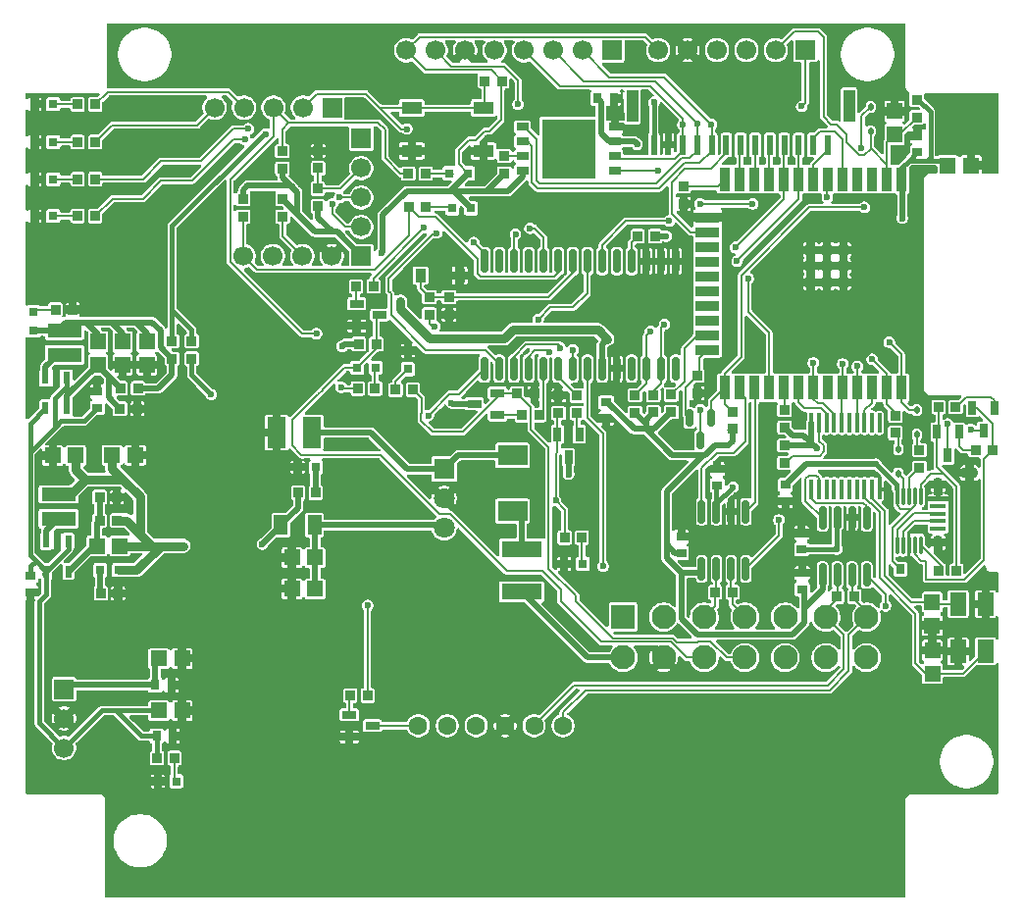
<source format=gbr>
%TF.GenerationSoftware,KiCad,Pcbnew,9.0.2*%
%TF.CreationDate,2025-08-21T23:00:51+02:00*%
%TF.ProjectId,Option1,4f707469-6f6e-4312-9e6b-696361645f70,rev?*%
%TF.SameCoordinates,Original*%
%TF.FileFunction,Copper,L1,Top*%
%TF.FilePolarity,Positive*%
%FSLAX46Y46*%
G04 Gerber Fmt 4.6, Leading zero omitted, Abs format (unit mm)*
G04 Created by KiCad (PCBNEW 9.0.2) date 2025-08-21 23:00:51*
%MOMM*%
%LPD*%
G01*
G04 APERTURE LIST*
G04 Aperture macros list*
%AMRoundRect*
0 Rectangle with rounded corners*
0 $1 Rounding radius*
0 $2 $3 $4 $5 $6 $7 $8 $9 X,Y pos of 4 corners*
0 Add a 4 corners polygon primitive as box body*
4,1,4,$2,$3,$4,$5,$6,$7,$8,$9,$2,$3,0*
0 Add four circle primitives for the rounded corners*
1,1,$1+$1,$2,$3*
1,1,$1+$1,$4,$5*
1,1,$1+$1,$6,$7*
1,1,$1+$1,$8,$9*
0 Add four rect primitives between the rounded corners*
20,1,$1+$1,$2,$3,$4,$5,0*
20,1,$1+$1,$4,$5,$6,$7,0*
20,1,$1+$1,$6,$7,$8,$9,0*
20,1,$1+$1,$8,$9,$2,$3,0*%
G04 Aperture macros list end*
%TA.AperFunction,ComponentPad*%
%ADD10R,1.700000X1.700000*%
%TD*%
%TA.AperFunction,ComponentPad*%
%ADD11C,1.700000*%
%TD*%
%TA.AperFunction,SMDPad,CuDef*%
%ADD12R,0.810000X0.860000*%
%TD*%
%TA.AperFunction,SMDPad,CuDef*%
%ADD13R,0.860000X0.810000*%
%TD*%
%TA.AperFunction,SMDPad,CuDef*%
%ADD14R,0.800000X0.800000*%
%TD*%
%TA.AperFunction,SMDPad,CuDef*%
%ADD15R,1.250000X0.700000*%
%TD*%
%TA.AperFunction,SMDPad,CuDef*%
%ADD16O,0.360000X1.740000*%
%TD*%
%TA.AperFunction,SMDPad,CuDef*%
%ADD17RoundRect,0.112500X0.112500X-0.187500X0.112500X0.187500X-0.112500X0.187500X-0.112500X-0.187500X0*%
%TD*%
%TA.AperFunction,SMDPad,CuDef*%
%ADD18R,0.900000X0.800000*%
%TD*%
%TA.AperFunction,SMDPad,CuDef*%
%ADD19R,0.600000X1.700000*%
%TD*%
%TA.AperFunction,SMDPad,CuDef*%
%ADD20R,1.000000X2.800000*%
%TD*%
%TA.AperFunction,SMDPad,CuDef*%
%ADD21R,0.600000X1.100000*%
%TD*%
%TA.AperFunction,SMDPad,CuDef*%
%ADD22R,3.000000X1.300000*%
%TD*%
%TA.AperFunction,SMDPad,CuDef*%
%ADD23R,3.000000X1.200000*%
%TD*%
%TA.AperFunction,SMDPad,CuDef*%
%ADD24R,1.190000X1.730000*%
%TD*%
%TA.AperFunction,SMDPad,CuDef*%
%ADD25R,1.410000X1.350000*%
%TD*%
%TA.AperFunction,SMDPad,CuDef*%
%ADD26R,1.350000X1.410000*%
%TD*%
%TA.AperFunction,SMDPad,CuDef*%
%ADD27R,0.800000X0.900000*%
%TD*%
%TA.AperFunction,SMDPad,CuDef*%
%ADD28RoundRect,0.150000X-0.150000X0.825000X-0.150000X-0.825000X0.150000X-0.825000X0.150000X0.825000X0*%
%TD*%
%TA.AperFunction,SMDPad,CuDef*%
%ADD29R,2.540000X1.800000*%
%TD*%
%TA.AperFunction,ComponentPad*%
%ADD30R,2.100000X2.100000*%
%TD*%
%TA.AperFunction,ComponentPad*%
%ADD31C,2.100000*%
%TD*%
%TA.AperFunction,SMDPad,CuDef*%
%ADD32R,1.800000X1.100000*%
%TD*%
%TA.AperFunction,SMDPad,CuDef*%
%ADD33R,1.400000X2.000000*%
%TD*%
%TA.AperFunction,ComponentPad*%
%ADD34R,1.800000X1.800000*%
%TD*%
%TA.AperFunction,ComponentPad*%
%ADD35C,1.800000*%
%TD*%
%TA.AperFunction,SMDPad,CuDef*%
%ADD36R,0.950000X2.100000*%
%TD*%
%TA.AperFunction,SMDPad,CuDef*%
%ADD37R,2.100000X0.950000*%
%TD*%
%TA.AperFunction,SMDPad,CuDef*%
%ADD38R,0.900000X0.900000*%
%TD*%
%TA.AperFunction,ComponentPad*%
%ADD39C,1.600000*%
%TD*%
%TA.AperFunction,SMDPad,CuDef*%
%ADD40R,0.700000X1.250000*%
%TD*%
%TA.AperFunction,SMDPad,CuDef*%
%ADD41RoundRect,0.112500X-0.112500X0.187500X-0.112500X-0.187500X0.112500X-0.187500X0.112500X0.187500X0*%
%TD*%
%TA.AperFunction,SMDPad,CuDef*%
%ADD42RoundRect,0.150000X-0.150000X0.587500X-0.150000X-0.587500X0.150000X-0.587500X0.150000X0.587500X0*%
%TD*%
%TA.AperFunction,SMDPad,CuDef*%
%ADD43RoundRect,0.150000X0.150000X-0.875000X0.150000X0.875000X-0.150000X0.875000X-0.150000X-0.875000X0*%
%TD*%
%TA.AperFunction,SMDPad,CuDef*%
%ADD44R,0.950000X1.150000*%
%TD*%
%TA.AperFunction,SMDPad,CuDef*%
%ADD45R,1.630000X2.700000*%
%TD*%
%TA.AperFunction,SMDPad,CuDef*%
%ADD46R,1.000000X0.700000*%
%TD*%
%TA.AperFunction,SMDPad,CuDef*%
%ADD47R,4.650000X5.200000*%
%TD*%
%TA.AperFunction,SMDPad,CuDef*%
%ADD48R,3.500000X1.410000*%
%TD*%
%TA.AperFunction,SMDPad,CuDef*%
%ADD49R,1.350000X0.400000*%
%TD*%
%TA.AperFunction,ComponentPad*%
%ADD50O,1.550000X1.000000*%
%TD*%
%TA.AperFunction,ComponentPad*%
%ADD51O,0.950000X1.250000*%
%TD*%
%TA.AperFunction,SMDPad,CuDef*%
%ADD52O,0.280000X1.620000*%
%TD*%
%TA.AperFunction,ViaPad*%
%ADD53C,0.600000*%
%TD*%
%TA.AperFunction,ViaPad*%
%ADD54C,0.700000*%
%TD*%
%TA.AperFunction,Conductor*%
%ADD55C,0.200000*%
%TD*%
%TA.AperFunction,Conductor*%
%ADD56C,0.500000*%
%TD*%
%TA.AperFunction,Conductor*%
%ADD57C,0.800000*%
%TD*%
%TA.AperFunction,Conductor*%
%ADD58C,0.400000*%
%TD*%
G04 APERTURE END LIST*
D10*
%TO.P,J1402,1,Pin_1*%
%TO.N,IO0*%
X168770000Y-46780000D03*
D11*
%TO.P,J1402,2,Pin_2*%
%TO.N,/MCT  Wlan/ESP_EN*%
X166230000Y-46780000D03*
%TO.P,J1402,3,Pin_3*%
%TO.N,IO23*%
X163690000Y-46780000D03*
%TO.P,J1402,4,Pin_4*%
%TO.N,IO22*%
X161150000Y-46780000D03*
%TO.P,J1402,5,Pin_5*%
%TO.N,GND*%
X158610000Y-46780000D03*
%TO.P,J1402,6,Pin_6*%
%TO.N,3.3V*%
X156070000Y-46780000D03*
%TD*%
D12*
%TO.P,R401,1,1*%
%TO.N,LED_Modus*%
X134510000Y-57450000D03*
%TO.P,R401,2,2*%
%TO.N,Net-(LED_Learn1-K)*%
X136010000Y-57450000D03*
%TD*%
D13*
%TO.P,R1202,1,1*%
%TO.N,GND*%
X138010000Y-69610000D03*
%TO.P,R1202,2,2*%
%TO.N,/MCT  Wlan/LED_Signal*%
X138010000Y-68110000D03*
%TD*%
D14*
%TO.P,LED_Learn1,1,K*%
%TO.N,Net-(LED_Learn1-K)*%
X138060000Y-57410000D03*
%TO.P,LED_Learn1,2,A*%
%TO.N,3.3V*%
X139660000Y-57410000D03*
%TD*%
D12*
%TO.P,R1103,1,1*%
%TO.N,Net-(LED_SOC1-A)*%
X149490000Y-88870000D03*
%TO.P,R1103,2,2*%
%TO.N,/SOC Schalter/SOC_VCU*%
X147990000Y-88870000D03*
%TD*%
D15*
%TO.P,Q601,1,G*%
%TO.N,Net-(Q601-G)*%
X129410000Y-104160000D03*
%TO.P,Q601,2,S*%
%TO.N,GND*%
X129410000Y-106060000D03*
%TO.P,Q601,3,D*%
%TO.N,/Stecker LED - RFID/Status_LED -*%
X131410000Y-105110000D03*
%TD*%
D16*
%TO.P,U302,1,TXCAN*%
%TO.N,/CAN2_Tranciever/CAN_TX*%
X169310000Y-84690000D03*
%TO.P,U302,2,RXCAN*%
%TO.N,/CAN2_Tranciever/CAN_RX*%
X169960000Y-84690000D03*
%TO.P,U302,3,CLKOUTSOF*%
%TO.N,unconnected-(U302-CLKOUTSOF-Pad3)*%
X170610000Y-84690000D03*
%TO.P,U302,4,~{TX0RTS}*%
%TO.N,unconnected-(U302-~{TX0RTS}-Pad4)*%
X171260000Y-84690000D03*
%TO.P,U302,5,~{TX1RTS}*%
%TO.N,unconnected-(U302-~{TX1RTS}-Pad5)*%
X171920000Y-84690000D03*
%TO.P,U302,6,NC*%
%TO.N,unconnected-(U302-NC-Pad6)*%
X172570000Y-84690000D03*
%TO.P,U302,7,~{TX2RTS}*%
%TO.N,unconnected-(U302-~{TX2RTS}-Pad7)*%
X173220000Y-84690000D03*
%TO.P,U302,8,OSC2*%
%TO.N,Net-(U302-OSC2)*%
X173870000Y-84690000D03*
%TO.P,U302,9,OSC1*%
%TO.N,Net-(U302-OSC1)*%
X174520000Y-84690000D03*
%TO.P,U302,10,VSS*%
%TO.N,GND*%
X175170000Y-84690000D03*
%TO.P,U302,11,~{RX1BF}*%
%TO.N,unconnected-(U302-~{RX1BF}-Pad11)*%
X175170000Y-78950000D03*
%TO.P,U302,12,~{RX0BF}*%
%TO.N,unconnected-(U302-~{RX0BF}-Pad12)*%
X174520000Y-78950000D03*
%TO.P,U302,13,~{INT}*%
%TO.N,IO1*%
X173870000Y-78950000D03*
%TO.P,U302,14,SCK*%
%TO.N,IO3*%
X173220000Y-78950000D03*
%TO.P,U302,15,NC/2*%
%TO.N,unconnected-(U302-NC{slash}2-Pad15)*%
X172570000Y-78950000D03*
%TO.P,U302,16,SI*%
%TO.N,IO21*%
X171920000Y-78950000D03*
%TO.P,U302,17,SO*%
%TO.N,IO19*%
X171260000Y-78950000D03*
%TO.P,U302,18,~{CS}*%
%TO.N,IO18*%
X170610000Y-78950000D03*
%TO.P,U302,19,~{RESET}*%
%TO.N,Net-(U302-~{RESET})*%
X169960000Y-78950000D03*
%TO.P,U302,20,VDD*%
%TO.N,3.3V*%
X169310000Y-78950000D03*
%TD*%
D17*
%TO.P,D1402,1,K*%
%TO.N,Net-(D1402-K)*%
X176780000Y-83317500D03*
%TO.P,D1402,2,A*%
%TO.N,Net-(D1402-A)*%
X176780000Y-81217500D03*
%TD*%
D13*
%TO.P,R804,1,1*%
%TO.N,IO2*%
X159430000Y-74900000D03*
%TO.P,R804,2,2*%
%TO.N,GND*%
X159430000Y-76400000D03*
%TD*%
D18*
%TO.P,C1703,1,1*%
%TO.N,5V*%
X161170000Y-84350000D03*
%TO.P,C1703,2,2*%
%TO.N,GND*%
X161170000Y-82950000D03*
%TD*%
D12*
%TO.P,R903,1,1*%
%TO.N,Net-(LED_OFF1-A)*%
X131640000Y-76000000D03*
%TO.P,R903,2,2*%
%TO.N,12V*%
X130140000Y-76000000D03*
%TD*%
D19*
%TO.P,J1501,1,1*%
%TO.N,IO32*%
X170700000Y-54972500D03*
%TO.P,J1501,2,2*%
%TO.N,IO34*%
X169450000Y-54972500D03*
%TO.P,J1501,3,3*%
%TO.N,IO33*%
X168200000Y-54972500D03*
%TO.P,J1501,4,4*%
%TO.N,IO25*%
X166950000Y-54972500D03*
%TO.P,J1501,5,5*%
%TO.N,IO26*%
X165700000Y-54972500D03*
%TO.P,J1501,6,6*%
%TO.N,IO27*%
X164450000Y-54972500D03*
%TO.P,J1501,7,7*%
%TO.N,IO14*%
X163200000Y-54972500D03*
%TO.P,J1501,8,8*%
%TO.N,IO13*%
X161950000Y-54972500D03*
%TO.P,J1501,9,9*%
%TO.N,IO3*%
X160700000Y-54972500D03*
%TO.P,J1501,10,10*%
%TO.N,IO21*%
X159450000Y-54972500D03*
%TO.P,J1501,11,11*%
%TO.N,IO19*%
X158200000Y-54972500D03*
%TO.P,J1501,12,12*%
%TO.N,GND*%
X156950000Y-54972500D03*
%TO.P,J1501,13,13*%
%TO.N,/Powersupply/3.3V_D*%
X155700000Y-54972500D03*
D20*
%TO.P,J1501,14,14*%
%TO.N,unconnected-(J1501-Pad14)*%
X153850000Y-51622500D03*
%TO.P,J1501,15,15*%
%TO.N,unconnected-(J1501-Pad15)*%
X172550000Y-51612500D03*
%TD*%
D14*
%TO.P,LED3V3D1,1,K*%
%TO.N,Net-(LED3V3D1-K)*%
X102145000Y-69400000D03*
%TO.P,LED3V3D1,2,A*%
%TO.N,/Powersupply/3.3V_D1*%
X102145000Y-71000000D03*
%TD*%
D10*
%TO.P,U202,1,Vin*%
%TO.N,12V*%
X104790000Y-101940000D03*
D11*
%TO.P,U202,2,GND*%
%TO.N,GND*%
X104790000Y-104480000D03*
%TO.P,U202,3,+Vo*%
%TO.N,5V*%
X104790000Y-107020000D03*
%TD*%
D21*
%TO.P,U203,1,EN*%
%TO.N,5V*%
X105150000Y-89180000D03*
%TO.P,U203,2,GND*%
%TO.N,GND*%
X104200000Y-89180000D03*
%TO.P,U203,3,LX*%
%TO.N,Net-(U203-LX)*%
X103250000Y-89180000D03*
%TO.P,U203,4,IN*%
%TO.N,5V*%
X103250000Y-91780000D03*
%TO.P,U203,5,FB*%
%TO.N,Net-(U203-FB)*%
X105150000Y-91780000D03*
%TD*%
D12*
%TO.P,R202,1,1*%
%TO.N,Net-(LED5V1-A)*%
X114320000Y-107900000D03*
%TO.P,R202,2,2*%
%TO.N,5V*%
X112820000Y-107900000D03*
%TD*%
D18*
%TO.P,C805,1,1*%
%TO.N,3.3V*%
X151580000Y-77180000D03*
%TO.P,C805,2,2*%
%TO.N,GND*%
X151580000Y-78580000D03*
%TD*%
D22*
%TO.P,L202,1,1*%
%TO.N,Net-(U204-LX)*%
X104820000Y-73100000D03*
D23*
%TO.P,L202,2,2*%
%TO.N,/Powersupply/3.3V_D1*%
X104820000Y-71000000D03*
%TD*%
D12*
%TO.P,R901,1,1*%
%TO.N,Net-(Q901-G)*%
X129990000Y-67180000D03*
%TO.P,R901,2,2*%
%TO.N,RX_1*%
X131490000Y-67180000D03*
%TD*%
%TO.P,R208,1,1*%
%TO.N,Net-(LED3V3D1-K)*%
X104045000Y-69175000D03*
%TO.P,R208,2,2*%
%TO.N,GND*%
X105545000Y-69175000D03*
%TD*%
D10*
%TO.P,J403,1,Pin_1*%
%TO.N,3.3V*%
X130437144Y-64560000D03*
D11*
%TO.P,J403,2,Pin_2*%
%TO.N,GND*%
X127897144Y-64560000D03*
%TO.P,J403,3,Pin_3*%
%TO.N,TX_Analog*%
X125357144Y-64560000D03*
%TO.P,J403,4,Pin_4*%
%TO.N,Piezo*%
X122817144Y-64560000D03*
%TO.P,J403,5,Pin_5*%
%TO.N,Fehler_LED*%
X120277144Y-64560000D03*
%TD*%
D24*
%TO.P,F202,1,1*%
%TO.N,/Powersupply/12V_OUT*%
X126400000Y-87790000D03*
%TO.P,F202,2,2*%
%TO.N,12V*%
X123500000Y-87790000D03*
%TD*%
D14*
%TO.P,LED5V1,1,K*%
%TO.N,GND*%
X112870000Y-109900000D03*
%TO.P,LED5V1,2,A*%
%TO.N,Net-(LED5V1-A)*%
X114470000Y-109900000D03*
%TD*%
D13*
%TO.P,R407,1,1*%
%TO.N,Fehler_LED*%
X120240000Y-61150000D03*
%TO.P,R407,2,2*%
%TO.N,3.3V*%
X120240000Y-59650000D03*
%TD*%
D15*
%TO.P,Q901,1,G*%
%TO.N,Net-(Q901-G)*%
X130040000Y-68690000D03*
%TO.P,Q901,2,S*%
%TO.N,GND*%
X130040000Y-70590000D03*
%TO.P,Q901,3,D*%
%TO.N,/Notaus Schalter/Notaus_VCU*%
X132040000Y-69640000D03*
%TD*%
D13*
%TO.P,R402,1,1*%
%TO.N,LED_Modus*%
X123630000Y-55500000D03*
%TO.P,R402,2,2*%
%TO.N,3.3V*%
X123630000Y-57000000D03*
%TD*%
D25*
%TO.P,C202,1,1*%
%TO.N,/Powersupply/12V_OUT*%
X126450000Y-93290000D03*
%TO.P,C202,2,2*%
%TO.N,GND*%
X124450000Y-93290000D03*
%TD*%
D14*
%TO.P,LED_RD1,1,K*%
%TO.N,GND*%
X134460000Y-72732500D03*
%TO.P,LED_RD1,2,A*%
%TO.N,Net-(LED_RD1-A)*%
X134460000Y-74332500D03*
%TD*%
D26*
%TO.P,C304,1,1*%
%TO.N,GND*%
X179730000Y-96440000D03*
%TO.P,C304,2,2*%
%TO.N,Net-(U302-OSC1)*%
X179730000Y-94440000D03*
%TD*%
D27*
%TO.P,C205,1,1*%
%TO.N,GND*%
X114070000Y-101600000D03*
%TO.P,C205,2,2*%
%TO.N,12V*%
X112670000Y-101600000D03*
%TD*%
D12*
%TO.P,R203,1,1*%
%TO.N,Net-(U203-FB)*%
X107850000Y-85380000D03*
%TO.P,R203,2,2*%
%TO.N,GND*%
X109350000Y-85380000D03*
%TD*%
%TO.P,R1404,1,1*%
%TO.N,Net-(Q1402-Pad1)*%
X183460000Y-81310000D03*
%TO.P,R1404,2,2*%
%TO.N,Net-(U1401-~{RTS})*%
X184960000Y-81310000D03*
%TD*%
%TO.P,R406,1,1*%
%TO.N,Fehler_LED*%
X134540000Y-60330000D03*
%TO.P,R406,2,2*%
%TO.N,Net-(LED_Error1-K)*%
X136040000Y-60330000D03*
%TD*%
D26*
%TO.P,C213,1,1*%
%TO.N,/Powersupply/3.3V_D1*%
X107710000Y-71960000D03*
%TO.P,C213,2,2*%
%TO.N,Net-(U204-FB)*%
X107710000Y-73960000D03*
%TD*%
D12*
%TO.P,R1003,1,1*%
%TO.N,Net-(LED_RD1-A)*%
X133410000Y-76110000D03*
%TO.P,R1003,2,2*%
%TO.N,/RemoteDrive Schalter/RemoteDrive_VCU*%
X134910000Y-76110000D03*
%TD*%
D14*
%TO.P,LED_Error1,1,K*%
%TO.N,Net-(LED_Error1-K)*%
X138320000Y-60450000D03*
%TO.P,LED_Error1,2,A*%
%TO.N,3.3V*%
X139920000Y-60450000D03*
%TD*%
D25*
%TO.P,C204,1,1*%
%TO.N,GND*%
X114970000Y-99300000D03*
%TO.P,C204,2,2*%
%TO.N,12V*%
X112970000Y-99300000D03*
%TD*%
D28*
%TO.P,U301,1,TXD*%
%TO.N,/CAN2_Tranciever/CAN_TX*%
X174070000Y-87150000D03*
%TO.P,U301,2,GND*%
%TO.N,GND*%
X172800000Y-87150000D03*
%TO.P,U301,3,VCC*%
%TO.N,5V*%
X171530000Y-87150000D03*
%TO.P,U301,4,RXD*%
%TO.N,/CAN2_Tranciever/CAN_RX*%
X170260000Y-87150000D03*
%TO.P,U301,5,VIO*%
%TO.N,3.3V*%
X170260000Y-92100000D03*
%TO.P,U301,6,CANL*%
%TO.N,/CAN2_Tranciever/CAN_L*%
X171530000Y-92100000D03*
%TO.P,U301,7,CANH*%
%TO.N,/CAN2_Tranciever/CAN_H*%
X172800000Y-92100000D03*
%TO.P,U301,8,S*%
%TO.N,/CAN2_Tranciever/CAN_S-Mode*%
X174070000Y-92100000D03*
%TD*%
D29*
%TO.P,D201,1,A*%
%TO.N,Net-(D201-A)*%
X143500000Y-86560000D03*
%TO.P,D201,2,K*%
%TO.N,/Powersupply/48V_FUSED*%
X143500000Y-81760000D03*
%TD*%
D12*
%TO.P,R410,1,1*%
%TO.N,RX_3*%
X107470000Y-54730000D03*
%TO.P,R410,2,2*%
%TO.N,Net-(LED_RX3-A)*%
X105970000Y-54730000D03*
%TD*%
D26*
%TO.P,C214,1,1*%
%TO.N,/Powersupply/3.3V_D1*%
X109840000Y-71950000D03*
%TO.P,C214,2,2*%
%TO.N,GND*%
X109840000Y-73950000D03*
%TD*%
D25*
%TO.P,C211,1,1*%
%TO.N,3.3V*%
X108940000Y-81760000D03*
%TO.P,C211,2,2*%
%TO.N,GND*%
X110940000Y-81760000D03*
%TD*%
%TO.P,C203,1,1*%
%TO.N,/Powersupply/12V_OUT*%
X126450000Y-90590000D03*
%TO.P,C203,2,2*%
%TO.N,GND*%
X124450000Y-90590000D03*
%TD*%
D30*
%TO.P,J503,1,1*%
%TO.N,unconnected-(J503-Pad1)*%
X153050000Y-95725000D03*
D31*
%TO.P,J503,2,2*%
%TO.N,48V*%
X153050000Y-99225000D03*
%TO.P,J503,3,3*%
%TO.N,unconnected-(J503-Pad3)*%
X156550000Y-95725000D03*
%TO.P,J503,4,4*%
%TO.N,GND*%
X156550000Y-99225000D03*
%TO.P,J503,5,5*%
%TO.N,/CAN1 Tranciever/CAN_L*%
X160050000Y-95725000D03*
%TO.P,J503,6,6*%
%TO.N,/Notaus Schalter/Notaus_VCU*%
X160050000Y-99225000D03*
%TO.P,J503,7,7*%
%TO.N,/CAN1 Tranciever/CAN_H*%
X163550000Y-95725000D03*
%TO.P,J503,8,8*%
%TO.N,/RemoteDrive Schalter/RemoteDrive_VCU*%
X163550000Y-99225000D03*
%TO.P,J503,9,9*%
%TO.N,unconnected-(J503-Pad9)*%
X167050000Y-95725000D03*
%TO.P,J503,10,10*%
%TO.N,/SOC Schalter/SOC_VCU*%
X167050000Y-99225000D03*
%TO.P,J503,11,11*%
%TO.N,/CAN2_Tranciever/CAN_L*%
X170550000Y-95725000D03*
%TO.P,J503,12,12*%
%TO.N,/Stecker Input/VCU_LED*%
X170550000Y-99225000D03*
%TO.P,J503,13,13*%
%TO.N,/CAN2_Tranciever/CAN_H*%
X174050000Y-95725000D03*
%TO.P,J503,14,14*%
%TO.N,unconnected-(J503-Pad14)*%
X174050000Y-99225000D03*
%TD*%
D10*
%TO.P,J401,1,Pin_1*%
%TO.N,Sparmodus_enable*%
X127937144Y-51740000D03*
D11*
%TO.P,J401,2,Pin_2*%
%TO.N,Lernmodus*%
X125397144Y-51740000D03*
%TO.P,J401,3,Pin_3*%
%TO.N,LED_Modus*%
X122857144Y-51740000D03*
%TO.P,J401,4,Pin_4*%
%TO.N,RX_4*%
X120317144Y-51740000D03*
%TO.P,J401,5,Pin_5*%
%TO.N,RX_3*%
X117777144Y-51740000D03*
%TD*%
D14*
%TO.P,LED_SOC1,1,K*%
%TO.N,GND*%
X147962500Y-91120000D03*
%TO.P,LED_SOC1,2,A*%
%TO.N,Net-(LED_SOC1-A)*%
X149562500Y-91120000D03*
%TD*%
D32*
%TO.P,SW401,1,1*%
%TO.N,Lernmodus*%
X134790000Y-51780000D03*
%TO.P,SW401,2,2*%
X140990000Y-51780000D03*
%TO.P,SW401,3,3*%
%TO.N,GND*%
X134790000Y-55480000D03*
%TO.P,SW401,4,4*%
X140990000Y-55480000D03*
%TD*%
D33*
%TO.P,X301,1,1*%
%TO.N,Net-(U302-OSC2)*%
X184310000Y-98670000D03*
%TO.P,X301,2,GND*%
%TO.N,GND*%
X184320000Y-94590000D03*
%TO.P,X301,3,3*%
%TO.N,Net-(U302-OSC1)*%
X181970000Y-94590000D03*
%TO.P,X301,4,GND*%
%TO.N,GND*%
X181970000Y-98690000D03*
%TD*%
D14*
%TO.P,LED3V3,1,K*%
%TO.N,Net-(LED3V3-K)*%
X107900000Y-91680000D03*
%TO.P,LED3V3,2,A*%
%TO.N,3.3V*%
X109500000Y-91680000D03*
%TD*%
D12*
%TO.P,R207,1,1*%
%TO.N,/Powersupply/3.3V_D1*%
X111160000Y-75980000D03*
%TO.P,R207,2,2*%
%TO.N,Net-(U204-FB)*%
X109660000Y-75980000D03*
%TD*%
D13*
%TO.P,R405,1,1*%
%TO.N,TX_Analog*%
X123660000Y-61160000D03*
%TO.P,R405,2,2*%
%TO.N,3.3V*%
X123660000Y-59660000D03*
%TD*%
D34*
%TO.P,U201,1,Vin*%
%TO.N,/Powersupply/48V_FUSED*%
X137590000Y-82950000D03*
D35*
%TO.P,U201,2,GND*%
%TO.N,GND*%
X137590000Y-85490000D03*
%TO.P,U201,3,Vout*%
%TO.N,/Powersupply/12V_OUT*%
X137590000Y-88030000D03*
%TD*%
D18*
%TO.P,C306,1,1*%
%TO.N,3.3V*%
X167052500Y-84320000D03*
%TO.P,C306,2,2*%
%TO.N,GND*%
X167052500Y-85720000D03*
%TD*%
D12*
%TO.P,R1001,1,1*%
%TO.N,Net-(Q1001-G)*%
X144300000Y-78280000D03*
%TO.P,R1001,2,2*%
%TO.N,/MCT  Wlan/TX_2 (Remote Drive)*%
X145800000Y-78280000D03*
%TD*%
D21*
%TO.P,U204,1,EN*%
%TO.N,5V*%
X105050000Y-75090000D03*
%TO.P,U204,2,GND*%
%TO.N,GND*%
X104100000Y-75090000D03*
%TO.P,U204,3,LX*%
%TO.N,Net-(U204-LX)*%
X103150000Y-75090000D03*
%TO.P,U204,4,IN*%
%TO.N,5V*%
X103150000Y-77690000D03*
%TO.P,U204,5,FB*%
%TO.N,Net-(U204-FB)*%
X105050000Y-77690000D03*
%TD*%
D12*
%TO.P,R411,1,1*%
%TO.N,RX_4*%
X107470000Y-51460000D03*
%TO.P,R411,2,2*%
%TO.N,Net-(LED_RX4-A)*%
X105970000Y-51460000D03*
%TD*%
D13*
%TO.P,R1101,1,1*%
%TO.N,Net-(Q1101-G)*%
X149060000Y-78120000D03*
%TO.P,R1101,2,2*%
%TO.N,/MCT  Wlan/TX_3 (SOC)*%
X149060000Y-76620000D03*
%TD*%
D27*
%TO.P,C1601,1,1*%
%TO.N,GND*%
X152240000Y-50960000D03*
%TO.P,C1601,2,2*%
%TO.N,3.3V*%
X150840000Y-50960000D03*
%TD*%
D13*
%TO.P,R1405,1,1*%
%TO.N,Net-(U1401-TXD)*%
X178620000Y-82820000D03*
%TO.P,R1405,2,2*%
%TO.N,Net-(D1403-A)*%
X178620000Y-81320000D03*
%TD*%
D36*
%TO.P,U801,1,GND*%
%TO.N,GND*%
X178340000Y-57930000D03*
%TO.P,U801,2,3V3*%
%TO.N,3.3V*%
X177070000Y-57930000D03*
%TO.P,U801,3,EN*%
%TO.N,/MCT  Wlan/ESP_EN*%
X175800000Y-57930000D03*
%TO.P,U801,4,SENSOR_VP*%
%TO.N,Sensor_VP*%
X174530000Y-57930000D03*
%TO.P,U801,5,SENSOR_VN*%
%TO.N,Sensor_VN*%
X173260000Y-57930000D03*
%TO.P,U801,6,IO34*%
%TO.N,IO34*%
X171990000Y-57930000D03*
%TO.P,U801,7,IO35*%
%TO.N,IO35*%
X170720000Y-57930000D03*
%TO.P,U801,8,IO32*%
%TO.N,IO32*%
X169450000Y-57930000D03*
%TO.P,U801,9,IO33*%
%TO.N,IO33*%
X168180000Y-57930000D03*
%TO.P,U801,10,IO25*%
%TO.N,IO25*%
X166910000Y-57930000D03*
%TO.P,U801,11,IO26*%
%TO.N,IO26*%
X165640000Y-57930000D03*
%TO.P,U801,12,IO27*%
%TO.N,IO27*%
X164370000Y-57930000D03*
%TO.P,U801,13,IO14*%
%TO.N,IO14*%
X163100000Y-57930000D03*
%TO.P,U801,14,IO12*%
%TO.N,MTD1*%
X161830000Y-57930000D03*
D37*
%TO.P,U801,15,GND*%
%TO.N,GND*%
X160340000Y-61220000D03*
%TO.P,U801,16,IO13*%
%TO.N,IO13*%
X160340000Y-62490000D03*
%TO.P,U801,17,NC*%
%TO.N,unconnected-(U801-NC-Pad17)*%
X160340000Y-63760000D03*
%TO.P,U801,18,NC*%
%TO.N,unconnected-(U801-NC-Pad18)*%
X160340000Y-65030000D03*
%TO.P,U801,19,NC*%
%TO.N,unconnected-(U801-NC-Pad19)*%
X160340000Y-66300000D03*
%TO.P,U801,20,NC*%
%TO.N,unconnected-(U801-NC-Pad20)*%
X160340000Y-67570000D03*
%TO.P,U801,21,NC*%
%TO.N,unconnected-(U801-NC-Pad21)*%
X160340000Y-68840000D03*
%TO.P,U801,22,NC*%
%TO.N,unconnected-(U801-NC-Pad22)*%
X160340000Y-70110000D03*
%TO.P,U801,23,IO15*%
%TO.N,MTD0*%
X160340000Y-71380000D03*
%TO.P,U801,24,IO2*%
%TO.N,IO2*%
X160340000Y-72650000D03*
D36*
%TO.P,U801,25,IO0*%
%TO.N,IO0*%
X161830000Y-75930000D03*
%TO.P,U801,26,IO4*%
%TO.N,IO4*%
X163100000Y-75930000D03*
%TO.P,U801,27,IO16*%
%TO.N,IO16*%
X164370000Y-75930000D03*
%TO.P,U801,28,IO17*%
%TO.N,IO17*%
X165640000Y-75930000D03*
%TO.P,U801,29,IO5*%
%TO.N,IO5*%
X166910000Y-75930000D03*
%TO.P,U801,30,IO18*%
%TO.N,IO18*%
X168180000Y-75930000D03*
%TO.P,U801,31,IO19*%
%TO.N,IO19*%
X169450000Y-75930000D03*
%TO.P,U801,32,NC*%
%TO.N,unconnected-(U801-NC-Pad32)*%
X170720000Y-75930000D03*
%TO.P,U801,33,IO21*%
%TO.N,IO21*%
X171990000Y-75930000D03*
%TO.P,U801,34,RXD0*%
%TO.N,IO3*%
X173260000Y-75930000D03*
%TO.P,U801,35,TXD0*%
%TO.N,IO1*%
X174530000Y-75930000D03*
%TO.P,U801,36,IO22*%
%TO.N,IO22*%
X175800000Y-75930000D03*
%TO.P,U801,37,IO23*%
%TO.N,IO23*%
X177070000Y-75930000D03*
%TO.P,U801,38,GND*%
%TO.N,GND*%
X178340000Y-75930000D03*
D38*
%TO.P,U801,39,GND*%
X172060000Y-64030000D03*
X170660000Y-64030000D03*
X169230000Y-64030000D03*
X172060000Y-65430000D03*
X170660000Y-65430000D03*
X169230000Y-65430000D03*
X172060000Y-66830000D03*
X170660000Y-66830000D03*
X169230000Y-66830000D03*
%TD*%
D12*
%TO.P,R206,1,1*%
%TO.N,Net-(U204-FB)*%
X109620000Y-77750000D03*
%TO.P,R206,2,2*%
%TO.N,GND*%
X111120000Y-77750000D03*
%TD*%
D26*
%TO.P,C215,1,1*%
%TO.N,/Powersupply/3.3V_D1*%
X111940000Y-71950000D03*
%TO.P,C215,2,2*%
%TO.N,GND*%
X111940000Y-73950000D03*
%TD*%
D28*
%TO.P,U1701,1,TXD*%
%TO.N,IO16*%
X163640000Y-86625000D03*
%TO.P,U1701,2,GND*%
%TO.N,GND*%
X162370000Y-86625000D03*
%TO.P,U1701,3,VCC*%
%TO.N,5V*%
X161100000Y-86625000D03*
%TO.P,U1701,4,RXD*%
%TO.N,IO4*%
X159830000Y-86625000D03*
%TO.P,U1701,5,VIO*%
%TO.N,3.3V*%
X159830000Y-91575000D03*
%TO.P,U1701,6,CANL*%
%TO.N,/CAN1 Tranciever/CAN_L*%
X161100000Y-91575000D03*
%TO.P,U1701,7,CANH*%
%TO.N,/CAN1 Tranciever/CAN_H*%
X162370000Y-91575000D03*
%TO.P,U1701,8,S*%
%TO.N,/CAN1 Tranciever/CAN_S-Mode*%
X163640000Y-91575000D03*
%TD*%
D39*
%TO.P,J_RFID_LED1,1,1*%
%TO.N,/Stecker LED - RFID/Status_LED -*%
X135360000Y-105110000D03*
%TO.P,J_RFID_LED1,2,2*%
%TO.N,12V*%
X137860000Y-105110000D03*
%TO.P,J_RFID_LED1,3,3*%
X140360000Y-105110000D03*
%TO.P,J_RFID_LED1,4,4*%
%TO.N,GND*%
X142860000Y-105110000D03*
%TO.P,J_RFID_LED1,5,5*%
%TO.N,/CAN2_Tranciever/CAN_L*%
X145360000Y-105110000D03*
%TO.P,J_RFID_LED1,6,6*%
%TO.N,/CAN2_Tranciever/CAN_H*%
X147860000Y-105110000D03*
%TD*%
D40*
%TO.P,Q1401,1,1*%
%TO.N,Net-(Q1401-Pad1)*%
X185090000Y-77660000D03*
%TO.P,Q1401,2,2*%
%TO.N,Net-(U1401-~{RTS})*%
X183190000Y-77660000D03*
%TO.P,Q1401,3,3*%
%TO.N,Net-(D1401-K)*%
X184140000Y-79660000D03*
%TD*%
D13*
%TO.P,R805,1,1*%
%TO.N,MTD1*%
X158260000Y-58560000D03*
%TO.P,R805,2,2*%
%TO.N,GND*%
X158260000Y-60060000D03*
%TD*%
D27*
%TO.P,C207,1,1*%
%TO.N,GND*%
X114170000Y-106000000D03*
%TO.P,C207,2,2*%
%TO.N,5V*%
X112770000Y-106000000D03*
%TD*%
D25*
%TO.P,C210,1,1*%
%TO.N,3.3V*%
X105810000Y-81780000D03*
%TO.P,C210,2,2*%
%TO.N,GND*%
X103810000Y-81780000D03*
%TD*%
D13*
%TO.P,R801,1,1*%
%TO.N,3.3V*%
X157190000Y-78030000D03*
%TO.P,R801,2,2*%
%TO.N,MTD0*%
X157190000Y-76530000D03*
%TD*%
D40*
%TO.P,Q1402,1,1*%
%TO.N,Net-(Q1402-Pad1)*%
X182030000Y-79750000D03*
%TO.P,Q1402,2,2*%
%TO.N,Net-(U1401-TNOW{slash}~{DTR})*%
X180130000Y-79750000D03*
%TO.P,Q1402,3,3*%
%TO.N,Net-(D1404-Pad3)*%
X181080000Y-81750000D03*
%TD*%
D12*
%TO.P,R1701,1,1*%
%TO.N,/CAN1 Tranciever/CAN_L*%
X160977500Y-93590000D03*
%TO.P,R1701,2,2*%
%TO.N,/CAN1 Tranciever/CAN_H*%
X162477500Y-93590000D03*
%TD*%
D13*
%TO.P,R217,1,1*%
%TO.N,/Powersupply/3.3V_D1*%
X114110000Y-73420000D03*
%TO.P,R217,2,2*%
%TO.N,/Powersupply/3.3V_D*%
X114110000Y-71920000D03*
%TD*%
D14*
%TO.P,LED_RX4,1,K*%
%TO.N,GND*%
X102252500Y-51460000D03*
%TO.P,LED_RX4,2,A*%
%TO.N,Net-(LED_RX4-A)*%
X103852500Y-51460000D03*
%TD*%
D41*
%TO.P,D1401,1,K*%
%TO.N,Net-(D1401-K)*%
X174400000Y-51692500D03*
%TO.P,D1401,2,A*%
%TO.N,/MCT  Wlan/ESP_EN*%
X174400000Y-53792500D03*
%TD*%
D14*
%TO.P,LED_RX1,1,K*%
%TO.N,GND*%
X102252500Y-61100000D03*
%TO.P,LED_RX1,2,A*%
%TO.N,Net-(LED_RX1-A)*%
X103852500Y-61100000D03*
%TD*%
D13*
%TO.P,R216,1,1*%
%TO.N,/Powersupply/3.3V_D*%
X115800000Y-71910000D03*
%TO.P,R216,2,2*%
%TO.N,3.3V*%
X115800000Y-73410000D03*
%TD*%
D18*
%TO.P,C302,1,1*%
%TO.N,3.3V*%
X168505000Y-93330000D03*
%TO.P,C302,2,2*%
%TO.N,GND*%
X168505000Y-91930000D03*
%TD*%
D42*
%TO.P,D1404,1*%
%TO.N,IO0*%
X160662500Y-78562500D03*
%TO.P,D1404,2*%
%TO.N,IO2*%
X158762500Y-78562500D03*
%TO.P,D1404,3*%
%TO.N,Net-(D1404-Pad3)*%
X159712500Y-80437500D03*
%TD*%
D41*
%TO.P,D1403,1,K*%
%TO.N,IO23*%
X178400000Y-77862500D03*
%TO.P,D1403,2,A*%
%TO.N,Net-(D1403-A)*%
X178400000Y-79962500D03*
%TD*%
D12*
%TO.P,R409,1,1*%
%TO.N,RX_2*%
X107470000Y-57930000D03*
%TO.P,R409,2,2*%
%TO.N,Net-(LED_RX2-A)*%
X105970000Y-57930000D03*
%TD*%
D13*
%TO.P,R404,1,1*%
%TO.N,F2_Sel*%
X126720000Y-56980000D03*
%TO.P,R404,2,2*%
%TO.N,GND*%
X126720000Y-55480000D03*
%TD*%
D12*
%TO.P,R808,1,1*%
%TO.N,Net-(U802-~{RESET})*%
X154300000Y-62860000D03*
%TO.P,R808,2,2*%
%TO.N,3.3V*%
X155800000Y-62860000D03*
%TD*%
D13*
%TO.P,R803,1,1*%
%TO.N,3.3V*%
X166980000Y-79350000D03*
%TO.P,R803,2,2*%
%TO.N,IO5*%
X166980000Y-77850000D03*
%TD*%
%TO.P,R809,1,1*%
%TO.N,3.3V*%
X178390000Y-51090000D03*
%TO.P,R809,2,2*%
%TO.N,/MCT  Wlan/ESP_EN*%
X178390000Y-52590000D03*
%TD*%
%TO.P,R403,1,1*%
%TO.N,F2_Sel*%
X126690000Y-58750000D03*
%TO.P,R403,2,2*%
%TO.N,3.3V*%
X126690000Y-60250000D03*
%TD*%
D14*
%TO.P,LED_OFF1,1,K*%
%TO.N,/Notaus Schalter/Notaus_VCU*%
X130082500Y-74180000D03*
%TO.P,LED_OFF1,2,A*%
%TO.N,Net-(LED_OFF1-A)*%
X131682500Y-74180000D03*
%TD*%
D22*
%TO.P,L201,1,1*%
%TO.N,Net-(U203-LX)*%
X104300000Y-87230000D03*
D23*
%TO.P,L201,2,2*%
%TO.N,3.3V*%
X104300000Y-85130000D03*
%TD*%
D12*
%TO.P,R204,1,1*%
%TO.N,3.3V*%
X109350000Y-87380000D03*
%TO.P,R204,2,2*%
%TO.N,Net-(U203-FB)*%
X107850000Y-87380000D03*
%TD*%
D40*
%TO.P,Q1101,1,G*%
%TO.N,Net-(Q1101-G)*%
X149280000Y-79940000D03*
%TO.P,Q1101,2,S*%
%TO.N,/SOC Schalter/SOC_VCU*%
X147380000Y-79940000D03*
%TO.P,Q1101,3,D*%
%TO.N,12V*%
X148330000Y-81940000D03*
%TD*%
D13*
%TO.P,R304,1,1*%
%TO.N,Net-(U302-~{RESET})*%
X166980000Y-82410000D03*
%TO.P,R304,2,2*%
%TO.N,3.3V*%
X166980000Y-80910000D03*
%TD*%
D25*
%TO.P,C209,1,1*%
%TO.N,3.3V*%
X109600000Y-89580000D03*
%TO.P,C209,2,2*%
%TO.N,Net-(U203-FB)*%
X107600000Y-89580000D03*
%TD*%
D13*
%TO.P,R1102,1,1*%
%TO.N,GND*%
X147460000Y-76610000D03*
%TO.P,R1102,2,2*%
%TO.N,/SOC Schalter/SOC_VCU*%
X147460000Y-78110000D03*
%TD*%
D43*
%TO.P,U802,1,GPB0*%
%TO.N,/MCT  Wlan/LED_On*%
X141065000Y-74290000D03*
%TO.P,U802,2,GPB1*%
%TO.N,Lernmodus*%
X142335000Y-74290000D03*
%TO.P,U802,3,GPB2*%
%TO.N,/MCT  Wlan/SPI_CS_RFID*%
X143605000Y-74290000D03*
%TO.P,U802,4,GPB3*%
%TO.N,/MCT  Wlan/SPI_RST_RFID*%
X144875000Y-74290000D03*
%TO.P,U802,5,GPB4*%
%TO.N,/MCT  Wlan/TX_2 (Remote Drive)*%
X146145000Y-74290000D03*
%TO.P,U802,6,GPB5*%
%TO.N,/MCT  Wlan/TX_3 (SOC)*%
X147415000Y-74290000D03*
%TO.P,U802,7,GPB6*%
%TO.N,/CAN1 Tranciever/CAN_S-Mode*%
X148685000Y-74290000D03*
%TO.P,U802,8,GPB7*%
%TO.N,/CAN2_Tranciever/CAN_S-Mode*%
X149955000Y-74290000D03*
%TO.P,U802,9,VDD*%
%TO.N,3.3V*%
X151225000Y-74290000D03*
%TO.P,U802,10,VSS*%
%TO.N,GND*%
X152495000Y-74290000D03*
%TO.P,U802,11,NC*%
%TO.N,unconnected-(U802-NC-Pad11)*%
X153765000Y-74290000D03*
%TO.P,U802,12,SCK*%
%TO.N,IO33*%
X155035000Y-74290000D03*
%TO.P,U802,13,SDA*%
%TO.N,IO25*%
X156305000Y-74290000D03*
%TO.P,U802,14,NC*%
%TO.N,unconnected-(U802-NC-Pad14)*%
X157575000Y-74290000D03*
%TO.P,U802,15,A0*%
%TO.N,GND*%
X157575000Y-64990000D03*
%TO.P,U802,16,A1*%
X156305000Y-64990000D03*
%TO.P,U802,17,A2*%
X155035000Y-64990000D03*
%TO.P,U802,18,~{RESET}*%
%TO.N,Net-(U802-~{RESET})*%
X153765000Y-64990000D03*
%TO.P,U802,19,INTB*%
%TO.N,unconnected-(U802-INTB-Pad19)*%
X152495000Y-64990000D03*
%TO.P,U802,20,INTA*%
%TO.N,IO35*%
X151225000Y-64990000D03*
%TO.P,U802,21,GPA0*%
%TO.N,LED_Modus*%
X149955000Y-64990000D03*
%TO.P,U802,22,GPA1*%
%TO.N,/MCT  Wlan/LED_Signal*%
X148685000Y-64990000D03*
%TO.P,U802,23,GPA2*%
%TO.N,Fehler_LED*%
X147415000Y-64990000D03*
%TO.P,U802,24,GPA3*%
%TO.N,RX_2*%
X146145000Y-64990000D03*
%TO.P,U802,25,GPA4*%
%TO.N,unconnected-(U802-GPA4-Pad25)*%
X144875000Y-64990000D03*
%TO.P,U802,26,GPA5*%
%TO.N,RX_3*%
X143605000Y-64990000D03*
%TO.P,U802,27,GPA6*%
%TO.N,unconnected-(U802-GPA6-Pad27)*%
X142335000Y-64990000D03*
%TO.P,U802,28,GPA7*%
%TO.N,RX_4*%
X141065000Y-64990000D03*
%TD*%
D10*
%TO.P,J1801,1,Pin_1*%
%TO.N,/MCT  Wlan/SPI_CS_RFID*%
X152100000Y-46810000D03*
D11*
%TO.P,J1801,2,Pin_2*%
%TO.N,IO3*%
X149560000Y-46810000D03*
%TO.P,J1801,3,Pin_3*%
%TO.N,IO21*%
X147020000Y-46810000D03*
%TO.P,J1801,4,Pin_4*%
%TO.N,IO19*%
X144480000Y-46810000D03*
%TO.P,J1801,5,Pin_5*%
%TO.N,unconnected-(J1801-Pin_5-Pad5)*%
X141940000Y-46810000D03*
%TO.P,J1801,6,Pin_6*%
%TO.N,GND*%
X139400000Y-46810000D03*
%TO.P,J1801,7,Pin_7*%
%TO.N,/MCT  Wlan/SPI_RST_RFID*%
X136860000Y-46810000D03*
%TO.P,J1801,8,Pin_8*%
%TO.N,3.3V*%
X134320000Y-46810000D03*
%TD*%
D27*
%TO.P,C1401,1,1*%
%TO.N,3.3V*%
X176980000Y-91600000D03*
%TO.P,C1401,2,2*%
%TO.N,GND*%
X178380000Y-91600000D03*
%TD*%
D13*
%TO.P,R807,1,1*%
%TO.N,IO33*%
X154060000Y-76580000D03*
%TO.P,R807,2,2*%
%TO.N,3.3V*%
X154060000Y-78080000D03*
%TD*%
D44*
%TO.P,ZD1201,1,K*%
%TO.N,/MCT  Wlan/LED_Signal*%
X135550000Y-66250000D03*
%TO.P,ZD1201,2,A*%
%TO.N,GND*%
X138930000Y-66250000D03*
%TD*%
D12*
%TO.P,R205,1,1*%
%TO.N,Net-(LED3V3-K)*%
X107950000Y-93680000D03*
%TO.P,R205,2,2*%
%TO.N,GND*%
X109450000Y-93680000D03*
%TD*%
D13*
%TO.P,R802,1,1*%
%TO.N,3.3V*%
X162470000Y-79480000D03*
%TO.P,R802,2,2*%
%TO.N,IO0*%
X162470000Y-77980000D03*
%TD*%
%TO.P,R1601,1,1*%
%TO.N,Net-(U1601-~{HOLD}{slash}RESET#(IO3))*%
X142790000Y-55940000D03*
%TO.P,R1601,2,2*%
%TO.N,3.3V*%
X142790000Y-57440000D03*
%TD*%
D18*
%TO.P,C301,1,1*%
%TO.N,5V*%
X168445000Y-89870000D03*
%TO.P,C301,2,2*%
%TO.N,GND*%
X168445000Y-88470000D03*
%TD*%
D25*
%TO.P,C206,1,1*%
%TO.N,GND*%
X114970000Y-103800000D03*
%TO.P,C206,2,2*%
%TO.N,5V*%
X112970000Y-103800000D03*
%TD*%
D12*
%TO.P,R1403,1,1*%
%TO.N,Net-(U1401-~{CTS})*%
X180310000Y-91750000D03*
%TO.P,R1403,2,2*%
%TO.N,Net-(U1401-TNOW{slash}~{DTR})*%
X181810000Y-91750000D03*
%TD*%
%TO.P,R412,1,1*%
%TO.N,3.3V*%
X142610000Y-49460000D03*
%TO.P,R412,2,2*%
%TO.N,Lernmodus*%
X141110000Y-49460000D03*
%TD*%
D13*
%TO.P,R1401,1,1*%
%TO.N,Net-(D1402-A)*%
X176550000Y-79840000D03*
%TO.P,R1401,2,2*%
%TO.N,IO22*%
X176550000Y-78340000D03*
%TD*%
D26*
%TO.P,C803,1,1*%
%TO.N,GND*%
X176460000Y-52060000D03*
%TO.P,C803,2,2*%
%TO.N,/MCT  Wlan/ESP_EN*%
X176460000Y-54060000D03*
%TD*%
D14*
%TO.P,LED_RX2,1,K*%
%TO.N,GND*%
X102252500Y-57930000D03*
%TO.P,LED_RX2,2,A*%
%TO.N,Net-(LED_RX2-A)*%
X103852500Y-57930000D03*
%TD*%
D12*
%TO.P,R902,1,1*%
%TO.N,/Notaus Schalter/Notaus_VCU*%
X131730000Y-72160000D03*
%TO.P,R902,2,2*%
%TO.N,12V*%
X130230000Y-72160000D03*
%TD*%
D18*
%TO.P,C802,1,1*%
%TO.N,3.3V*%
X178450000Y-55590000D03*
%TO.P,C802,2,2*%
%TO.N,GND*%
X178450000Y-54190000D03*
%TD*%
D14*
%TO.P,LED12V1,1,K*%
%TO.N,GND*%
X124950000Y-82790000D03*
%TO.P,LED12V1,2,A*%
%TO.N,Net-(LED12V1-A)*%
X126550000Y-82790000D03*
%TD*%
D18*
%TO.P,C1702,1,1*%
%TO.N,3.3V*%
X158070000Y-90200000D03*
%TO.P,C1702,2,2*%
%TO.N,GND*%
X158070000Y-88800000D03*
%TD*%
%TO.P,C208,1,1*%
%TO.N,5V*%
X101910000Y-92190000D03*
%TO.P,C208,2,2*%
%TO.N,GND*%
X101910000Y-93590000D03*
%TD*%
D12*
%TO.P,R1002,1,1*%
%TO.N,GND*%
X145380000Y-76420000D03*
%TO.P,R1002,2,2*%
%TO.N,/RemoteDrive Schalter/RemoteDrive_VCU*%
X143880000Y-76420000D03*
%TD*%
%TO.P,R1402,1,1*%
%TO.N,Net-(U1401-TNOW{slash}~{DTR})*%
X180260000Y-77600000D03*
%TO.P,R1402,2,2*%
%TO.N,Net-(Q1401-Pad1)*%
X181760000Y-77600000D03*
%TD*%
D45*
%TO.P,C201,1,1*%
%TO.N,/Powersupply/48V_FUSED*%
X126170000Y-79790000D03*
%TO.P,C201,2,2*%
%TO.N,GND*%
X123130000Y-79790000D03*
%TD*%
D12*
%TO.P,R408,1,1*%
%TO.N,RX_1*%
X107470000Y-61100000D03*
%TO.P,R408,2,2*%
%TO.N,Net-(LED_RX1-A)*%
X105970000Y-61100000D03*
%TD*%
D46*
%TO.P,U1601,1,~{CS}*%
%TO.N,IO17*%
X152350000Y-57220000D03*
%TO.P,U1601,2,DO(IO1)*%
%TO.N,IO19*%
X152350000Y-55940000D03*
%TO.P,U1601,3,WP#(IO2*%
%TO.N,3.3V*%
X152350000Y-54680000D03*
%TO.P,U1601,4,GND*%
%TO.N,GND*%
X152350000Y-53410000D03*
%TO.P,U1601,5,DI(IO0)*%
%TO.N,IO21*%
X144350000Y-53410000D03*
%TO.P,U1601,6,CLK*%
%TO.N,IO3*%
X144350000Y-54680000D03*
%TO.P,U1601,7,~{HOLD}/RESET#(IO3)*%
%TO.N,Net-(U1601-~{HOLD}{slash}RESET#(IO3))*%
X144350000Y-55940000D03*
%TO.P,U1601,8,VCC*%
%TO.N,3.3V*%
X144350000Y-57220000D03*
D47*
%TO.P,U1601,9,EP*%
%TO.N,unconnected-(U1601-EP-Pad9)*%
X148350000Y-55310000D03*
%TD*%
D14*
%TO.P,LED_RX3,1,K*%
%TO.N,GND*%
X102252500Y-54710000D03*
%TO.P,LED_RX3,2,A*%
%TO.N,Net-(LED_RX3-A)*%
X103852500Y-54710000D03*
%TD*%
D15*
%TO.P,Q1001,1,G*%
%TO.N,Net-(Q1001-G)*%
X142200000Y-78280000D03*
%TO.P,Q1001,2,S*%
%TO.N,/RemoteDrive Schalter/RemoteDrive_VCU*%
X142200000Y-76380000D03*
%TO.P,Q1001,3,D*%
%TO.N,12V*%
X140200000Y-77330000D03*
%TD*%
D48*
%TO.P,F201,1,1*%
%TO.N,48V*%
X144287500Y-93545000D03*
%TO.P,F201,2,2*%
%TO.N,Net-(D201-A)*%
X144287500Y-89845000D03*
%TD*%
D49*
%TO.P,J1401,1,VBUS*%
%TO.N,/USB Port/VBUS*%
X180237500Y-88100000D03*
%TO.P,J1401,2,Data-*%
%TO.N,/USB Port/Data-*%
X180237500Y-87450000D03*
%TO.P,J1401,3,Data+*%
%TO.N,/USB Port/Data+*%
X180237500Y-86800000D03*
%TO.P,J1401,4,ID*%
%TO.N,/USB Port/ID*%
X180237500Y-86150000D03*
%TO.P,J1401,5,GND*%
%TO.N,GND*%
X180237500Y-85500000D03*
D50*
%TO.P,J1401,6,S*%
X182937500Y-90300000D03*
D51*
X180237500Y-89300000D03*
X180237500Y-84300000D03*
D50*
X182937500Y-83300000D03*
%TD*%
D10*
%TO.P,J402,1,Pin_1*%
%TO.N,RX_Analog*%
X130437144Y-54440000D03*
D11*
%TO.P,J402,2,Pin_2*%
%TO.N,F2_Sel*%
X130437144Y-56980000D03*
%TO.P,J402,3,Pin_3*%
%TO.N,RX_2*%
X130437144Y-59520000D03*
%TO.P,J402,4,Pin_4*%
%TO.N,RX_1*%
X130437144Y-62060000D03*
%TD*%
D13*
%TO.P,R1201,1,1*%
%TO.N,/MCT  Wlan/LED_Signal*%
X136320000Y-68100000D03*
%TO.P,R1201,2,2*%
%TO.N,/Stecker Input/VCU_LED*%
X136320000Y-69600000D03*
%TD*%
D25*
%TO.P,C801,1,1*%
%TO.N,3.3V*%
X181060000Y-56730000D03*
%TO.P,C801,2,2*%
%TO.N,GND*%
X183060000Y-56730000D03*
%TD*%
D12*
%TO.P,R601,1,1*%
%TO.N,Net-(Q601-G)*%
X129500000Y-102500000D03*
%TO.P,R601,2,2*%
%TO.N,/MCT  Wlan/LED_On*%
X131000000Y-102500000D03*
%TD*%
D52*
%TO.P,U1401,1,UD+*%
%TO.N,/USB Port/Data+*%
X176717332Y-89499000D03*
%TO.P,U1401,2,UD-*%
%TO.N,/USB Port/Data-*%
X177217332Y-89499000D03*
%TO.P,U1401,3,GND*%
%TO.N,GND*%
X177717332Y-89499000D03*
%TO.P,U1401,4,~{RTS}*%
%TO.N,Net-(U1401-~{RTS})*%
X178217332Y-89499000D03*
%TO.P,U1401,5,~{CTS}*%
%TO.N,Net-(U1401-~{CTS})*%
X178717332Y-89499000D03*
%TO.P,U1401,6,TNOW/~{DTR}*%
%TO.N,Net-(U1401-TNOW{slash}~{DTR})*%
X178717332Y-85279000D03*
%TO.P,U1401,7,VCC*%
%TO.N,3.3V*%
X178217332Y-85279000D03*
%TO.P,U1401,8,TXD*%
%TO.N,Net-(U1401-TXD)*%
X177717332Y-85279000D03*
%TO.P,U1401,9,RXD*%
%TO.N,Net-(D1402-K)*%
X177217332Y-85279000D03*
%TO.P,U1401,10,V3*%
%TO.N,3.3V*%
X176717332Y-85279000D03*
%TD*%
D26*
%TO.P,C305,1,1*%
%TO.N,GND*%
X179740000Y-98590000D03*
%TO.P,C305,2,2*%
%TO.N,Net-(U302-OSC2)*%
X179740000Y-100590000D03*
%TD*%
D18*
%TO.P,C212,1,1*%
%TO.N,5V*%
X107660000Y-77660000D03*
%TO.P,C212,2,2*%
%TO.N,GND*%
X107660000Y-76260000D03*
%TD*%
D12*
%TO.P,R201,1,1*%
%TO.N,Net-(LED12V1-A)*%
X126500000Y-84990000D03*
%TO.P,R201,2,2*%
%TO.N,12V*%
X125000000Y-84990000D03*
%TD*%
D13*
%TO.P,R806,1,1*%
%TO.N,IO25*%
X155650000Y-76560000D03*
%TO.P,R806,2,2*%
%TO.N,3.3V*%
X155650000Y-78060000D03*
%TD*%
D12*
%TO.P,R303,1,1*%
%TO.N,/CAN2_Tranciever/CAN_L*%
X171510000Y-93960000D03*
%TO.P,R303,2,2*%
%TO.N,/CAN2_Tranciever/CAN_H*%
X173010000Y-93960000D03*
%TD*%
D53*
%TO.N,IO0*%
X168460000Y-51640000D03*
X173870000Y-60360000D03*
%TO.N,IO22*%
X174550000Y-73470000D03*
%TO.N,IO23*%
X176020000Y-72000000D03*
%TO.N,GND*%
X120680000Y-89360000D03*
X125790000Y-97086667D03*
X117110000Y-74843333D03*
X106420000Y-95690000D03*
X102350000Y-67963333D03*
X117180000Y-101710000D03*
X105335000Y-64970000D03*
X177500000Y-100220000D03*
X117080000Y-84826667D03*
X136470000Y-97076667D03*
X116980000Y-95570000D03*
X120660000Y-104473333D03*
X126620000Y-63340000D03*
X134755000Y-89310000D03*
X146820000Y-101570000D03*
X141650000Y-107810000D03*
X156640000Y-66516667D03*
X115355000Y-66446667D03*
X184620000Y-103326667D03*
X106420000Y-98683333D03*
X101795000Y-77350000D03*
X177575000Y-97226667D03*
X118910000Y-66546667D03*
X127410000Y-109323333D03*
X123985000Y-98583333D03*
X128120000Y-89280000D03*
X110130000Y-78990000D03*
X122560000Y-77450000D03*
X117070000Y-93850000D03*
X139855000Y-97116667D03*
X103435000Y-97206667D03*
X132950000Y-89310000D03*
X168060000Y-63140000D03*
X136470000Y-98573333D03*
X109920000Y-51000000D03*
X136620000Y-104180000D03*
X110670000Y-93770000D03*
X153700000Y-89390000D03*
X113325000Y-97146667D03*
X123985000Y-95590000D03*
X123110000Y-63130000D03*
X164840000Y-104703333D03*
X171850000Y-71226667D03*
X153970000Y-104643333D03*
X128000000Y-71290000D03*
X176710000Y-55800000D03*
X151970000Y-89350000D03*
X109845000Y-55543333D03*
X139610000Y-52740000D03*
X121945000Y-46656667D03*
X148340000Y-109276667D03*
X132900000Y-106020000D03*
X145195000Y-95650000D03*
X118860000Y-71180000D03*
X112250000Y-82000000D03*
X145015000Y-101570000D03*
X138040000Y-101490000D03*
X118860000Y-72676667D03*
X111520000Y-100140000D03*
X134680000Y-93800000D03*
X122090000Y-110863333D03*
X114070000Y-76340000D03*
X105840000Y-93770000D03*
X177525000Y-104763333D03*
X141660000Y-100110000D03*
X175760000Y-109316667D03*
X117760000Y-61733333D03*
X112480000Y-64950000D03*
X117160000Y-66446667D03*
X139690000Y-87510000D03*
X151520000Y-60866667D03*
X155600000Y-87620000D03*
X162110000Y-72676667D03*
X151970000Y-92343333D03*
X117110000Y-73346667D03*
X129210000Y-48153333D03*
X139690000Y-83020000D03*
X171185000Y-45140000D03*
X169420000Y-52576667D03*
X118870000Y-81880000D03*
X122280000Y-92353333D03*
X110040000Y-102916667D03*
X108150000Y-100180000D03*
X127970000Y-80650000D03*
X124590000Y-77630000D03*
X111650000Y-52550000D03*
X168425000Y-102800000D03*
X120590000Y-95570000D03*
X125600000Y-46656667D03*
X115130000Y-97146667D03*
X172175000Y-109376667D03*
X110060000Y-107910000D03*
X106160000Y-103206667D03*
X109815000Y-61703333D03*
X165705000Y-51250000D03*
X122790000Y-82000000D03*
X145195000Y-98643333D03*
X108670000Y-90790000D03*
X178425000Y-69700000D03*
X120640000Y-69540000D03*
X175020000Y-80590000D03*
X117160000Y-67943333D03*
X129210000Y-45160000D03*
X135025000Y-77640000D03*
X166620000Y-74160000D03*
X174010000Y-104733333D03*
X106720000Y-91280000D03*
X143130000Y-107750000D03*
X148270000Y-100280000D03*
X151950000Y-107780000D03*
X120140000Y-45160000D03*
X141420000Y-87510000D03*
X115760000Y-93740000D03*
X161045000Y-109376667D03*
X179400000Y-110640000D03*
X102850000Y-76540000D03*
X162880000Y-106190000D03*
X155775000Y-104643333D03*
X174860000Y-64806667D03*
X157580000Y-106140000D03*
X107310000Y-102906667D03*
X162040000Y-51126667D03*
X162850000Y-109376667D03*
X104100000Y-67963333D03*
X153030000Y-60916667D03*
X116185000Y-49653333D03*
X145195000Y-97146667D03*
X174860000Y-67800000D03*
X117760000Y-63230000D03*
X141370000Y-54380000D03*
X124390000Y-72786667D03*
X143005000Y-68886667D03*
X124200000Y-75690000D03*
X118785000Y-107850000D03*
X139430000Y-68886667D03*
X144810000Y-68886667D03*
X129925000Y-89280000D03*
X152870000Y-69470000D03*
X149720000Y-92400000D03*
X153950000Y-107870000D03*
X153870000Y-84516667D03*
X118855000Y-101480000D03*
X143005000Y-67390000D03*
X167550000Y-49670000D03*
X116980000Y-110843333D03*
X120620000Y-100190000D03*
X103360000Y-100200000D03*
X114035000Y-86243333D03*
X136560000Y-89310000D03*
X150235000Y-104603333D03*
X120140000Y-49650000D03*
X105240000Y-95710000D03*
X121370000Y-63230000D03*
X105240000Y-100200000D03*
X134595000Y-109316667D03*
X168425000Y-72663333D03*
X149715000Y-62363333D03*
X123965000Y-102966667D03*
X171225000Y-51080000D03*
X111520000Y-98643333D03*
X121370000Y-61733333D03*
X168440000Y-110883333D03*
X112150000Y-92243333D03*
X155505000Y-89390000D03*
X139845000Y-101490000D03*
X145250000Y-49650000D03*
X174860000Y-63310000D03*
X155600000Y-84626667D03*
X132790000Y-110813333D03*
X136400000Y-110813333D03*
X149890000Y-59460000D03*
X109815000Y-60206667D03*
X128150000Y-84766667D03*
X131730000Y-92273333D03*
X117070000Y-89360000D03*
X184890000Y-55470000D03*
X153950000Y-110863333D03*
X118785000Y-109346667D03*
X106980000Y-92400000D03*
X177525000Y-103266667D03*
X177565000Y-109316667D03*
X129955000Y-86263333D03*
X153660000Y-81430000D03*
X128130000Y-69340000D03*
X174010000Y-103236667D03*
X163915000Y-72676667D03*
X103530000Y-64970000D03*
X127990000Y-79026667D03*
X132790000Y-107820000D03*
X123985000Y-97086667D03*
X134755000Y-90806667D03*
X143100000Y-54320000D03*
X152040000Y-106100000D03*
X131760000Y-84766667D03*
X138050000Y-97116667D03*
X122160000Y-102966667D03*
X139620000Y-55670000D03*
X112230000Y-83250000D03*
X134950000Y-82130000D03*
X104705000Y-83210000D03*
X132860000Y-97076667D03*
X110060000Y-109406667D03*
X121945000Y-48153333D03*
X141200000Y-67390000D03*
X136510000Y-106020000D03*
X182815000Y-101830000D03*
X107140000Y-64970000D03*
X129350000Y-98550000D03*
X157310000Y-92383333D03*
X136510000Y-101530000D03*
X143130000Y-110743333D03*
X118780000Y-105970000D03*
X114335000Y-58710000D03*
X122280000Y-93850000D03*
X103435000Y-98703333D03*
X178425000Y-72693333D03*
X138050000Y-98613333D03*
X150220000Y-72450000D03*
X136560000Y-93800000D03*
X128150000Y-83270000D03*
X111620000Y-61703333D03*
X136400000Y-109316667D03*
X118855000Y-104473333D03*
X129215000Y-107826667D03*
X177590000Y-110720000D03*
X124290000Y-81940000D03*
X116980000Y-97066667D03*
X181210000Y-89980000D03*
X133220000Y-79000000D03*
X138040000Y-102986667D03*
X151970000Y-90846667D03*
X153975000Y-103225000D03*
X147000000Y-100140000D03*
X134660000Y-67220000D03*
X139670000Y-90900000D03*
X112530000Y-63200000D03*
X150145000Y-107780000D03*
X155600000Y-83130000D03*
X151990000Y-81230000D03*
X172175000Y-110873333D03*
X143100000Y-52823333D03*
X124390000Y-74283333D03*
X164830000Y-107890000D03*
X143390000Y-98643333D03*
X116980000Y-98563333D03*
X119080000Y-95590000D03*
X184650000Y-100250000D03*
X132790000Y-109316667D03*
X108730000Y-63230000D03*
X178470000Y-66303333D03*
X143130000Y-109246667D03*
X117070000Y-92353333D03*
X172175000Y-107880000D03*
X175460000Y-71226667D03*
X104120000Y-92310000D03*
X134820000Y-68810000D03*
X143210000Y-103066667D03*
X119140000Y-93880000D03*
X141650000Y-101490000D03*
X128120000Y-92273333D03*
X161045000Y-110873333D03*
X114380000Y-49653333D03*
X141710000Y-92333333D03*
X112530000Y-61703333D03*
X118885000Y-83330000D03*
X125700000Y-109366667D03*
X126195000Y-72786667D03*
X134785000Y-86203333D03*
X109815000Y-58710000D03*
X161045000Y-107880000D03*
X118740000Y-100190000D03*
X164830000Y-110883333D03*
X112310000Y-77570000D03*
X120750000Y-78886667D03*
X103285000Y-109426667D03*
X159270000Y-106190000D03*
X116140000Y-54166667D03*
X132950000Y-90806667D03*
X178470000Y-67800000D03*
X138030000Y-49710000D03*
X111740000Y-80563333D03*
X127540000Y-98623333D03*
X125700000Y-107870000D03*
X162110000Y-71180000D03*
X122160000Y-101470000D03*
X106940000Y-93850000D03*
X177525000Y-101770000D03*
X129850000Y-93770000D03*
X105260000Y-63120000D03*
X162100000Y-68073333D03*
X120690000Y-83330000D03*
X123895000Y-107870000D03*
X144935000Y-110743333D03*
X179330000Y-106260000D03*
X106420000Y-100180000D03*
X139760000Y-89600000D03*
X117070000Y-90856667D03*
X101780000Y-64970000D03*
X111245000Y-67943333D03*
X124820000Y-62110000D03*
X132900000Y-101530000D03*
X159240000Y-109376667D03*
X120715000Y-68043333D03*
X170230000Y-74160000D03*
X151950000Y-110773333D03*
X138580000Y-75770000D03*
X184900000Y-56810000D03*
X171410000Y-80590000D03*
X152040000Y-104603333D03*
X148360000Y-92343333D03*
X139960000Y-53910000D03*
X115980000Y-51030000D03*
X132690000Y-49670000D03*
X115760000Y-92243333D03*
X153970000Y-106140000D03*
X116185000Y-48156667D03*
X120810000Y-75810000D03*
X127410000Y-107826667D03*
X182440000Y-84653333D03*
X131020000Y-107826667D03*
X179370000Y-107820000D03*
X113050000Y-67943333D03*
X124520000Y-67843333D03*
X145000000Y-84556667D03*
X155755000Y-110863333D03*
X175770000Y-98723333D03*
X130960000Y-49670000D03*
X145120000Y-100140000D03*
X126480000Y-75880000D03*
X138570000Y-74443333D03*
X179170000Y-78733333D03*
X139845000Y-102986667D03*
X114335000Y-52670000D03*
X109440000Y-69440000D03*
X159240000Y-107880000D03*
X168450000Y-104703333D03*
X120690000Y-84826667D03*
X134665000Y-98573333D03*
X110675000Y-64950000D03*
X112480000Y-66446667D03*
X122180000Y-95590000D03*
X178425000Y-71196667D03*
X136830000Y-80633333D03*
X141710000Y-93830000D03*
X123750000Y-48153333D03*
X141660000Y-95620000D03*
X128120000Y-93770000D03*
X177565000Y-107820000D03*
X131730000Y-89280000D03*
X127330000Y-49650000D03*
X170400000Y-104733333D03*
X123965000Y-101470000D03*
X129955000Y-84766667D03*
X113960000Y-87740000D03*
X132900000Y-103026667D03*
X172130000Y-106230000D03*
X176370000Y-64820000D03*
X143300000Y-84516667D03*
X138050000Y-100110000D03*
X142730000Y-60320000D03*
X136300000Y-49710000D03*
X173140000Y-80590000D03*
X125600000Y-49650000D03*
X113545000Y-80563333D03*
X170230000Y-69670000D03*
X151520000Y-62363333D03*
X173980000Y-110873333D03*
X136140000Y-55570000D03*
X125600000Y-45160000D03*
X168440000Y-109386667D03*
X179370000Y-109316667D03*
X139855000Y-95620000D03*
X113955000Y-90746667D03*
X122520000Y-66546667D03*
X111620000Y-60206667D03*
X172205000Y-104733333D03*
X108400000Y-78970000D03*
X128250000Y-68290000D03*
X170400000Y-106230000D03*
X110030000Y-98683333D03*
X159270000Y-104693333D03*
X153700000Y-92383333D03*
X127540000Y-97126667D03*
X107310000Y-105900000D03*
X117140000Y-78886667D03*
X110675000Y-66446667D03*
X109770000Y-57040000D03*
X106510000Y-86203333D03*
X106460000Y-76540000D03*
X151990000Y-79733333D03*
X122160000Y-104463333D03*
X136340000Y-84680000D03*
X155505000Y-92383333D03*
X122180000Y-98583333D03*
X141650000Y-105980000D03*
X175720000Y-106260000D03*
X113325000Y-95650000D03*
X150145000Y-110773333D03*
X162040000Y-52623333D03*
X136830000Y-79136667D03*
X141500000Y-80760000D03*
X155505000Y-90886667D03*
X105905000Y-67963333D03*
X120665000Y-72676667D03*
X175760000Y-107820000D03*
X134665000Y-95580000D03*
X114335000Y-55663333D03*
X141510000Y-88840000D03*
X120590000Y-109346667D03*
X168060000Y-66133333D03*
X110160000Y-86310000D03*
X108870000Y-64950000D03*
X149715000Y-60866667D03*
X117990000Y-48156667D03*
X155755000Y-109366667D03*
X124520000Y-66346667D03*
X163900000Y-51250000D03*
X129925000Y-90776667D03*
X129300000Y-100250000D03*
X139910000Y-49710000D03*
X125820000Y-100210000D03*
X114115000Y-77570000D03*
X131600000Y-79026667D03*
X111520000Y-97146667D03*
X166620000Y-72663333D03*
X173150000Y-63170000D03*
X125770000Y-102966667D03*
X125600000Y-48153333D03*
X168060000Y-67630000D03*
X129955000Y-83270000D03*
X139855000Y-98613333D03*
X129210000Y-49650000D03*
X128120000Y-90776667D03*
X159275000Y-103175000D03*
X111520000Y-95650000D03*
X168450000Y-106200000D03*
X120140000Y-46656667D03*
X178470000Y-63310000D03*
X141650000Y-110803333D03*
X138040000Y-110803333D03*
X116185000Y-46660000D03*
X148200000Y-98900000D03*
X117080000Y-86323333D03*
X115800000Y-76340000D03*
X106250000Y-104480000D03*
X117160000Y-64950000D03*
X108225000Y-97186667D03*
X165705000Y-52746667D03*
X117760000Y-60236667D03*
X112310000Y-79066667D03*
X108225000Y-95690000D03*
X111620000Y-58710000D03*
X132950000Y-92303333D03*
X120590000Y-107850000D03*
X148340000Y-110773333D03*
X138100000Y-92333333D03*
X147910000Y-59370000D03*
X175720000Y-101770000D03*
X127405000Y-48153333D03*
X166635000Y-107890000D03*
X114335000Y-54166667D03*
X117110000Y-71850000D03*
X150160000Y-106100000D03*
X134570000Y-49670000D03*
X144935000Y-107750000D03*
X138100000Y-90836667D03*
X120590000Y-110843333D03*
X125790000Y-95590000D03*
X109440000Y-67943333D03*
X118785000Y-110843333D03*
X173150000Y-66163333D03*
X184620000Y-101830000D03*
X124440000Y-69100000D03*
X122210000Y-100210000D03*
X138040000Y-107810000D03*
X177575000Y-95730000D03*
X117050000Y-102976667D03*
X144935000Y-109246667D03*
X155800000Y-103225000D03*
X146740000Y-107750000D03*
X105240000Y-98703333D03*
X143170000Y-72560000D03*
X136400000Y-107820000D03*
X170370000Y-110873333D03*
X148340000Y-107780000D03*
X134595000Y-110813333D03*
X136560000Y-92303333D03*
X184620000Y-104823333D03*
X138100000Y-89340000D03*
X106450000Y-109406667D03*
X139845000Y-110803333D03*
X177575000Y-98723333D03*
X114260000Y-57160000D03*
X123750000Y-45160000D03*
X176370000Y-63340000D03*
X127410000Y-110820000D03*
X115130000Y-95650000D03*
X125790000Y-98583333D03*
X157560000Y-110863333D03*
X175720000Y-103266667D03*
X108910000Y-49533333D03*
X162100000Y-66576667D03*
X173655000Y-71226667D03*
X132860000Y-95580000D03*
X120660000Y-105970000D03*
X121945000Y-45160000D03*
X120590000Y-97066667D03*
X163940000Y-49670000D03*
X163915000Y-71180000D03*
X146740000Y-109246667D03*
X165670000Y-49670000D03*
X115355000Y-64950000D03*
X120665000Y-71180000D03*
X114115000Y-79066667D03*
X127570000Y-100250000D03*
X117050000Y-104473333D03*
X122090000Y-107870000D03*
X123940000Y-100210000D03*
X146650000Y-98680000D03*
X179330000Y-104763333D03*
X149670000Y-93970000D03*
X167510000Y-52746667D03*
X103530000Y-66466667D03*
X135025000Y-79136667D03*
X163530000Y-83040000D03*
X107000000Y-63230000D03*
X164450000Y-67630000D03*
X129215000Y-109323333D03*
X153870000Y-83020000D03*
X153030000Y-59420000D03*
X139830000Y-93830000D03*
X126480000Y-69960000D03*
X130960000Y-46676667D03*
X134595000Y-107820000D03*
X156640000Y-69510000D03*
X143210000Y-101570000D03*
X116140000Y-63200000D03*
X108225000Y-98683333D03*
X123750000Y-49650000D03*
X122280000Y-90856667D03*
X146820000Y-106060000D03*
X118945000Y-78886667D03*
X118875000Y-89360000D03*
X156120000Y-60640000D03*
X123890000Y-105960000D03*
X166635000Y-109386667D03*
X114340000Y-44770000D03*
X153700000Y-90886667D03*
X127540000Y-95630000D03*
X143320000Y-79573333D03*
X176300000Y-67790000D03*
X111650000Y-57040000D03*
X117080000Y-83330000D03*
X171225000Y-52576667D03*
X103435000Y-95710000D03*
X141370000Y-52883333D03*
X145015000Y-103066667D03*
X128150000Y-86263333D03*
X150650000Y-67860000D03*
X153870000Y-87510000D03*
X177090000Y-44950000D03*
X162100000Y-69570000D03*
X157405000Y-83130000D03*
X125285331Y-58354669D03*
X125770000Y-105960000D03*
X127405000Y-45160000D03*
X155600000Y-86123333D03*
X164830000Y-109386667D03*
X131600000Y-77530000D03*
X122470000Y-74173333D03*
X108255000Y-107910000D03*
X123895000Y-109366667D03*
X143390000Y-95650000D03*
X151520000Y-59370000D03*
X133220000Y-77640000D03*
X108160000Y-105910000D03*
X120750000Y-77390000D03*
X136765000Y-74443333D03*
X164875000Y-102800000D03*
X113955000Y-92243333D03*
X132690000Y-73110000D03*
X110030000Y-100180000D03*
X171110000Y-49630000D03*
X182815000Y-104823333D03*
X139690000Y-84516667D03*
X112150000Y-93740000D03*
X173655000Y-69730000D03*
X156640000Y-59420000D03*
X120680000Y-93850000D03*
X107710000Y-69460000D03*
X129790000Y-80650000D03*
X148230000Y-62400000D03*
X120680000Y-92353333D03*
X143390000Y-97146667D03*
X169420000Y-51080000D03*
X146740000Y-110743333D03*
X118875000Y-90856667D03*
X125770000Y-104463333D03*
X129795000Y-77530000D03*
X166570000Y-106200000D03*
X117990000Y-49653333D03*
X177450000Y-106260000D03*
X169380000Y-49630000D03*
X123965000Y-104463333D03*
X179330000Y-103266667D03*
X133270000Y-71460000D03*
X114335000Y-60206667D03*
X170370000Y-107880000D03*
X157310000Y-93880000D03*
X127520000Y-104503333D03*
X168440000Y-107890000D03*
X128000000Y-74283333D03*
X139690000Y-86013333D03*
X110060000Y-110903333D03*
X122520000Y-69540000D03*
X106510000Y-87700000D03*
X141650000Y-104483333D03*
X157420000Y-80110000D03*
X105090000Y-109426667D03*
X127520000Y-103006667D03*
X116140000Y-58710000D03*
X161000000Y-106190000D03*
X125700000Y-110863333D03*
X132830000Y-100220000D03*
X141650000Y-109306667D03*
X157560000Y-109366667D03*
X134430000Y-101780000D03*
X113050000Y-69440000D03*
X115760000Y-90746667D03*
X129345000Y-97126667D03*
X110040000Y-105910000D03*
X116980000Y-107850000D03*
X123750000Y-46656667D03*
X132930000Y-104450000D03*
X111650000Y-55543333D03*
X121870000Y-49650000D03*
X138590000Y-73350000D03*
X122180000Y-97086667D03*
X119220000Y-55820000D03*
X173980000Y-109376667D03*
X152065000Y-86013333D03*
X118810000Y-87820000D03*
X131730000Y-93770000D03*
X178350000Y-74190000D03*
X109845000Y-52550000D03*
X120140000Y-48153333D03*
X175460000Y-69730000D03*
X117140000Y-81880000D03*
X114035000Y-84746667D03*
X131020000Y-109323333D03*
X108235000Y-102916667D03*
X115850000Y-69440000D03*
X120690000Y-87820000D03*
X114035000Y-83250000D03*
X155430000Y-93880000D03*
X127520000Y-101510000D03*
X129345000Y-95630000D03*
X163900000Y-52746667D03*
X165260000Y-82980000D03*
X153870000Y-86013333D03*
X165520000Y-79590000D03*
X120690000Y-86323333D03*
X114380000Y-51150000D03*
X139430000Y-67390000D03*
X127405000Y-46656667D03*
X103380000Y-63120000D03*
X118910000Y-69540000D03*
X150145000Y-109276667D03*
X116980000Y-109346667D03*
X176860000Y-50030000D03*
X181010000Y-101830000D03*
X152690000Y-76740000D03*
X153950000Y-109366667D03*
X182440000Y-86150000D03*
X110610000Y-63230000D03*
X158180000Y-68150000D03*
X141660000Y-97116667D03*
X124840000Y-63130000D03*
X131760000Y-83270000D03*
X129210000Y-46656667D03*
X118855000Y-102976667D03*
X153570000Y-53790000D03*
X117140000Y-80383333D03*
X106450000Y-107910000D03*
X156630000Y-53350000D03*
X153030000Y-68013333D03*
X141515000Y-79573333D03*
X143390000Y-100140000D03*
X171850000Y-69730000D03*
X164840000Y-106200000D03*
X118885000Y-84826667D03*
X101780000Y-66466667D03*
X134705000Y-103026667D03*
X130960000Y-45180000D03*
X111170000Y-69440000D03*
X175460000Y-72723333D03*
X123895000Y-110863333D03*
X116140000Y-55663333D03*
X173980000Y-107880000D03*
X112230000Y-86243333D03*
X112230000Y-87740000D03*
X117790000Y-54340000D03*
X159240000Y-110873333D03*
X111650000Y-54046667D03*
X168350000Y-74160000D03*
X178340000Y-93010000D03*
X125770000Y-101470000D03*
X136560000Y-90806667D03*
X175170000Y-77540000D03*
X117160000Y-69440000D03*
X181010000Y-104823333D03*
X166645000Y-104703333D03*
X162850000Y-107880000D03*
X141200000Y-68886667D03*
X166620000Y-71166667D03*
X118860000Y-74173333D03*
X137870000Y-55570000D03*
X119040000Y-98420000D03*
X120750000Y-80383333D03*
X167510000Y-51250000D03*
X110030000Y-97186667D03*
X157580000Y-104643333D03*
X118945000Y-80383333D03*
X175770000Y-100220000D03*
X138040000Y-109306667D03*
X144810000Y-67390000D03*
X132950000Y-93800000D03*
X152065000Y-84516667D03*
X175760000Y-110813333D03*
X117050000Y-105970000D03*
X153700000Y-93880000D03*
X131730000Y-90776667D03*
X151990000Y-87510000D03*
X183940000Y-92570000D03*
X163915000Y-74173333D03*
X121420000Y-52680000D03*
X122090000Y-109366667D03*
X121420000Y-60370000D03*
X139780000Y-100110000D03*
X105335000Y-66466667D03*
X141660000Y-98613333D03*
X109010000Y-44860000D03*
X155755000Y-107870000D03*
X129140000Y-110820000D03*
X109845000Y-54046667D03*
X120660000Y-101480000D03*
X161075000Y-104693333D03*
X157560000Y-107870000D03*
X155700000Y-106140000D03*
X150540000Y-69266667D03*
X172205000Y-103236667D03*
X118910000Y-68043333D03*
X127520000Y-106000000D03*
X165520000Y-78093333D03*
X110030000Y-95690000D03*
X176340000Y-66280000D03*
X178470000Y-64806667D03*
X103960000Y-93770000D03*
X118945000Y-77390000D03*
X113980000Y-82000000D03*
X181010000Y-103326667D03*
X120750000Y-81880000D03*
X107140000Y-66466667D03*
X126325000Y-66346667D03*
X166635000Y-110883333D03*
X108870000Y-66446667D03*
X119020000Y-97210000D03*
X122160000Y-105960000D03*
X170370000Y-109376667D03*
X111650000Y-51000000D03*
X151950000Y-109276667D03*
X125860000Y-74220000D03*
X132980000Y-86203333D03*
X112230000Y-84746667D03*
X117810000Y-57170000D03*
X129480000Y-73280000D03*
X122470000Y-75670000D03*
X107710000Y-67963333D03*
X118885000Y-86323333D03*
X182815000Y-103326667D03*
X139845000Y-109306667D03*
X113880000Y-93740000D03*
X130960000Y-48173333D03*
X134755000Y-92303333D03*
X141650000Y-102986667D03*
X136470000Y-100070000D03*
X120660000Y-102976667D03*
X117990000Y-46660000D03*
X116140000Y-61703333D03*
X152065000Y-83020000D03*
X115925000Y-67943333D03*
X174860000Y-66303333D03*
X120590000Y-98563333D03*
X129795000Y-79026667D03*
X105240000Y-97206667D03*
X106420000Y-97186667D03*
X108255000Y-109406667D03*
X129925000Y-92273333D03*
X162850000Y-110873333D03*
X136580000Y-73400000D03*
X157600000Y-103250000D03*
X153030000Y-66516667D03*
X137945000Y-52576667D03*
X122470000Y-71180000D03*
X173150000Y-64666667D03*
X162880000Y-104693333D03*
X127990000Y-77530000D03*
X173150000Y-67660000D03*
X139845000Y-107810000D03*
X136140000Y-52576667D03*
X117080000Y-87820000D03*
X125960000Y-67630000D03*
X148735000Y-67770000D03*
X131020000Y-110820000D03*
X138050000Y-95620000D03*
X175910000Y-85710000D03*
%TO.N,3.3V*%
X162120000Y-80940000D03*
X132170307Y-64280307D03*
X174880000Y-82540000D03*
X151680000Y-71740000D03*
X177142500Y-61300000D03*
X155040000Y-79500000D03*
X133820000Y-68470000D03*
X117470000Y-76510000D03*
X169762500Y-81190000D03*
X156760000Y-62850000D03*
X154250000Y-54910000D03*
D54*
X115100000Y-89580000D03*
D53*
%TO.N,5V*%
X162530000Y-84500000D03*
X171495000Y-89850000D03*
%TO.N,12V*%
X138240000Y-77230000D03*
X128705000Y-75875000D03*
X148330000Y-83400000D03*
X121900000Y-89420000D03*
X128800000Y-72350000D03*
%TO.N,Net-(D1401-K)*%
X173630000Y-55220000D03*
X183050000Y-79530000D03*
%TO.N,IO3*%
X173260000Y-74080000D03*
X160670000Y-53180000D03*
%TO.N,Net-(D1404-Pad3)*%
X159710000Y-77820000D03*
X181070000Y-79070000D03*
%TO.N,Lernmodus*%
X136940000Y-62570000D03*
X134380000Y-53600000D03*
%TO.N,RX_4*%
X140155000Y-63395000D03*
%TO.N,RX_3*%
X143750000Y-62670000D03*
%TO.N,LED_Modus*%
X126580000Y-71260000D03*
X145710000Y-70030000D03*
%TO.N,RX_2*%
X128580000Y-59520000D03*
X145000000Y-62170000D03*
X120685023Y-53586053D03*
%TO.N,RX_1*%
X127930000Y-60079000D03*
X120390735Y-54479265D03*
X135870000Y-62090000D03*
%TO.N,IO19*%
X158210000Y-53210000D03*
X169450000Y-73792500D03*
%TO.N,/MCT  Wlan/SPI_CS_RFID*%
X147590000Y-72490000D03*
%TO.N,/MCT  Wlan/SPI_RST_RFID*%
X143970000Y-51450000D03*
X146690000Y-72820000D03*
%TO.N,IO17*%
X156040000Y-57210000D03*
X163850000Y-66500000D03*
%TO.N,/SOC Schalter/SOC_VCU*%
X147220715Y-85680000D03*
%TO.N,/MCT  Wlan/LED_On*%
X136220000Y-78330000D03*
X131000000Y-94730000D03*
%TO.N,/Stecker Input/VCU_LED*%
X136790000Y-70660000D03*
%TO.N,/CAN1 Tranciever/CAN_S-Mode*%
X148710000Y-72650000D03*
X166490000Y-87340000D03*
%TO.N,/CAN2_Tranciever/CAN_S-Mode*%
X175700000Y-94750000D03*
X151320000Y-91330000D03*
%TO.N,IO25*%
X162730000Y-63820000D03*
X156610000Y-70450000D03*
%TO.N,IO21*%
X159490000Y-53160000D03*
X171990000Y-73877500D03*
%TO.N,IO35*%
X170670000Y-59510000D03*
X164230000Y-60070000D03*
X159700000Y-60070000D03*
X157020000Y-61530000D03*
%TO.N,IO33*%
X155420000Y-71050000D03*
X162875000Y-64995000D03*
%TO.N,/Powersupply/3.3V_D*%
X122200000Y-54030000D03*
X155700000Y-51290000D03*
%TD*%
D55*
%TO.N,IO0*%
X168770000Y-51330000D02*
X168770000Y-46780000D01*
X168460000Y-51640000D02*
X168770000Y-51330000D01*
X169107943Y-60360000D02*
X173870000Y-60360000D01*
X163249000Y-66218943D02*
X169107943Y-60360000D01*
X161830000Y-74680000D02*
X163249000Y-73261000D01*
X161830000Y-75930000D02*
X161830000Y-74680000D01*
X163249000Y-73261000D02*
X163249000Y-66218943D01*
%TO.N,3.3V*%
X154949000Y-45659000D02*
X156070000Y-46780000D01*
X135471000Y-45659000D02*
X154949000Y-45659000D01*
X134320000Y-46810000D02*
X135471000Y-45659000D01*
%TO.N,IO22*%
X175800000Y-74720000D02*
X175800000Y-75930000D01*
X174550000Y-73470000D02*
X175800000Y-74720000D01*
%TO.N,IO23*%
X176020000Y-72000000D02*
X177070000Y-73050000D01*
X177070000Y-73050000D02*
X177070000Y-75930000D01*
%TO.N,/MCT  Wlan/ESP_EN*%
X167830000Y-45180000D02*
X166230000Y-46780000D01*
X169850000Y-45180000D02*
X167830000Y-45180000D01*
X170350000Y-45680000D02*
X169850000Y-45180000D01*
X170350000Y-52551610D02*
X170350000Y-45680000D01*
X171473943Y-53177667D02*
X170976057Y-53177667D01*
X172318000Y-54021724D02*
X171473943Y-53177667D01*
X170976057Y-53177667D02*
X170350000Y-52551610D01*
X172318000Y-54757943D02*
X172318000Y-54021724D01*
X174400000Y-55299943D02*
X173878943Y-55821000D01*
X173381057Y-55821000D02*
X172318000Y-54757943D01*
X174400000Y-55280000D02*
X174400000Y-55299943D01*
X173878943Y-55821000D02*
X173381057Y-55821000D01*
%TO.N,IO3*%
X156612000Y-49122000D02*
X151872000Y-49122000D01*
X151872000Y-49122000D02*
X149560000Y-46810000D01*
X160670000Y-53180000D02*
X156612000Y-49122000D01*
%TO.N,IO21*%
X149660000Y-49450000D02*
X147020000Y-46810000D01*
X159490000Y-53160000D02*
X155780000Y-49450000D01*
X155780000Y-49450000D02*
X149660000Y-49450000D01*
%TO.N,IO19*%
X147560000Y-49890000D02*
X144480000Y-46810000D01*
X158210000Y-52713000D02*
X155387000Y-49890000D01*
X158210000Y-53210000D02*
X158210000Y-52713000D01*
X155387000Y-49890000D02*
X147560000Y-49890000D01*
%TO.N,/MCT  Wlan/SPI_RST_RFID*%
X143970000Y-49383000D02*
X143970000Y-51450000D01*
X138232000Y-48182000D02*
X142769000Y-48182000D01*
X136860000Y-46810000D02*
X138232000Y-48182000D01*
X142769000Y-48182000D02*
X143970000Y-49383000D01*
%TO.N,3.3V*%
X136020000Y-48510000D02*
X134320000Y-46810000D01*
X141660000Y-48510000D02*
X136020000Y-48510000D01*
X142610000Y-49460000D02*
X141660000Y-48510000D01*
D56*
X151126000Y-51246000D02*
X150840000Y-50960000D01*
X151868000Y-54680000D02*
X151126000Y-53938000D01*
X151126000Y-53938000D02*
X151126000Y-51246000D01*
X152350000Y-54680000D02*
X151868000Y-54680000D01*
D57*
X110770000Y-87980000D02*
X110730000Y-87940000D01*
D56*
X124881364Y-60881364D02*
X123660000Y-59660000D01*
D57*
X133820000Y-69148031D02*
X136367969Y-71696000D01*
D56*
X158470000Y-81750000D02*
X159940000Y-81750000D01*
X155040000Y-79060000D02*
X154060000Y-78080000D01*
D57*
X113580000Y-89580000D02*
X112610000Y-89580000D01*
D56*
X169762500Y-81190000D02*
X168592500Y-80020000D01*
X159830000Y-91575000D02*
X159515000Y-91890000D01*
D55*
X176717332Y-86096500D02*
X176717332Y-85279000D01*
D56*
X151225000Y-72195000D02*
X151225000Y-74290000D01*
D58*
X178527000Y-51090000D02*
X178390000Y-51090000D01*
D55*
X176276332Y-88013668D02*
X178217332Y-86072668D01*
D56*
X120618636Y-58500000D02*
X120240000Y-58878636D01*
X137950000Y-58970000D02*
X138440000Y-58970000D01*
D57*
X111329000Y-85322000D02*
X111329000Y-88539000D01*
X133820000Y-68470000D02*
X133820000Y-69148031D01*
D56*
X169762500Y-81190000D02*
X169310000Y-80737500D01*
X120240000Y-58878636D02*
X120240000Y-59650000D01*
D55*
X176276332Y-90896332D02*
X176276332Y-88013668D01*
D56*
X156800000Y-90661224D02*
X156800000Y-89480000D01*
X126690000Y-61230000D02*
X126690000Y-60250000D01*
D55*
X139740000Y-54550000D02*
X140329000Y-54550000D01*
D56*
X134350000Y-58970000D02*
X137950000Y-58970000D01*
X160950000Y-80940000D02*
X160140000Y-81750000D01*
X177140000Y-61297500D02*
X177140000Y-58390000D01*
D58*
X177730000Y-56310000D02*
X179100000Y-56310000D01*
D56*
X156760000Y-62850000D02*
X155810000Y-62850000D01*
X121500000Y-58500000D02*
X120618636Y-58500000D01*
D58*
X115800000Y-74840000D02*
X117470000Y-76510000D01*
D56*
X124890000Y-59020000D02*
X124160000Y-58290000D01*
D58*
X179100000Y-56310000D02*
X180640000Y-56310000D01*
D57*
X150880000Y-70940000D02*
X151680000Y-71740000D01*
D56*
X155040000Y-79500000D02*
X155040000Y-78670000D01*
X158070000Y-90200000D02*
X157520000Y-90200000D01*
D55*
X139660000Y-57410000D02*
X138869000Y-56619000D01*
D57*
X106620000Y-83850000D02*
X109857000Y-83850000D01*
D56*
X169310000Y-80737500D02*
X169310000Y-78950000D01*
X168695000Y-96202735D02*
X168695000Y-95030000D01*
X168822500Y-82550000D02*
X167052500Y-84320000D01*
D55*
X142499000Y-49571000D02*
X142610000Y-49460000D01*
X138869000Y-56619000D02*
X138869000Y-55421000D01*
D56*
X160140000Y-81750000D02*
X159940000Y-81750000D01*
D57*
X111329000Y-88539000D02*
X111440000Y-88650000D01*
D56*
X159428265Y-97226000D02*
X167671735Y-97226000D01*
X158070000Y-91931224D02*
X158070000Y-95867735D01*
X141290000Y-58970000D02*
X143080000Y-58970000D01*
X124890000Y-60872728D02*
X124890000Y-59020000D01*
D57*
X105810000Y-83040000D02*
X105810000Y-81780000D01*
X109857000Y-83850000D02*
X111329000Y-85322000D01*
D55*
X178217332Y-86072668D02*
X178217332Y-85279000D01*
D58*
X176650000Y-84650000D02*
X176650000Y-84300000D01*
D57*
X106620000Y-83850000D02*
X105810000Y-83040000D01*
D56*
X168695000Y-93520000D02*
X168505000Y-93330000D01*
D58*
X175230000Y-82880000D02*
X175220000Y-82880000D01*
D56*
X155040000Y-79500000D02*
X155720000Y-79500000D01*
D55*
X141100000Y-53779000D02*
X141521000Y-53779000D01*
D58*
X177730000Y-56310000D02*
X178450000Y-55590000D01*
D56*
X138440000Y-58970000D02*
X141290000Y-58970000D01*
X158111224Y-91890000D02*
X158070000Y-91931224D01*
X177142500Y-61300000D02*
X177140000Y-61297500D01*
X137950000Y-58970000D02*
X138100000Y-58970000D01*
X130437144Y-64560000D02*
X128347144Y-62470000D01*
X173572500Y-82550000D02*
X168822500Y-82550000D01*
X155040000Y-79500000D02*
X154000000Y-79500000D01*
X156800000Y-89480000D02*
X156800000Y-84890000D01*
D57*
X113150000Y-89580000D02*
X111050000Y-91680000D01*
D58*
X177070000Y-57930000D02*
X177070000Y-56970000D01*
D57*
X110770000Y-87980000D02*
X110170000Y-87380000D01*
D56*
X162120000Y-80940000D02*
X160950000Y-80940000D01*
X138440000Y-58970000D02*
X139920000Y-60450000D01*
X132310000Y-64140614D02*
X132310000Y-61010000D01*
D55*
X169290000Y-79500000D02*
X169310000Y-79480000D01*
X140329000Y-54550000D02*
X141100000Y-53779000D01*
X142499000Y-52801000D02*
X142499000Y-49571000D01*
D58*
X179570000Y-55981364D02*
X179570000Y-52133000D01*
D56*
X124160000Y-58290000D02*
X123630000Y-57760000D01*
D57*
X143508636Y-70940000D02*
X150880000Y-70940000D01*
D56*
X132310000Y-61010000D02*
X134350000Y-58970000D01*
X168695000Y-95030000D02*
X168695000Y-94915000D01*
D57*
X115100000Y-89580000D02*
X113580000Y-89580000D01*
D56*
X151629000Y-71689000D02*
X151680000Y-71740000D01*
X151680000Y-71740000D02*
X151225000Y-72195000D01*
X162470000Y-80590000D02*
X162120000Y-80940000D01*
X173582500Y-82540000D02*
X173572500Y-82550000D01*
X155810000Y-62850000D02*
X155800000Y-62860000D01*
D58*
X179100000Y-56310000D02*
X179241364Y-56310000D01*
D57*
X105340000Y-85130000D02*
X106620000Y-83850000D01*
D56*
X154250000Y-54910000D02*
X154020000Y-54680000D01*
D57*
X113580000Y-89580000D02*
X113150000Y-89580000D01*
D56*
X144350000Y-57700000D02*
X144350000Y-57220000D01*
X157290000Y-81750000D02*
X158470000Y-81750000D01*
X168695000Y-95030000D02*
X168695000Y-93520000D01*
D57*
X112610000Y-89580000D02*
X112370000Y-89580000D01*
D56*
X169482500Y-80910000D02*
X166980000Y-80910000D01*
X154020000Y-54680000D02*
X152350000Y-54680000D01*
X132170307Y-64280307D02*
X132310000Y-64140614D01*
D58*
X176650000Y-84300000D02*
X175230000Y-82880000D01*
D55*
X177900000Y-86390000D02*
X177010832Y-86390000D01*
X162120000Y-79580000D02*
X162220000Y-79480000D01*
X138869000Y-55421000D02*
X139740000Y-54550000D01*
D56*
X155040000Y-79500000D02*
X157290000Y-81750000D01*
D57*
X104300000Y-85130000D02*
X105340000Y-85130000D01*
D56*
X141290000Y-58970000D02*
X142790000Y-57470000D01*
X155040000Y-79500000D02*
X155040000Y-79060000D01*
X124370000Y-58500000D02*
X121500000Y-58500000D01*
X151680000Y-77180000D02*
X151580000Y-77180000D01*
D57*
X112370000Y-89580000D02*
X111440000Y-88650000D01*
X110170000Y-87380000D02*
X109350000Y-87380000D01*
D58*
X179570000Y-52133000D02*
X178527000Y-51090000D01*
X175220000Y-82880000D02*
X174880000Y-82540000D01*
D56*
X138100000Y-58970000D02*
X139660000Y-57410000D01*
X155720000Y-79500000D02*
X157190000Y-78030000D01*
X158070000Y-95867735D02*
X159428265Y-97226000D01*
D57*
X108940000Y-82933000D02*
X108940000Y-81760000D01*
D56*
X168695000Y-94915000D02*
X170260000Y-93350000D01*
X124890000Y-59020000D02*
X124370000Y-58500000D01*
D57*
X112370000Y-89580000D02*
X109600000Y-89580000D01*
X109857000Y-83850000D02*
X108940000Y-82933000D01*
D58*
X115800000Y-73410000D02*
X115800000Y-74840000D01*
D56*
X127930000Y-62470000D02*
X126690000Y-61230000D01*
X123630000Y-57760000D02*
X123630000Y-57000000D01*
D58*
X177070000Y-56970000D02*
X177730000Y-56310000D01*
D56*
X174880000Y-82540000D02*
X173582500Y-82540000D01*
D58*
X179241364Y-56310000D02*
X179570000Y-55981364D01*
D57*
X136367969Y-71696000D02*
X142752636Y-71696000D01*
X111440000Y-88650000D02*
X110770000Y-87980000D01*
D56*
X169762500Y-81190000D02*
X169482500Y-80910000D01*
X124881364Y-60881364D02*
X124890000Y-60872728D01*
X158070000Y-91931224D02*
X156800000Y-90661224D01*
X167650000Y-80020000D02*
X166980000Y-79350000D01*
D55*
X178217332Y-86072668D02*
X177900000Y-86390000D01*
D56*
X128347144Y-62470000D02*
X126470000Y-62470000D01*
X142790000Y-57470000D02*
X142790000Y-57440000D01*
X156800000Y-84890000D02*
X159940000Y-81750000D01*
X143080000Y-58970000D02*
X144350000Y-57700000D01*
X159515000Y-91890000D02*
X158111224Y-91890000D01*
D55*
X177010832Y-86390000D02*
X176717332Y-86096500D01*
D56*
X162470000Y-79480000D02*
X162470000Y-80590000D01*
D57*
X111050000Y-91680000D02*
X109500000Y-91680000D01*
D56*
X126470000Y-62470000D02*
X124881364Y-60881364D01*
X167671735Y-97226000D02*
X168695000Y-96202735D01*
X170260000Y-93350000D02*
X170260000Y-92155000D01*
D58*
X180640000Y-56310000D02*
X181060000Y-56730000D01*
D55*
X141521000Y-53779000D02*
X142499000Y-52801000D01*
D57*
X142752636Y-71696000D02*
X143508636Y-70940000D01*
D55*
X176980000Y-91600000D02*
X176276332Y-90896332D01*
D56*
X157520000Y-90200000D02*
X156800000Y-89480000D01*
X168592500Y-80020000D02*
X167650000Y-80020000D01*
X128347144Y-62470000D02*
X127930000Y-62470000D01*
X155040000Y-78670000D02*
X155650000Y-78060000D01*
X154000000Y-79500000D02*
X151680000Y-77180000D01*
D58*
%TO.N,5V*%
X105150000Y-89880000D02*
X105150000Y-89180000D01*
X104001000Y-79350000D02*
X103960000Y-79350000D01*
X104531000Y-78820000D02*
X106500000Y-78820000D01*
X102550000Y-91080000D02*
X103250000Y-91780000D01*
X112820000Y-106050000D02*
X112770000Y-106000000D01*
X104001000Y-78541000D02*
X104001000Y-79350000D01*
X101841000Y-78999000D02*
X101841000Y-82010000D01*
X103960000Y-79350000D02*
X101841000Y-81469000D01*
X105050000Y-75790000D02*
X105050000Y-75090000D01*
X112770000Y-106000000D02*
X111470000Y-106000000D01*
X102659000Y-104889000D02*
X102659000Y-94390000D01*
X103150000Y-77690000D02*
X101841000Y-78999000D01*
X101841000Y-81469000D02*
X101841000Y-82010000D01*
X103250000Y-91780000D02*
X105150000Y-89880000D01*
X111470000Y-106000000D02*
X109270000Y-103800000D01*
X103250000Y-93799000D02*
X103250000Y-91780000D01*
X106500000Y-78820000D02*
X107660000Y-77660000D01*
X171475000Y-89870000D02*
X171495000Y-89850000D01*
X108020000Y-103790000D02*
X109260000Y-103790000D01*
X168445000Y-89870000D02*
X171475000Y-89870000D01*
X101841000Y-90371000D02*
X102351000Y-90881000D01*
X112820000Y-107900000D02*
X112820000Y-106050000D01*
X104001000Y-78541000D02*
X104001000Y-76839000D01*
X103070000Y-91960000D02*
X103250000Y-91780000D01*
X102659000Y-94390000D02*
X103250000Y-93799000D01*
X103250000Y-91780000D02*
X102351000Y-90881000D01*
X102351000Y-90881000D02*
X101910000Y-91322000D01*
X104790000Y-107020000D02*
X108020000Y-103790000D01*
X101910000Y-91322000D02*
X101910000Y-92190000D01*
X104660000Y-76180000D02*
X105050000Y-75790000D01*
X162530000Y-84500000D02*
X161100000Y-85930000D01*
X171495000Y-89850000D02*
X171495000Y-87240000D01*
X171495000Y-87400000D02*
X171530000Y-87365000D01*
X112970000Y-103800000D02*
X109270000Y-103800000D01*
X161100000Y-86625000D02*
X161100000Y-84420000D01*
X101841000Y-82010000D02*
X101841000Y-90371000D01*
X161100000Y-85930000D02*
X161100000Y-86625000D01*
X161100000Y-84420000D02*
X161170000Y-84350000D01*
X104001000Y-79350000D02*
X104531000Y-78820000D01*
X171495000Y-87240000D02*
X171530000Y-87205000D01*
X171495000Y-87965000D02*
X171505000Y-87955000D01*
X104790000Y-107020000D02*
X102659000Y-104889000D01*
X104001000Y-76839000D02*
X104660000Y-76180000D01*
X109260000Y-103790000D02*
X109270000Y-103800000D01*
D56*
%TO.N,/Powersupply/48V_FUSED*%
X131270000Y-79790000D02*
X134430000Y-82950000D01*
X143500000Y-81760000D02*
X138780000Y-81760000D01*
X126170000Y-79790000D02*
X131270000Y-79790000D01*
X134430000Y-82950000D02*
X137590000Y-82950000D01*
X138780000Y-81760000D02*
X137590000Y-82950000D01*
X137290000Y-82650000D02*
X137590000Y-82950000D01*
%TO.N,/Powersupply/12V_OUT*%
X137350000Y-87790000D02*
X137590000Y-88030000D01*
X126450000Y-87840000D02*
X126400000Y-87790000D01*
X126450000Y-93290000D02*
X126450000Y-90590000D01*
X126450000Y-90590000D02*
X126450000Y-87840000D01*
X126400000Y-87790000D02*
X137350000Y-87790000D01*
%TO.N,12V*%
X123500000Y-87820000D02*
X121900000Y-89420000D01*
X125000000Y-86290000D02*
X123500000Y-87790000D01*
X125000000Y-84990000D02*
X125000000Y-86290000D01*
X105130000Y-101600000D02*
X104790000Y-101940000D01*
X112670000Y-99600000D02*
X112970000Y-99300000D01*
X148330000Y-83400000D02*
X148320000Y-83410000D01*
X112670000Y-101600000D02*
X105130000Y-101600000D01*
X138340000Y-77330000D02*
X138240000Y-77230000D01*
D55*
X130140000Y-76000000D02*
X128830000Y-76000000D01*
D56*
X128990000Y-72160000D02*
X128800000Y-72350000D01*
X112670000Y-101600000D02*
X112670000Y-99600000D01*
X130230000Y-72160000D02*
X128990000Y-72160000D01*
X140410000Y-77330000D02*
X138340000Y-77330000D01*
D55*
X128830000Y-76000000D02*
X128705000Y-75875000D01*
D56*
X148330000Y-81940000D02*
X148330000Y-83400000D01*
%TO.N,Net-(U203-FB)*%
X107600000Y-89580000D02*
X107600000Y-87630000D01*
X107600000Y-87630000D02*
X107850000Y-87380000D01*
X105150000Y-91780000D02*
X107350000Y-89580000D01*
X107350000Y-89580000D02*
X107600000Y-89580000D01*
X107850000Y-87380000D02*
X107850000Y-85380000D01*
%TO.N,Net-(U204-FB)*%
X107710000Y-73960000D02*
X105050000Y-76620000D01*
X109620000Y-77750000D02*
X108650000Y-76780000D01*
X105050000Y-76620000D02*
X105050000Y-77690000D01*
X109620000Y-76020000D02*
X109660000Y-75980000D01*
X107710000Y-74030000D02*
X107710000Y-73960000D01*
X109660000Y-75980000D02*
X108530000Y-74850000D01*
X108650000Y-74970000D02*
X108530000Y-74850000D01*
X108650000Y-76780000D02*
X108650000Y-74970000D01*
X108530000Y-74850000D02*
X107710000Y-74030000D01*
%TO.N,/Powersupply/3.3V_D1*%
X110190000Y-70280000D02*
X108500000Y-70280000D01*
X109840000Y-71220000D02*
X109840000Y-71950000D01*
X111940000Y-71210000D02*
X111940000Y-71950000D01*
X108500000Y-70280000D02*
X106680000Y-70280000D01*
X112920000Y-75980000D02*
X111160000Y-75980000D01*
X106680000Y-70280000D02*
X104915000Y-70280000D01*
X110190000Y-70280000D02*
X111010000Y-70280000D01*
X114110000Y-74790000D02*
X112920000Y-75980000D01*
X108900000Y-70280000D02*
X109840000Y-71220000D01*
X111010000Y-70280000D02*
X111940000Y-71210000D01*
X106690000Y-70280000D02*
X107720000Y-71310000D01*
X108500000Y-70280000D02*
X108900000Y-70280000D01*
X107720000Y-71310000D02*
X107720000Y-71950000D01*
X113110000Y-72420000D02*
X113110000Y-70990000D01*
X113110000Y-70990000D02*
X112400000Y-70280000D01*
X106680000Y-70280000D02*
X106690000Y-70280000D01*
X114110000Y-73420000D02*
X113110000Y-72420000D01*
X107720000Y-71950000D02*
X107710000Y-71960000D01*
X114110000Y-73420000D02*
X114110000Y-74790000D01*
X104195000Y-71000000D02*
X102070000Y-71000000D01*
X112400000Y-70280000D02*
X110190000Y-70280000D01*
X104915000Y-70280000D02*
X104195000Y-71000000D01*
D55*
%TO.N,Net-(U302-OSC1)*%
X174520000Y-85430000D02*
X174520000Y-84690000D01*
X175650000Y-86560000D02*
X174520000Y-85430000D01*
X175650000Y-92170000D02*
X175650000Y-86560000D01*
X179850000Y-94440000D02*
X177920000Y-94440000D01*
X177920000Y-94440000D02*
X175650000Y-92170000D01*
X181970000Y-94590000D02*
X180000000Y-94590000D01*
X180000000Y-94590000D02*
X179850000Y-94440000D01*
%TO.N,Net-(U302-OSC2)*%
X179150000Y-100620000D02*
X182360000Y-100620000D01*
X174333763Y-85874000D02*
X174410968Y-85874000D01*
X173870000Y-84690000D02*
X173870000Y-85410237D01*
X175160000Y-86623032D02*
X175160000Y-92320000D01*
X173870000Y-85410237D02*
X174333763Y-85874000D01*
X178260000Y-99730000D02*
X179150000Y-100620000D01*
X174410968Y-85874000D02*
X175160000Y-86623032D01*
X182360000Y-100620000D02*
X184310000Y-98670000D01*
X175160000Y-92320000D02*
X178260000Y-95420000D01*
X178260000Y-95420000D02*
X178260000Y-99730000D01*
%TO.N,/MCT  Wlan/ESP_EN*%
X176460000Y-54060000D02*
X176920000Y-54060000D01*
X175800000Y-57930000D02*
X175800000Y-56680000D01*
X175800000Y-54720000D02*
X175800000Y-57930000D01*
X175800000Y-56680000D02*
X174400000Y-55280000D01*
X176460000Y-54060000D02*
X175800000Y-54720000D01*
X176920000Y-54060000D02*
X178390000Y-52590000D01*
X175720000Y-57850000D02*
X175800000Y-57930000D01*
X174400000Y-55280000D02*
X174400000Y-53792500D01*
D56*
%TO.N,Net-(D201-A)*%
X144287500Y-89845000D02*
X144287500Y-87347500D01*
X144287500Y-87347500D02*
X143500000Y-86560000D01*
D55*
%TO.N,Net-(D1401-K)*%
X183050000Y-79530000D02*
X183180000Y-79660000D01*
X173630000Y-55220000D02*
X173630000Y-52462500D01*
X173630000Y-52462500D02*
X174400000Y-51692500D01*
X183180000Y-79660000D02*
X184180000Y-79660000D01*
%TO.N,Net-(D1402-A)*%
X176780000Y-79850000D02*
X176780000Y-81217500D01*
%TO.N,Net-(D1402-K)*%
X177217332Y-85279000D02*
X177217332Y-83754832D01*
X177217332Y-83754832D02*
X176780000Y-83317500D01*
%TO.N,Net-(D1403-A)*%
X178400000Y-81100000D02*
X178620000Y-81320000D01*
X178400000Y-79962500D02*
X178400000Y-81100000D01*
%TO.N,IO3*%
X160700000Y-53210000D02*
X160670000Y-53180000D01*
X145151000Y-55061000D02*
X145151000Y-58205100D01*
X160700000Y-54972500D02*
X160700000Y-53210000D01*
X145675900Y-58730000D02*
X156142900Y-58730000D01*
X173220000Y-78950000D02*
X173220000Y-75970000D01*
X158348400Y-56524500D02*
X159650000Y-56524500D01*
X173260000Y-74080000D02*
X173260000Y-75930000D01*
X160700000Y-55474500D02*
X160700000Y-54972500D01*
X156142900Y-58730000D02*
X158348400Y-56524500D01*
X144350000Y-54680000D02*
X144200000Y-54680000D01*
X173220000Y-75970000D02*
X173260000Y-75930000D01*
X144350000Y-54680000D02*
X144770000Y-54680000D01*
X144770000Y-54680000D02*
X145151000Y-55061000D01*
X159650000Y-56524500D02*
X160700000Y-55474500D01*
X145151000Y-58205100D02*
X145675900Y-58730000D01*
%TO.N,IO2*%
X159620000Y-73370000D02*
X160340000Y-72650000D01*
X159620000Y-74900000D02*
X159620000Y-73370000D01*
X158462500Y-78262500D02*
X158762500Y-78562500D01*
X159430000Y-74900000D02*
X158462500Y-75867500D01*
X158462500Y-75867500D02*
X158462500Y-78262500D01*
%TO.N,Net-(D1404-Pad3)*%
X159710000Y-77820000D02*
X159712500Y-77822500D01*
X181080000Y-79080000D02*
X181070000Y-79070000D01*
X159712500Y-77822500D02*
X159712500Y-80437500D01*
X181080000Y-81750000D02*
X181080000Y-79080000D01*
%TO.N,IO0*%
X161830000Y-77340000D02*
X161830000Y-75930000D01*
X160662500Y-77097500D02*
X161830000Y-75930000D01*
X160662500Y-78562500D02*
X160662500Y-77097500D01*
X162470000Y-77980000D02*
X161830000Y-77340000D01*
D56*
%TO.N,48V*%
X153050000Y-99225000D02*
X149967500Y-99225000D01*
X149967500Y-99225000D02*
X144287500Y-93545000D01*
D55*
%TO.N,Lernmodus*%
X134790000Y-51780000D02*
X132060000Y-51780000D01*
X141110000Y-49460000D02*
X141110000Y-51660000D01*
X141110000Y-51660000D02*
X140990000Y-51780000D01*
X126566144Y-50571000D02*
X125397144Y-51740000D01*
X132999000Y-67808943D02*
X132999000Y-69678100D01*
X126566144Y-50571000D02*
X130851000Y-50571000D01*
X136010900Y-72690000D02*
X141131968Y-72690000D01*
X140990000Y-51780000D02*
X134790000Y-51780000D01*
X132999000Y-69678100D02*
X136010900Y-72690000D01*
X133880000Y-53600000D02*
X134380000Y-53600000D01*
X136940000Y-62570000D02*
X136710000Y-62570000D01*
X142335000Y-73893032D02*
X142335000Y-74290000D01*
X136710000Y-62570000D02*
X132799000Y-66481000D01*
X141131968Y-72690000D02*
X142335000Y-73893032D01*
X132799000Y-67608943D02*
X132999000Y-67808943D01*
X132060000Y-51780000D02*
X130851000Y-50571000D01*
X132060000Y-51780000D02*
X133880000Y-53600000D01*
X132799000Y-66481000D02*
X132799000Y-67608943D01*
%TO.N,RX_4*%
X118976144Y-50399000D02*
X120317144Y-51740000D01*
X108531000Y-50399000D02*
X118976144Y-50399000D01*
X107470000Y-51460000D02*
X108531000Y-50399000D01*
X140155000Y-63395000D02*
X141085000Y-64325000D01*
X141085000Y-64325000D02*
X141085000Y-64770000D01*
%TO.N,RX_3*%
X143625000Y-62795000D02*
X143625000Y-64770000D01*
X143750000Y-62670000D02*
X143625000Y-62795000D01*
X108929000Y-53271000D02*
X107470000Y-54730000D01*
X117777144Y-51740000D02*
X116246144Y-53271000D01*
X116246144Y-53271000D02*
X108929000Y-53271000D01*
%TO.N,LED_Modus*%
X122857144Y-54222799D02*
X122857144Y-51740000D01*
X133840000Y-57450000D02*
X132490000Y-56100000D01*
X145710000Y-70030000D02*
X146750000Y-68990000D01*
X124187144Y-53070000D02*
X122857144Y-51740000D01*
X125349384Y-71260000D02*
X119126144Y-65036760D01*
X132490000Y-53670000D02*
X131890000Y-53070000D01*
X123630000Y-53627144D02*
X124187144Y-53070000D01*
X119126144Y-57953799D02*
X122857144Y-54222799D01*
X123630000Y-55500000D02*
X123630000Y-53627144D01*
X134510000Y-57450000D02*
X133840000Y-57450000D01*
X119126144Y-65036760D02*
X119126144Y-57953799D01*
X132490000Y-56100000D02*
X132490000Y-53670000D01*
X149955000Y-67755000D02*
X149955000Y-64990000D01*
X148720000Y-68990000D02*
X149955000Y-67755000D01*
X126580000Y-71260000D02*
X125349384Y-71260000D01*
X146750000Y-68990000D02*
X148720000Y-68990000D01*
X131890000Y-53070000D02*
X124187144Y-53070000D01*
%TO.N,RX_2*%
X111612000Y-57930000D02*
X107470000Y-57930000D01*
X146165000Y-62925000D02*
X146165000Y-64770000D01*
X120685023Y-53586053D02*
X119393890Y-53586053D01*
X116619943Y-56360000D02*
X113182000Y-56360000D01*
X145000000Y-62170000D02*
X145410000Y-62170000D01*
X113182000Y-56360000D02*
X111612000Y-57930000D01*
X145410000Y-62170000D02*
X146165000Y-62925000D01*
X128580000Y-59520000D02*
X130437144Y-59520000D01*
X119393890Y-53586053D02*
X116619943Y-56360000D01*
%TO.N,F2_Sel*%
X126690000Y-58750000D02*
X126690000Y-57010000D01*
X130437144Y-56980000D02*
X128667144Y-58750000D01*
X128667144Y-58750000D02*
X126690000Y-58750000D01*
X126690000Y-57010000D02*
X126720000Y-56980000D01*
%TO.N,RX_1*%
X113160000Y-58050000D02*
X115850000Y-58050000D01*
X135870000Y-62090000D02*
X131490000Y-66470000D01*
X111604333Y-59605667D02*
X108964333Y-59605667D01*
X127930000Y-60940000D02*
X129050000Y-62060000D01*
X127930000Y-60079000D02*
X127930000Y-60940000D01*
X113160000Y-58050000D02*
X111604333Y-59605667D01*
X115850000Y-58050000D02*
X119420735Y-54479265D01*
X108964333Y-59605667D02*
X107470000Y-61100000D01*
X129050000Y-62060000D02*
X130437144Y-62060000D01*
X120390735Y-54479265D02*
X119420735Y-54479265D01*
X131490000Y-66470000D02*
X131490000Y-67180000D01*
%TO.N,TX_Analog*%
X123660000Y-62862856D02*
X123660000Y-61160000D01*
X125357144Y-64560000D02*
X123660000Y-62862856D01*
%TO.N,Fehler_LED*%
X136820000Y-61170000D02*
X140464000Y-64814000D01*
X120240000Y-64330000D02*
X120240000Y-61150000D01*
X134540000Y-60330000D02*
X134540000Y-62759144D01*
X147415000Y-66014999D02*
X147415000Y-64990000D01*
X135380000Y-61170000D02*
X136820000Y-61170000D01*
X131588144Y-65711000D02*
X121428144Y-65711000D01*
X121428144Y-65711000D02*
X120277144Y-64560000D01*
X140724032Y-66316000D02*
X147113999Y-66316000D01*
X120277144Y-64560000D02*
X120277144Y-64367144D01*
X134540000Y-60330000D02*
X135380000Y-61170000D01*
X120277144Y-64367144D02*
X120240000Y-64330000D01*
X147113999Y-66316000D02*
X147415000Y-66014999D01*
X134540000Y-62759144D02*
X131588144Y-65711000D01*
X140464000Y-66055968D02*
X140724032Y-66316000D01*
X140464000Y-64814000D02*
X140464000Y-66055968D01*
%TO.N,/Stecker LED - RFID/Status_LED -*%
X131410000Y-105110000D02*
X135360000Y-105110000D01*
%TO.N,/CAN2_Tranciever/CAN_L*%
X172090000Y-97265000D02*
X172090000Y-100245000D01*
X170705000Y-101630000D02*
X149750000Y-101630000D01*
X148820000Y-101630000D02*
X149750000Y-101630000D01*
X171530000Y-94090000D02*
X171530000Y-92155000D01*
X171510000Y-94110000D02*
X171530000Y-94090000D01*
X145340000Y-105110000D02*
X148820000Y-101630000D01*
X172090000Y-100245000D02*
X170705000Y-101630000D01*
X171510000Y-94160000D02*
X171510000Y-94110000D01*
X170550000Y-95725000D02*
X172090000Y-97265000D01*
X171510000Y-94160000D02*
X171445000Y-94225000D01*
X170550000Y-95120000D02*
X171510000Y-94160000D01*
X170550000Y-95725000D02*
X170550000Y-95120000D01*
%TO.N,/CAN2_Tranciever/CAN_H*%
X172800000Y-93950000D02*
X173010000Y-94160000D01*
X174050000Y-95200000D02*
X173010000Y-94160000D01*
X170871100Y-102031000D02*
X149850000Y-102031000D01*
X147840000Y-103970000D02*
X149779000Y-102031000D01*
X172800000Y-92155000D02*
X172800000Y-93950000D01*
X174050000Y-95725000D02*
X174050000Y-95200000D01*
X172520000Y-97255000D02*
X172520000Y-100382100D01*
X174050000Y-95725000D02*
X172520000Y-97255000D01*
X147840000Y-105110000D02*
X147840000Y-103970000D01*
X149779000Y-102031000D02*
X149850000Y-102031000D01*
X172520000Y-100382100D02*
X170871100Y-102031000D01*
%TO.N,IO19*%
X169841000Y-77281000D02*
X169450000Y-76890000D01*
X158200000Y-54972500D02*
X158200000Y-55474500D01*
X171247500Y-78217500D02*
X170311000Y-77281000D01*
X170311000Y-77281000D02*
X169841000Y-77281000D01*
X157534500Y-56140000D02*
X152550000Y-56140000D01*
X169450000Y-76890000D02*
X169450000Y-75930000D01*
X158200000Y-53220000D02*
X158210000Y-53210000D01*
X169450000Y-74182500D02*
X169450000Y-73792500D01*
X158200000Y-54972500D02*
X158200000Y-53220000D01*
X152550000Y-56140000D02*
X152350000Y-55940000D01*
X158200000Y-55474500D02*
X157534500Y-56140000D01*
X171247500Y-78800000D02*
X171247500Y-78217500D01*
X169450000Y-75930000D02*
X169450000Y-73792500D01*
%TO.N,IO18*%
X168700000Y-77700000D02*
X168180000Y-77180000D01*
X170597500Y-78800000D02*
X170597500Y-78197500D01*
X170100000Y-77700000D02*
X168700000Y-77700000D01*
X168180000Y-77180000D02*
X168180000Y-75930000D01*
X170597500Y-78197500D02*
X170100000Y-77700000D01*
%TO.N,/MCT  Wlan/SPI_CS_RFID*%
X147590000Y-72320000D02*
X147490000Y-72220000D01*
X144650001Y-72220000D02*
X143605000Y-73265001D01*
X147590000Y-72490000D02*
X147590000Y-72320000D01*
X147490000Y-72220000D02*
X144650001Y-72220000D01*
X143605000Y-73265001D02*
X143605000Y-74290000D01*
%TO.N,/MCT  Wlan/SPI_RST_RFID*%
X146690000Y-72820000D02*
X146570000Y-72700000D01*
X145440001Y-72700000D02*
X144875000Y-73265001D01*
X144875000Y-73265001D02*
X144875000Y-74290000D01*
X146570000Y-72700000D02*
X145440001Y-72700000D01*
%TO.N,IO17*%
X156040000Y-57210000D02*
X155840000Y-57210000D01*
X163850000Y-66500000D02*
X163850000Y-69400000D01*
X165640000Y-71190000D02*
X165640000Y-75930000D01*
X155830000Y-57220000D02*
X152350000Y-57220000D01*
X163850000Y-69400000D02*
X165640000Y-71190000D01*
X155840000Y-57210000D02*
X155830000Y-57220000D01*
D56*
%TO.N,Net-(U203-LX)*%
X104300000Y-87230000D02*
X103250000Y-88280000D01*
X103250000Y-88280000D02*
X103250000Y-89180000D01*
%TO.N,Net-(U204-LX)*%
X103150000Y-74145000D02*
X104220000Y-73075000D01*
X103150000Y-75090000D02*
X103150000Y-74145000D01*
D55*
%TO.N,Net-(LED5V1-A)*%
X114320000Y-107900000D02*
X114320000Y-109750000D01*
X114320000Y-109750000D02*
X114470000Y-109900000D01*
D56*
%TO.N,Net-(LED12V1-A)*%
X126550000Y-82790000D02*
X126550000Y-82890000D01*
X126550000Y-82890000D02*
X126500000Y-82940000D01*
X126500000Y-82940000D02*
X126500000Y-84990000D01*
D55*
%TO.N,Net-(LED_Error1-K)*%
X136040000Y-60330000D02*
X138200000Y-60330000D01*
X138200000Y-60330000D02*
X138320000Y-60450000D01*
%TO.N,Net-(LED_Learn1-K)*%
X138340000Y-57430000D02*
X138340000Y-57450000D01*
X138340000Y-57450000D02*
X138270000Y-57520000D01*
X138270000Y-57520000D02*
X138200000Y-57450000D01*
X138200000Y-57450000D02*
X136010000Y-57450000D01*
%TO.N,Net-(Q601-G)*%
X129410000Y-104160000D02*
X129410000Y-102590000D01*
X129410000Y-102590000D02*
X129500000Y-102500000D01*
%TO.N,Net-(Q901-G)*%
X129990000Y-68640000D02*
X130040000Y-68690000D01*
X129990000Y-67180000D02*
X129990000Y-68640000D01*
%TO.N,/Notaus Schalter/Notaus_VCU*%
X158525000Y-99225000D02*
X160050000Y-99225000D01*
X124470000Y-78723000D02*
X124470000Y-80910000D01*
X157174000Y-97874000D02*
X158525000Y-99225000D01*
X147660000Y-94360000D02*
X151174000Y-97874000D01*
X132091000Y-81720000D02*
X137200000Y-86829000D01*
X125280000Y-81720000D02*
X132091000Y-81720000D01*
X146110000Y-91770000D02*
X147660000Y-93320000D01*
X138087471Y-86829000D02*
X143028471Y-91770000D01*
X126712000Y-76481000D02*
X124470000Y-78723000D01*
X131730000Y-72160000D02*
X131730000Y-69950000D01*
X137200000Y-86829000D02*
X138087471Y-86829000D01*
X126728943Y-76481000D02*
X126712000Y-76481000D01*
X147660000Y-93320000D02*
X147660000Y-94360000D01*
X131730000Y-72532500D02*
X130082500Y-74180000D01*
X130082500Y-74180000D02*
X129013000Y-74180000D01*
X143028471Y-91770000D02*
X146110000Y-91770000D01*
X131730000Y-72160000D02*
X131730000Y-72532500D01*
X127081000Y-76112000D02*
X127081000Y-76128943D01*
X129013000Y-74180000D02*
X127081000Y-76112000D01*
X124470000Y-80910000D02*
X125280000Y-81720000D01*
X131730000Y-69950000D02*
X132040000Y-69640000D01*
X151174000Y-97874000D02*
X157174000Y-97874000D01*
X127081000Y-76128943D02*
X126728943Y-76481000D01*
%TO.N,Net-(Q1001-G)*%
X144300000Y-78280000D02*
X142410000Y-78280000D01*
%TO.N,/RemoteDrive Schalter/RemoteDrive_VCU*%
X146619715Y-81037715D02*
X146619715Y-91539715D01*
X162025000Y-99225000D02*
X163550000Y-99225000D01*
X134910000Y-76110000D02*
X135626000Y-76826000D01*
X146619715Y-91539715D02*
X148975000Y-93895000D01*
X143880000Y-76420000D02*
X145094000Y-77634000D01*
X160675000Y-97875000D02*
X162025000Y-99225000D01*
X160610603Y-97875000D02*
X160675000Y-97875000D01*
X157309862Y-97546000D02*
X157638862Y-97875000D01*
X136581057Y-79737667D02*
X139201333Y-79737667D01*
X135619000Y-78081057D02*
X135619000Y-78775610D01*
X135619000Y-78775610D02*
X136581057Y-79737667D01*
X159490397Y-97874000D02*
X160609603Y-97874000D01*
X159489397Y-97875000D02*
X159490397Y-97874000D01*
X142200000Y-76739000D02*
X142200000Y-76380000D01*
X152169000Y-97546000D02*
X157309862Y-97546000D01*
X135626000Y-76826000D02*
X135626000Y-78074057D01*
X143880000Y-76420000D02*
X142450000Y-76420000D01*
X145094000Y-79512000D02*
X146619715Y-81037715D01*
X145094000Y-77634000D02*
X145094000Y-79512000D01*
X139201333Y-79737667D02*
X142200000Y-76739000D01*
X148975000Y-94352000D02*
X152169000Y-97546000D01*
X148975000Y-93895000D02*
X148975000Y-94352000D01*
X157638862Y-97875000D02*
X159489397Y-97875000D01*
X142450000Y-76420000D02*
X142410000Y-76380000D01*
X160609603Y-97874000D02*
X160610603Y-97875000D01*
X135626000Y-78074057D02*
X135619000Y-78081057D01*
%TO.N,Net-(Q1101-G)*%
X149060000Y-79720000D02*
X149280000Y-79940000D01*
X149060000Y-78120000D02*
X149060000Y-79720000D01*
%TO.N,/SOC Schalter/SOC_VCU*%
X147380000Y-78190000D02*
X147460000Y-78110000D01*
X147990000Y-86449285D02*
X147220715Y-85680000D01*
X147220715Y-81619285D02*
X147380000Y-81460000D01*
X147380000Y-81460000D02*
X147380000Y-79940000D01*
X147220715Y-85680000D02*
X147220715Y-81619285D01*
X147380000Y-79940000D02*
X147380000Y-78190000D01*
X147990000Y-88870000D02*
X147990000Y-86449285D01*
%TO.N,Net-(Q1401-Pad1)*%
X185090000Y-77030000D02*
X184794000Y-76734000D01*
X182666000Y-76734000D02*
X181800000Y-77600000D01*
X184794000Y-76734000D02*
X182666000Y-76734000D01*
X185090000Y-77660000D02*
X185090000Y-77030000D01*
%TO.N,Net-(U1401-~{RTS})*%
X184188943Y-90808057D02*
X182516000Y-92481000D01*
X184960000Y-81310000D02*
X184188943Y-82081057D01*
X184970000Y-81630000D02*
X184850000Y-81630000D01*
X184960000Y-79071000D02*
X183549000Y-77660000D01*
X184188943Y-82081057D02*
X184188943Y-90808057D01*
X183549000Y-77660000D02*
X183190000Y-77660000D01*
X179211000Y-92481000D02*
X179211000Y-90979000D01*
X184960000Y-81310000D02*
X184960000Y-79071000D01*
X178767332Y-90849000D02*
X178217332Y-90299000D01*
X182516000Y-92481000D02*
X179211000Y-92481000D01*
X179211000Y-90979000D02*
X179081000Y-90849000D01*
X179081000Y-90849000D02*
X178767332Y-90849000D01*
X178217332Y-90299000D02*
X178217332Y-89499000D01*
%TO.N,Net-(Q1402-Pad1)*%
X182360000Y-81310000D02*
X182030000Y-80980000D01*
X183460000Y-81310000D02*
X182360000Y-81310000D01*
X182030000Y-80980000D02*
X182030000Y-79750000D01*
%TO.N,Net-(U1401-TNOW{slash}~{DTR})*%
X181810000Y-84422570D02*
X180741430Y-83354000D01*
X180741430Y-83354000D02*
X179616000Y-83354000D01*
X180580000Y-77750000D02*
X180480000Y-77650000D01*
X180300000Y-79580000D02*
X180130000Y-79750000D01*
X179616000Y-83354000D02*
X178717332Y-84252668D01*
X180130000Y-79750000D02*
X180130000Y-82742570D01*
X180130000Y-82742570D02*
X180741430Y-83354000D01*
X181810000Y-91750000D02*
X181810000Y-84422570D01*
X178717332Y-84252668D02*
X178717332Y-85279000D01*
X180300000Y-77600000D02*
X180300000Y-79580000D01*
%TO.N,/CAN1 Tranciever/CAN_H*%
X162477500Y-93537500D02*
X162370000Y-93430000D01*
X163550000Y-95725000D02*
X162477500Y-94652500D01*
X162370000Y-93430000D02*
X162370000Y-91575000D01*
X162477500Y-94652500D02*
X162477500Y-93590000D01*
X162477500Y-93590000D02*
X162477500Y-93537500D01*
%TO.N,/CAN1 Tranciever/CAN_L*%
X160977500Y-93590000D02*
X160977500Y-93572500D01*
X161100000Y-93450000D02*
X161100000Y-91575000D01*
X160977500Y-94797500D02*
X160977500Y-93590000D01*
X160977500Y-93572500D02*
X161100000Y-93450000D01*
X160050000Y-95725000D02*
X160977500Y-94797500D01*
%TO.N,Net-(U302-~{RESET})*%
X167651000Y-81791000D02*
X167032000Y-82410000D01*
X169947500Y-80525057D02*
X170363500Y-80941057D01*
X169947500Y-78800000D02*
X169947500Y-80525057D01*
X167032000Y-82410000D02*
X166980000Y-82410000D01*
X170363500Y-80941057D02*
X170363500Y-81438943D01*
X170011443Y-81791000D02*
X167651000Y-81791000D01*
X170363500Y-81438943D02*
X170011443Y-81791000D01*
%TO.N,/MCT  Wlan/LED_On*%
X138865000Y-76490000D02*
X141065000Y-74290000D01*
X131000000Y-102500000D02*
X131000000Y-94730000D01*
X136220000Y-78330000D02*
X138060000Y-76490000D01*
X138060000Y-76490000D02*
X138865000Y-76490000D01*
%TO.N,MTD0*%
X159483000Y-71380000D02*
X160340000Y-71380000D01*
X157190000Y-76530000D02*
X158340000Y-75380000D01*
X158340000Y-72523000D02*
X159483000Y-71380000D01*
X158340000Y-75380000D02*
X158340000Y-72523000D01*
%TO.N,IO5*%
X166980000Y-77850000D02*
X166980000Y-76000000D01*
X166980000Y-76000000D02*
X166910000Y-75930000D01*
%TO.N,MTD1*%
X158430000Y-58560000D02*
X161200000Y-58560000D01*
X161200000Y-58560000D02*
X161830000Y-57930000D01*
%TO.N,Net-(U802-~{RESET})*%
X153765000Y-63395000D02*
X154300000Y-62860000D01*
X153765000Y-64990000D02*
X153765000Y-63395000D01*
%TO.N,/MCT  Wlan/TX_2 (Remote Drive)*%
X146150000Y-77930000D02*
X146150000Y-74295000D01*
X146150000Y-74295000D02*
X146145000Y-74290000D01*
X145800000Y-78280000D02*
X146150000Y-77930000D01*
%TO.N,/MCT  Wlan/TX_3 (SOC)*%
X147415000Y-74975000D02*
X147415000Y-74290000D01*
X149060000Y-76620000D02*
X147415000Y-74975000D01*
%TO.N,/Stecker Input/VCU_LED*%
X136320000Y-70400000D02*
X136320000Y-69600000D01*
X136790000Y-70660000D02*
X136580000Y-70660000D01*
X136580000Y-70660000D02*
X136320000Y-70400000D01*
%TO.N,/MCT  Wlan/LED_Signal*%
X148685000Y-66014999D02*
X148685000Y-64990000D01*
X135550000Y-66250000D02*
X135550000Y-67330000D01*
X138010000Y-68110000D02*
X146589999Y-68110000D01*
X138000000Y-68100000D02*
X138010000Y-68110000D01*
X135550000Y-67330000D02*
X136320000Y-68100000D01*
X146589999Y-68110000D02*
X148685000Y-66014999D01*
X136320000Y-68100000D02*
X138000000Y-68100000D01*
%TO.N,IO1*%
X173870000Y-78950000D02*
X173870000Y-77880000D01*
X174530000Y-77220000D02*
X174530000Y-75930000D01*
X173870000Y-77880000D02*
X174530000Y-77220000D01*
%TO.N,Net-(U1401-~{CTS})*%
X180530000Y-91780000D02*
X180530000Y-91330000D01*
X180530000Y-91330000D02*
X178717332Y-89517332D01*
X178717332Y-89517332D02*
X178717332Y-89499000D01*
%TO.N,Net-(U1601-~{HOLD}{slash}RESET#(IO3))*%
X144350000Y-55940000D02*
X142790000Y-55940000D01*
%TO.N,IO27*%
X164450000Y-57850000D02*
X164370000Y-57930000D01*
X164450000Y-54972500D02*
X164450000Y-57850000D01*
%TO.N,IO26*%
X165640000Y-57930000D02*
X165640000Y-55032500D01*
X165640000Y-55032500D02*
X165700000Y-54972500D01*
%TO.N,/CAN1 Tranciever/CAN_S-Mode*%
X166490000Y-87340000D02*
X166510000Y-87360000D01*
X166510000Y-88705000D02*
X163640000Y-91575000D01*
X148710000Y-74265000D02*
X148685000Y-74290000D01*
X148710000Y-72650000D02*
X148710000Y-74265000D01*
X166510000Y-87360000D02*
X166510000Y-88705000D01*
%TO.N,/CAN2_Tranciever/CAN_S-Mode*%
X151320000Y-79910000D02*
X149955000Y-78545000D01*
X175700000Y-93785000D02*
X174070000Y-92155000D01*
X149955000Y-78545000D02*
X149955000Y-74290000D01*
X175700000Y-94750000D02*
X175700000Y-93785000D01*
X151320000Y-91330000D02*
X151320000Y-79910000D01*
%TO.N,/CAN2_Tranciever/CAN_TX*%
X174070000Y-86160000D02*
X173770000Y-85860000D01*
X169720000Y-85860000D02*
X169310000Y-85450000D01*
X173770000Y-85860000D02*
X169720000Y-85860000D01*
X169310000Y-85450000D02*
X169310000Y-84690000D01*
X174070000Y-87205000D02*
X174070000Y-86160000D01*
%TO.N,/CAN2_Tranciever/CAN_RX*%
X170260000Y-87205000D02*
X168770000Y-85715000D01*
X169740000Y-83490000D02*
X169080000Y-83490000D01*
X168770000Y-83800000D02*
X168770000Y-85360000D01*
X169947500Y-84540000D02*
X169947500Y-83697500D01*
X168770000Y-85715000D02*
X168770000Y-85360000D01*
X169080000Y-83490000D02*
X168770000Y-83800000D01*
X169947500Y-83697500D02*
X169740000Y-83490000D01*
%TO.N,IO23*%
X177752500Y-77862500D02*
X177070000Y-77180000D01*
X178400000Y-77862500D02*
X177752500Y-77862500D01*
X177070000Y-77180000D02*
X177070000Y-75930000D01*
%TO.N,IO25*%
X156305000Y-70755000D02*
X156305000Y-74290000D01*
X166910000Y-57930000D02*
X166910000Y-55012500D01*
X156305000Y-75585000D02*
X156305000Y-74290000D01*
X155650000Y-76240000D02*
X156305000Y-75585000D01*
X166910000Y-59640000D02*
X166910000Y-57930000D01*
X162730000Y-63820000D02*
X166910000Y-59640000D01*
X156610000Y-70450000D02*
X156305000Y-70755000D01*
X155650000Y-76560000D02*
X155650000Y-76240000D01*
X166910000Y-55012500D02*
X166950000Y-54972500D01*
%TO.N,IO22*%
X175800000Y-77370000D02*
X175800000Y-75930000D01*
X176780000Y-78350000D02*
X175800000Y-77370000D01*
%TO.N,IO4*%
X161128000Y-81540000D02*
X162560000Y-81540000D01*
X163580000Y-80520000D02*
X163580000Y-76800000D01*
X162560000Y-81540000D02*
X163580000Y-80520000D01*
X163580000Y-76800000D02*
X163170000Y-76390000D01*
X159830000Y-82838000D02*
X161128000Y-81540000D01*
X159830000Y-86625000D02*
X159830000Y-82838000D01*
%TO.N,IO14*%
X163100000Y-55072500D02*
X163200000Y-54972500D01*
X163100000Y-57930000D02*
X163100000Y-55072500D01*
%TO.N,IO21*%
X159450000Y-53200000D02*
X159490000Y-53160000D01*
X145842000Y-58329000D02*
X155921000Y-58329000D01*
X159450000Y-54972500D02*
X159450000Y-53200000D01*
X158126500Y-56123500D02*
X158801000Y-56123500D01*
X171990000Y-74267500D02*
X171990000Y-73877500D01*
X155921000Y-58329000D02*
X158126500Y-56123500D01*
X159450000Y-55474500D02*
X159450000Y-54972500D01*
X144350000Y-53410000D02*
X144500000Y-53410000D01*
X145570000Y-54480000D02*
X145570000Y-58057000D01*
X171990000Y-75930000D02*
X171990000Y-73877500D01*
X144500000Y-53410000D02*
X145570000Y-54480000D01*
X171920000Y-78950000D02*
X171920000Y-76000000D01*
X158801000Y-56123500D02*
X159450000Y-55474500D01*
X171920000Y-76000000D02*
X171990000Y-75930000D01*
X145570000Y-58057000D02*
X145842000Y-58329000D01*
%TO.N,IO13*%
X157270000Y-60880000D02*
X157270000Y-58170000D01*
X158880000Y-62490000D02*
X157270000Y-60880000D01*
X158390000Y-57050000D02*
X160610000Y-57050000D01*
X161950000Y-55683000D02*
X161950000Y-54972500D01*
X160610000Y-57050000D02*
X161950000Y-55710000D01*
X161950000Y-55710000D02*
X161950000Y-54972500D01*
X157270000Y-58170000D02*
X158390000Y-57050000D01*
X160340000Y-62490000D02*
X158880000Y-62490000D01*
%TO.N,IO35*%
X164230000Y-60070000D02*
X159700000Y-60070000D01*
X170670000Y-57980000D02*
X170720000Y-57930000D01*
X151225000Y-63614606D02*
X151225000Y-64990000D01*
X170670000Y-59510000D02*
X170670000Y-57980000D01*
X157020000Y-61530000D02*
X153309606Y-61530000D01*
X153309606Y-61530000D02*
X151225000Y-63614606D01*
%TO.N,IO34*%
X169450000Y-54422500D02*
X170051000Y-53821500D01*
X171990000Y-54510500D02*
X171990000Y-57930000D01*
X170051000Y-53821500D02*
X171301000Y-53821500D01*
X169450000Y-54972500D02*
X169450000Y-54422500D01*
X171301000Y-53821500D02*
X171990000Y-54510500D01*
%TO.N,IO16*%
X163640000Y-86625000D02*
X164440000Y-85825000D01*
X164402500Y-76427500D02*
X164440000Y-76390000D01*
X164440000Y-85825000D02*
X164440000Y-76390000D01*
%TO.N,/USB Port/Data+*%
X178160000Y-86780000D02*
X176717332Y-88222668D01*
X176717332Y-88222668D02*
X176717332Y-89499000D01*
X180420000Y-86780000D02*
X178160000Y-86780000D01*
%TO.N,/USB Port/Data-*%
X178140000Y-87430000D02*
X177217332Y-88352668D01*
X177217332Y-88352668D02*
X177217332Y-89499000D01*
X180420000Y-87430000D02*
X178140000Y-87430000D01*
D56*
%TO.N,Net-(LED3V3-K)*%
X107900000Y-91680000D02*
X107900000Y-93630000D01*
D55*
%TO.N,Net-(LED3V3D1-K)*%
X104045000Y-69175000D02*
X102370000Y-69175000D01*
X102370000Y-69175000D02*
X102145000Y-69400000D01*
%TO.N,IO33*%
X155035000Y-71435000D02*
X155420000Y-71050000D01*
X168180000Y-59690000D02*
X168180000Y-57930000D01*
X168200000Y-57910000D02*
X168180000Y-57930000D01*
X168200000Y-54972500D02*
X168200000Y-57910000D01*
X162875000Y-64995000D02*
X168180000Y-59690000D01*
X155035000Y-75605000D02*
X155035000Y-74290000D01*
X155035000Y-74290000D02*
X155035000Y-71435000D01*
X154060000Y-76580000D02*
X155035000Y-75605000D01*
%TO.N,IO32*%
X170700000Y-55430000D02*
X170700000Y-54972500D01*
X169450000Y-57930000D02*
X169450000Y-56680000D01*
X169450000Y-56680000D02*
X170700000Y-55430000D01*
D58*
%TO.N,/Powersupply/3.3V_D*%
X122001364Y-54030000D02*
X122200000Y-54030000D01*
X115800000Y-70940000D02*
X114110000Y-69250000D01*
X155700000Y-51290000D02*
X155700000Y-54972500D01*
X114110000Y-71920000D02*
X114110000Y-69250000D01*
X114110000Y-69250000D02*
X114110000Y-61921364D01*
X115800000Y-71910000D02*
X115800000Y-70940000D01*
X114110000Y-61921364D02*
X122001364Y-54030000D01*
D55*
X114120000Y-71910000D02*
X114110000Y-71920000D01*
%TO.N,Net-(U1401-TXD)*%
X177717332Y-83722668D02*
X178620000Y-82820000D01*
X177717332Y-85279000D02*
X177717332Y-83722668D01*
%TO.N,Net-(LED_RX1-A)*%
X105970000Y-61100000D02*
X103852500Y-61100000D01*
%TO.N,Net-(LED_RX2-A)*%
X105970000Y-57930000D02*
X103852500Y-57930000D01*
%TO.N,Net-(LED_RX3-A)*%
X103872500Y-54730000D02*
X103852500Y-54710000D01*
X105970000Y-54730000D02*
X103872500Y-54730000D01*
%TO.N,Net-(LED_RX4-A)*%
X105970000Y-51460000D02*
X103852500Y-51460000D01*
%TO.N,Net-(LED_OFF1-A)*%
X131640000Y-76000000D02*
X131640000Y-74222500D01*
X131640000Y-74222500D02*
X131682500Y-74180000D01*
%TO.N,Net-(LED_RD1-A)*%
X133410000Y-76110000D02*
X133410000Y-75382500D01*
X133410000Y-75382500D02*
X134460000Y-74332500D01*
%TO.N,Net-(LED_SOC1-A)*%
X149490000Y-88870000D02*
X149490000Y-91027500D01*
X149490000Y-91027500D02*
X149702500Y-91240000D01*
%TD*%
%TA.AperFunction,Conductor*%
%TO.N,GND*%
G36*
X118744978Y-57955292D02*
G01*
X118800911Y-57997164D01*
X118825328Y-58062628D01*
X118825644Y-58071474D01*
X118825644Y-65076322D01*
X118826630Y-65080000D01*
X118846123Y-65152750D01*
X118846126Y-65152755D01*
X118885679Y-65221264D01*
X118885683Y-65221269D01*
X118885684Y-65221271D01*
X125108924Y-71444511D01*
X125164873Y-71500460D01*
X125164875Y-71500461D01*
X125164879Y-71500464D01*
X125212269Y-71527824D01*
X125233395Y-71540021D01*
X125309822Y-71560500D01*
X126121324Y-71560500D01*
X126188363Y-71580185D01*
X126209005Y-71596819D01*
X126272686Y-71660500D01*
X126386814Y-71726392D01*
X126514108Y-71760500D01*
X126514110Y-71760500D01*
X126645890Y-71760500D01*
X126645892Y-71760500D01*
X126773186Y-71726392D01*
X126887314Y-71660500D01*
X126980500Y-71567314D01*
X127046392Y-71453186D01*
X127080500Y-71325892D01*
X127080500Y-71194108D01*
X127046392Y-71066814D01*
X127045998Y-71066132D01*
X126984551Y-70959702D01*
X129215000Y-70959702D01*
X129226602Y-71018033D01*
X129226603Y-71018034D01*
X129270808Y-71084191D01*
X129336965Y-71128396D01*
X129336966Y-71128397D01*
X129395297Y-71139999D01*
X129395301Y-71140000D01*
X129690000Y-71140000D01*
X130390000Y-71140000D01*
X130684699Y-71140000D01*
X130684702Y-71139999D01*
X130743033Y-71128397D01*
X130743034Y-71128396D01*
X130809191Y-71084191D01*
X130853396Y-71018034D01*
X130853397Y-71018033D01*
X130864999Y-70959702D01*
X130865000Y-70959699D01*
X130865000Y-70940000D01*
X130390000Y-70940000D01*
X130390000Y-71140000D01*
X129690000Y-71140000D01*
X129690000Y-70940000D01*
X129215000Y-70940000D01*
X129215000Y-70959702D01*
X126984551Y-70959702D01*
X126980503Y-70952691D01*
X126980502Y-70952690D01*
X126980500Y-70952686D01*
X126887314Y-70859500D01*
X126830250Y-70826554D01*
X126773187Y-70793608D01*
X126709539Y-70776554D01*
X126645892Y-70759500D01*
X126514108Y-70759500D01*
X126386812Y-70793608D01*
X126272686Y-70859500D01*
X126272683Y-70859502D01*
X126209005Y-70923181D01*
X126147682Y-70956666D01*
X126121324Y-70959500D01*
X125525217Y-70959500D01*
X125458178Y-70939815D01*
X125437536Y-70923181D01*
X124734652Y-70220297D01*
X129215000Y-70220297D01*
X129215000Y-70240000D01*
X129690000Y-70240000D01*
X130390000Y-70240000D01*
X130865000Y-70240000D01*
X130865000Y-70220301D01*
X130864999Y-70220297D01*
X130853397Y-70161966D01*
X130853396Y-70161965D01*
X130809191Y-70095808D01*
X130743034Y-70051603D01*
X130743033Y-70051602D01*
X130684702Y-70040000D01*
X130390000Y-70040000D01*
X130390000Y-70240000D01*
X129690000Y-70240000D01*
X129690000Y-70040000D01*
X129395297Y-70040000D01*
X129336966Y-70051602D01*
X129336965Y-70051603D01*
X129270808Y-70095808D01*
X129226603Y-70161965D01*
X129226602Y-70161966D01*
X129215000Y-70220297D01*
X124734652Y-70220297D01*
X122834602Y-68320247D01*
X129214500Y-68320247D01*
X129214500Y-69059752D01*
X129226131Y-69118229D01*
X129226132Y-69118230D01*
X129270447Y-69184552D01*
X129336769Y-69228867D01*
X129336770Y-69228868D01*
X129395247Y-69240499D01*
X129395250Y-69240500D01*
X129395252Y-69240500D01*
X130684750Y-69240500D01*
X130684751Y-69240499D01*
X130699568Y-69237552D01*
X130743229Y-69228868D01*
X130743229Y-69228867D01*
X130743231Y-69228867D01*
X130809552Y-69184552D01*
X130853867Y-69118231D01*
X130853867Y-69118229D01*
X130853868Y-69118229D01*
X130865499Y-69059752D01*
X130865500Y-69059750D01*
X130865500Y-68320249D01*
X130865499Y-68320247D01*
X130853868Y-68261770D01*
X130853867Y-68261769D01*
X130809552Y-68195447D01*
X130743230Y-68151132D01*
X130743229Y-68151131D01*
X130684752Y-68139500D01*
X130684748Y-68139500D01*
X130414500Y-68139500D01*
X130405814Y-68136949D01*
X130396853Y-68138238D01*
X130372812Y-68127259D01*
X130347461Y-68119815D01*
X130341533Y-68112974D01*
X130333297Y-68109213D01*
X130319007Y-68086978D01*
X130301706Y-68067011D01*
X130299418Y-68056496D01*
X130295523Y-68050435D01*
X130290500Y-68015500D01*
X130290500Y-67934500D01*
X130310185Y-67867461D01*
X130362989Y-67821706D01*
X130408752Y-67811750D01*
X130408688Y-67811097D01*
X130414292Y-67810545D01*
X130414500Y-67810500D01*
X130414750Y-67810500D01*
X130414751Y-67810499D01*
X130434023Y-67806666D01*
X130473229Y-67798868D01*
X130473229Y-67798867D01*
X130473231Y-67798867D01*
X130539552Y-67754552D01*
X130583867Y-67688231D01*
X130583867Y-67688229D01*
X130583868Y-67688229D01*
X130592552Y-67644568D01*
X130595500Y-67629748D01*
X130595500Y-66730252D01*
X130595500Y-66730249D01*
X130595499Y-66730247D01*
X130583868Y-66671770D01*
X130583867Y-66671769D01*
X130539552Y-66605447D01*
X130473230Y-66561132D01*
X130473229Y-66561131D01*
X130414752Y-66549500D01*
X130414748Y-66549500D01*
X129565252Y-66549500D01*
X129565247Y-66549500D01*
X129506770Y-66561131D01*
X129506769Y-66561132D01*
X129440447Y-66605447D01*
X129396132Y-66671769D01*
X129396131Y-66671770D01*
X129384500Y-66730247D01*
X129384500Y-67629752D01*
X129396131Y-67688229D01*
X129396132Y-67688230D01*
X129440447Y-67754552D01*
X129506769Y-67798867D01*
X129506770Y-67798868D01*
X129565247Y-67810499D01*
X129565250Y-67810500D01*
X129565252Y-67810500D01*
X129565500Y-67810500D01*
X129565626Y-67810537D01*
X129571312Y-67811097D01*
X129571205Y-67812175D01*
X129574185Y-67813050D01*
X129583147Y-67811762D01*
X129607187Y-67822740D01*
X129632539Y-67830185D01*
X129638466Y-67837025D01*
X129646703Y-67840787D01*
X129660992Y-67863021D01*
X129678294Y-67882989D01*
X129680581Y-67893503D01*
X129684477Y-67899565D01*
X129689500Y-67934500D01*
X129689500Y-68015500D01*
X129669815Y-68082539D01*
X129617011Y-68128294D01*
X129565500Y-68139500D01*
X129395247Y-68139500D01*
X129336770Y-68151131D01*
X129336769Y-68151132D01*
X129270447Y-68195447D01*
X129226132Y-68261769D01*
X129226131Y-68261770D01*
X129214500Y-68320247D01*
X122834602Y-68320247D01*
X120331327Y-65816972D01*
X120297842Y-65755649D01*
X120302826Y-65685957D01*
X120344698Y-65630024D01*
X120394817Y-65607674D01*
X120448654Y-65596965D01*
X120583564Y-65570130D01*
X120704118Y-65520194D01*
X120773582Y-65512726D01*
X120836062Y-65544000D01*
X120839248Y-65547075D01*
X121187684Y-65895511D01*
X121243633Y-65951460D01*
X121243635Y-65951461D01*
X121243639Y-65951464D01*
X121312148Y-65991017D01*
X121312155Y-65991021D01*
X121388582Y-66011500D01*
X121467706Y-66011500D01*
X131224167Y-66011500D01*
X131291206Y-66031185D01*
X131336961Y-66083989D01*
X131346905Y-66153147D01*
X131317880Y-66216703D01*
X131311848Y-66223181D01*
X131249541Y-66285487D01*
X131249535Y-66285495D01*
X131209982Y-66354004D01*
X131209979Y-66354009D01*
X131189499Y-66430440D01*
X131188439Y-66438497D01*
X131185786Y-66438147D01*
X131169815Y-66492539D01*
X131117011Y-66538294D01*
X131071247Y-66548249D01*
X131071312Y-66548903D01*
X131065707Y-66549454D01*
X131065500Y-66549500D01*
X131065247Y-66549500D01*
X131006770Y-66561131D01*
X131006769Y-66561132D01*
X130940447Y-66605447D01*
X130896132Y-66671769D01*
X130896131Y-66671770D01*
X130884500Y-66730247D01*
X130884500Y-67629752D01*
X130896131Y-67688229D01*
X130896132Y-67688230D01*
X130940447Y-67754552D01*
X131006769Y-67798867D01*
X131006770Y-67798868D01*
X131065247Y-67810499D01*
X131065250Y-67810500D01*
X131065252Y-67810500D01*
X131914750Y-67810500D01*
X131914751Y-67810499D01*
X131934023Y-67806666D01*
X131973229Y-67798868D01*
X131973229Y-67798867D01*
X131973231Y-67798867D01*
X132039552Y-67754552D01*
X132083867Y-67688231D01*
X132083867Y-67688229D01*
X132083868Y-67688229D01*
X132092552Y-67644568D01*
X132095500Y-67629748D01*
X132095500Y-66730252D01*
X132095500Y-66730249D01*
X132095499Y-66730247D01*
X132083868Y-66671770D01*
X132083867Y-66671769D01*
X132039551Y-66605446D01*
X132009305Y-66585236D01*
X131964500Y-66531623D01*
X131955794Y-66462298D01*
X131985950Y-66399271D01*
X131990498Y-66394472D01*
X135758151Y-62626818D01*
X135783085Y-62613203D01*
X135806380Y-62596944D01*
X135815629Y-62595433D01*
X135819474Y-62593334D01*
X135841097Y-62590590D01*
X135843452Y-62590500D01*
X135935892Y-62590500D01*
X135951267Y-62586380D01*
X135965171Y-62585849D01*
X135986087Y-62591132D01*
X136007653Y-62591644D01*
X136019290Y-62599519D01*
X136032913Y-62602960D01*
X136047650Y-62618710D01*
X136065518Y-62630801D01*
X136071050Y-62643718D01*
X136080651Y-62653978D01*
X136084533Y-62675197D01*
X136093028Y-62695028D01*
X136090698Y-62708885D01*
X136093228Y-62722707D01*
X136085022Y-62742656D01*
X136081447Y-62763931D01*
X136069195Y-62781136D01*
X136066651Y-62787324D01*
X136062951Y-62789906D01*
X136057587Y-62797440D01*
X132614489Y-66240540D01*
X132558541Y-66296487D01*
X132558535Y-66296495D01*
X132518982Y-66365004D01*
X132518979Y-66365009D01*
X132509799Y-66399271D01*
X132498500Y-66441438D01*
X132498500Y-67648505D01*
X132508991Y-67687658D01*
X132518979Y-67724933D01*
X132518980Y-67724934D01*
X132530155Y-67744291D01*
X132530157Y-67744293D01*
X132536080Y-67754552D01*
X132558540Y-67793454D01*
X132665307Y-67900221D01*
X132668202Y-67903561D01*
X132680956Y-67931479D01*
X132695666Y-67958418D01*
X132696405Y-67965296D01*
X132697235Y-67967112D01*
X132696872Y-67969637D01*
X132698500Y-67984776D01*
X132698500Y-68965500D01*
X132678815Y-69032539D01*
X132626011Y-69078294D01*
X132574500Y-69089500D01*
X131395247Y-69089500D01*
X131336770Y-69101131D01*
X131336769Y-69101132D01*
X131270447Y-69145447D01*
X131226132Y-69211769D01*
X131226131Y-69211770D01*
X131214500Y-69270247D01*
X131214500Y-70009752D01*
X131226131Y-70068229D01*
X131226132Y-70068230D01*
X131270447Y-70134552D01*
X131336769Y-70178867D01*
X131348054Y-70183542D01*
X131346853Y-70186439D01*
X131391587Y-70209829D01*
X131426172Y-70270539D01*
X131429500Y-70299076D01*
X131429500Y-71405500D01*
X131409815Y-71472539D01*
X131357011Y-71518294D01*
X131311247Y-71528249D01*
X131311312Y-71528903D01*
X131305707Y-71529454D01*
X131305500Y-71529500D01*
X131305247Y-71529500D01*
X131246770Y-71541131D01*
X131246769Y-71541132D01*
X131180447Y-71585447D01*
X131136132Y-71651769D01*
X131136131Y-71651770D01*
X131124500Y-71710247D01*
X131124500Y-72609752D01*
X131128704Y-72630887D01*
X131127996Y-72638793D01*
X131130771Y-72646232D01*
X131124927Y-72673094D01*
X131122477Y-72700479D01*
X131117227Y-72708488D01*
X131115919Y-72714505D01*
X131094768Y-72742759D01*
X131018526Y-72819001D01*
X130957203Y-72852486D01*
X130890669Y-72847727D01*
X130899356Y-72901277D01*
X130871481Y-72965346D01*
X130864001Y-72973526D01*
X130294348Y-73543181D01*
X130233025Y-73576666D01*
X130206667Y-73579500D01*
X129662747Y-73579500D01*
X129604270Y-73591131D01*
X129604269Y-73591132D01*
X129537947Y-73635447D01*
X129493632Y-73701769D01*
X129493631Y-73701770D01*
X129482000Y-73760247D01*
X129481403Y-73766312D01*
X129478897Y-73766065D01*
X129462315Y-73822539D01*
X129409511Y-73868294D01*
X129358000Y-73879500D01*
X128973438Y-73879500D01*
X128897010Y-73899978D01*
X128828489Y-73939540D01*
X128828486Y-73939542D01*
X126900228Y-75867800D01*
X126900222Y-75867806D01*
X126896489Y-75871540D01*
X126840540Y-75927489D01*
X126820073Y-75962937D01*
X126812998Y-75971335D01*
X126810609Y-75972916D01*
X126805850Y-75979120D01*
X126579119Y-76205851D01*
X126553459Y-76225545D01*
X126549252Y-76227975D01*
X126549231Y-76227987D01*
X126527492Y-76240537D01*
X126527487Y-76240541D01*
X124342674Y-78425354D01*
X124281351Y-78458839D01*
X124211659Y-78453855D01*
X124155726Y-78411983D01*
X124138394Y-78373115D01*
X124138071Y-78373250D01*
X124133396Y-78361965D01*
X124089191Y-78295808D01*
X124023034Y-78251603D01*
X124023033Y-78251602D01*
X123964702Y-78240000D01*
X123480000Y-78240000D01*
X123480000Y-81340000D01*
X123964699Y-81340000D01*
X123964702Y-81339999D01*
X124023033Y-81328397D01*
X124023034Y-81328396D01*
X124089190Y-81284192D01*
X124137438Y-81211984D01*
X124191050Y-81167179D01*
X124260375Y-81158470D01*
X124323403Y-81188625D01*
X124328222Y-81193193D01*
X125039540Y-81904511D01*
X125095489Y-81960460D01*
X125095491Y-81960461D01*
X125095495Y-81960464D01*
X125138430Y-81985252D01*
X125164011Y-82000021D01*
X125213640Y-82013319D01*
X125273298Y-82049683D01*
X125303827Y-82112530D01*
X125300000Y-82144537D01*
X125300000Y-82440000D01*
X125550000Y-82440000D01*
X125550000Y-82370301D01*
X125549999Y-82370297D01*
X125538397Y-82311966D01*
X125538396Y-82311965D01*
X125494191Y-82245807D01*
X125485556Y-82237172D01*
X125486974Y-82235753D01*
X125452073Y-82193993D01*
X125443363Y-82124668D01*
X125473516Y-82061640D01*
X125532958Y-82024919D01*
X125565767Y-82020500D01*
X125933333Y-82020500D01*
X126000372Y-82040185D01*
X126046127Y-82092989D01*
X126056071Y-82162147D01*
X126027046Y-82225703D01*
X126011306Y-82239588D01*
X126005448Y-82245446D01*
X125961132Y-82311769D01*
X125961131Y-82311770D01*
X125949500Y-82370247D01*
X125949500Y-83209752D01*
X125961131Y-83268229D01*
X125961132Y-83268230D01*
X126005448Y-83334553D01*
X126013181Y-83342286D01*
X126046666Y-83403609D01*
X126049500Y-83429967D01*
X126049500Y-84282983D01*
X126029815Y-84350022D01*
X125994392Y-84386084D01*
X125950448Y-84415446D01*
X125906132Y-84481769D01*
X125906131Y-84481770D01*
X125894500Y-84540247D01*
X125894500Y-85439752D01*
X125906131Y-85498229D01*
X125906132Y-85498230D01*
X125950447Y-85564552D01*
X126016769Y-85608867D01*
X126016770Y-85608868D01*
X126075247Y-85620499D01*
X126075250Y-85620500D01*
X126075252Y-85620500D01*
X126924750Y-85620500D01*
X126924751Y-85620499D01*
X126939568Y-85617552D01*
X126983229Y-85608868D01*
X126983229Y-85608867D01*
X126983231Y-85608867D01*
X127049552Y-85564552D01*
X127093867Y-85498231D01*
X127093867Y-85498229D01*
X127093868Y-85498229D01*
X127105499Y-85439752D01*
X127105500Y-85439750D01*
X127105500Y-84540249D01*
X127105499Y-84540247D01*
X127093868Y-84481770D01*
X127093867Y-84481769D01*
X127049551Y-84415446D01*
X127005608Y-84386084D01*
X126960804Y-84332472D01*
X126950500Y-84282983D01*
X126950500Y-83493918D01*
X126970185Y-83426879D01*
X127022989Y-83381124D01*
X127027051Y-83379356D01*
X127028229Y-83378867D01*
X127028231Y-83378867D01*
X127094552Y-83334552D01*
X127138867Y-83268231D01*
X127138867Y-83268229D01*
X127138868Y-83268229D01*
X127150499Y-83209752D01*
X127150500Y-83209750D01*
X127150500Y-82370249D01*
X127150499Y-82370247D01*
X127138868Y-82311770D01*
X127138867Y-82311769D01*
X127094551Y-82245446D01*
X127085917Y-82236812D01*
X127087465Y-82235263D01*
X127052972Y-82193992D01*
X127044263Y-82124667D01*
X127074417Y-82061639D01*
X127133860Y-82024919D01*
X127166667Y-82020500D01*
X131915167Y-82020500D01*
X131982206Y-82040185D01*
X132002848Y-82056819D01*
X136923052Y-86977023D01*
X136928508Y-86987015D01*
X136937359Y-86994175D01*
X136944950Y-87017127D01*
X136956537Y-87038346D01*
X136955724Y-87049701D01*
X136959300Y-87060510D01*
X136953277Y-87083922D01*
X136951553Y-87108038D01*
X136944280Y-87118900D01*
X136941894Y-87128177D01*
X136927546Y-87143893D01*
X136919697Y-87155617D01*
X136914255Y-87160664D01*
X136873072Y-87190586D01*
X136758819Y-87304838D01*
X136757122Y-87306413D01*
X136727843Y-87321000D01*
X136699154Y-87336666D01*
X136695642Y-87337043D01*
X136694584Y-87337571D01*
X136692677Y-87337362D01*
X136672796Y-87339500D01*
X127319500Y-87339500D01*
X127252461Y-87319815D01*
X127206706Y-87267011D01*
X127195500Y-87215500D01*
X127195500Y-86905249D01*
X127195499Y-86905247D01*
X127183868Y-86846770D01*
X127183867Y-86846769D01*
X127139552Y-86780447D01*
X127073230Y-86736132D01*
X127073229Y-86736131D01*
X127014752Y-86724500D01*
X127014748Y-86724500D01*
X125785252Y-86724500D01*
X125785247Y-86724500D01*
X125726770Y-86736131D01*
X125726769Y-86736132D01*
X125660447Y-86780447D01*
X125616132Y-86846769D01*
X125616131Y-86846770D01*
X125604500Y-86905247D01*
X125604500Y-88674752D01*
X125616131Y-88733229D01*
X125616132Y-88733230D01*
X125660447Y-88799552D01*
X125726769Y-88843867D01*
X125726770Y-88843868D01*
X125785247Y-88855499D01*
X125785250Y-88855500D01*
X125785252Y-88855500D01*
X125875500Y-88855500D01*
X125942539Y-88875185D01*
X125988294Y-88927989D01*
X125999500Y-88979500D01*
X125999500Y-89590500D01*
X125979815Y-89657539D01*
X125927011Y-89703294D01*
X125875500Y-89714500D01*
X125725247Y-89714500D01*
X125666770Y-89726131D01*
X125666769Y-89726132D01*
X125600447Y-89770447D01*
X125552801Y-89841755D01*
X125499188Y-89886560D01*
X125429863Y-89895267D01*
X125366836Y-89865112D01*
X125346597Y-89841755D01*
X125299191Y-89770808D01*
X125233034Y-89726603D01*
X125233033Y-89726602D01*
X125174702Y-89715000D01*
X124800000Y-89715000D01*
X124800000Y-91465000D01*
X125174699Y-91465000D01*
X125174702Y-91464999D01*
X125233033Y-91453397D01*
X125233034Y-91453396D01*
X125299191Y-91409192D01*
X125346596Y-91338245D01*
X125400208Y-91293439D01*
X125469533Y-91284732D01*
X125532561Y-91314886D01*
X125552801Y-91338244D01*
X125600447Y-91409552D01*
X125666769Y-91453867D01*
X125666770Y-91453868D01*
X125725247Y-91465499D01*
X125725250Y-91465500D01*
X125725252Y-91465500D01*
X125875500Y-91465500D01*
X125942539Y-91485185D01*
X125988294Y-91537989D01*
X125999500Y-91589500D01*
X125999500Y-92290500D01*
X125979815Y-92357539D01*
X125927011Y-92403294D01*
X125875500Y-92414500D01*
X125725247Y-92414500D01*
X125666770Y-92426131D01*
X125666769Y-92426132D01*
X125600447Y-92470447D01*
X125552801Y-92541755D01*
X125499188Y-92586560D01*
X125429863Y-92595267D01*
X125366836Y-92565112D01*
X125346597Y-92541755D01*
X125299191Y-92470808D01*
X125233034Y-92426603D01*
X125233033Y-92426602D01*
X125174702Y-92415000D01*
X124800000Y-92415000D01*
X124800000Y-94165000D01*
X125174699Y-94165000D01*
X125174702Y-94164999D01*
X125233033Y-94153397D01*
X125233034Y-94153396D01*
X125299191Y-94109192D01*
X125346596Y-94038245D01*
X125400208Y-93993439D01*
X125469533Y-93984732D01*
X125532561Y-94014886D01*
X125552801Y-94038244D01*
X125600447Y-94109552D01*
X125666769Y-94153867D01*
X125666770Y-94153868D01*
X125725247Y-94165499D01*
X125725250Y-94165500D01*
X125725252Y-94165500D01*
X127174750Y-94165500D01*
X127174751Y-94165499D01*
X127189568Y-94162552D01*
X127233229Y-94153868D01*
X127233229Y-94153867D01*
X127233231Y-94153867D01*
X127299552Y-94109552D01*
X127343867Y-94043231D01*
X127343867Y-94043229D01*
X127343868Y-94043229D01*
X127355499Y-93984752D01*
X127355500Y-93984750D01*
X127355500Y-92595249D01*
X127355499Y-92595247D01*
X127343868Y-92536770D01*
X127343867Y-92536769D01*
X127299552Y-92470447D01*
X127233230Y-92426132D01*
X127233229Y-92426131D01*
X127174752Y-92414500D01*
X127174748Y-92414500D01*
X127024500Y-92414500D01*
X126957461Y-92394815D01*
X126911706Y-92342011D01*
X126900500Y-92290500D01*
X126900500Y-91589500D01*
X126920185Y-91522461D01*
X126972989Y-91476706D01*
X127024500Y-91465500D01*
X127174750Y-91465500D01*
X127174751Y-91465499D01*
X127189568Y-91462552D01*
X127233229Y-91453868D01*
X127233229Y-91453867D01*
X127233231Y-91453867D01*
X127299552Y-91409552D01*
X127343867Y-91343231D01*
X127343867Y-91343229D01*
X127343868Y-91343229D01*
X127355499Y-91284752D01*
X127355500Y-91284750D01*
X127355500Y-89895249D01*
X127355499Y-89895247D01*
X127343868Y-89836770D01*
X127343867Y-89836769D01*
X127299552Y-89770447D01*
X127233230Y-89726132D01*
X127233229Y-89726131D01*
X127174752Y-89714500D01*
X127174748Y-89714500D01*
X127024500Y-89714500D01*
X126957461Y-89694815D01*
X126911706Y-89642011D01*
X126900500Y-89590500D01*
X126900500Y-88979139D01*
X126920185Y-88912100D01*
X126972989Y-88866345D01*
X127008776Y-88856699D01*
X127008774Y-88856689D01*
X127008935Y-88856656D01*
X127012356Y-88855735D01*
X127014738Y-88855500D01*
X127014748Y-88855500D01*
X127018966Y-88854661D01*
X127073229Y-88843868D01*
X127073229Y-88843867D01*
X127073231Y-88843867D01*
X127139552Y-88799552D01*
X127183867Y-88733231D01*
X127183867Y-88733229D01*
X127183868Y-88733229D01*
X127192552Y-88689568D01*
X127195500Y-88674748D01*
X127195500Y-88364500D01*
X127215185Y-88297461D01*
X127267989Y-88251706D01*
X127319500Y-88240500D01*
X136411171Y-88240500D01*
X136478210Y-88260185D01*
X136523965Y-88312989D01*
X136529097Y-88326171D01*
X136569333Y-88450000D01*
X136570128Y-88452447D01*
X136574008Y-88460062D01*
X136648768Y-88606788D01*
X136750586Y-88746928D01*
X136873072Y-88869414D01*
X137013212Y-88971232D01*
X137167555Y-89049873D01*
X137332299Y-89103402D01*
X137503389Y-89130500D01*
X137503390Y-89130500D01*
X137676610Y-89130500D01*
X137676611Y-89130500D01*
X137847701Y-89103402D01*
X138012445Y-89049873D01*
X138166788Y-88971232D01*
X138306928Y-88869414D01*
X138429414Y-88746928D01*
X138531232Y-88606788D01*
X138609873Y-88452445D01*
X138663402Y-88287701D01*
X138687926Y-88132856D01*
X138717854Y-88069728D01*
X138777165Y-88032796D01*
X138847027Y-88033794D01*
X138898079Y-88064579D01*
X142788011Y-91954511D01*
X142843960Y-92010460D01*
X142843962Y-92010461D01*
X142843966Y-92010464D01*
X142910216Y-92048713D01*
X142912482Y-92050021D01*
X142988909Y-92070500D01*
X145934167Y-92070500D01*
X146001206Y-92090185D01*
X146021848Y-92106819D01*
X147323181Y-93408152D01*
X147356666Y-93469475D01*
X147359500Y-93495833D01*
X147359500Y-94399562D01*
X147365696Y-94422686D01*
X147379979Y-94475990D01*
X147379980Y-94475991D01*
X147386232Y-94486819D01*
X147403933Y-94517479D01*
X147419540Y-94544511D01*
X150933540Y-98058511D01*
X150989489Y-98114460D01*
X150989491Y-98114461D01*
X150989495Y-98114464D01*
X151058004Y-98154017D01*
X151058011Y-98154021D01*
X151134438Y-98174500D01*
X152032664Y-98174500D01*
X152099703Y-98194185D01*
X152145458Y-98246989D01*
X152155402Y-98316147D01*
X152126377Y-98379703D01*
X152120345Y-98386181D01*
X152096174Y-98410351D01*
X152096174Y-98410352D01*
X152096172Y-98410354D01*
X152077369Y-98436234D01*
X151980474Y-98569596D01*
X151910570Y-98706794D01*
X151862596Y-98757591D01*
X151800085Y-98774500D01*
X150205465Y-98774500D01*
X150138426Y-98754815D01*
X150117784Y-98738181D01*
X146031828Y-94652225D01*
X145998343Y-94590902D01*
X146003327Y-94521210D01*
X146045199Y-94465277D01*
X146095319Y-94442927D01*
X146115731Y-94438867D01*
X146182052Y-94394552D01*
X146226367Y-94328231D01*
X146226367Y-94328229D01*
X146226368Y-94328229D01*
X146237582Y-94271848D01*
X146238000Y-94269748D01*
X146238000Y-92820252D01*
X146238000Y-92820249D01*
X146237999Y-92820247D01*
X146226368Y-92761770D01*
X146226367Y-92761769D01*
X146182052Y-92695447D01*
X146115730Y-92651132D01*
X146115729Y-92651131D01*
X146057252Y-92639500D01*
X146057248Y-92639500D01*
X142517752Y-92639500D01*
X142517747Y-92639500D01*
X142459270Y-92651131D01*
X142459269Y-92651132D01*
X142392947Y-92695447D01*
X142348632Y-92761769D01*
X142348631Y-92761770D01*
X142337000Y-92820247D01*
X142337000Y-94269752D01*
X142348631Y-94328229D01*
X142348632Y-94328230D01*
X142392947Y-94394552D01*
X142459269Y-94438867D01*
X142459270Y-94438868D01*
X142517747Y-94450499D01*
X142517750Y-94450500D01*
X142517752Y-94450500D01*
X144504535Y-94450500D01*
X144571574Y-94470185D01*
X144592216Y-94486819D01*
X149690886Y-99585489D01*
X149793613Y-99644799D01*
X149817821Y-99651284D01*
X149817824Y-99651286D01*
X149817825Y-99651286D01*
X149847947Y-99659357D01*
X149908191Y-99675500D01*
X151800085Y-99675500D01*
X151867124Y-99695185D01*
X151910570Y-99743206D01*
X151980474Y-99880403D01*
X152008598Y-99919111D01*
X152096172Y-100039646D01*
X152235354Y-100178828D01*
X152394595Y-100294524D01*
X152447425Y-100321442D01*
X152569970Y-100383882D01*
X152569972Y-100383882D01*
X152569975Y-100383884D01*
X152670317Y-100416487D01*
X152757173Y-100444709D01*
X152951578Y-100475500D01*
X152951583Y-100475500D01*
X153148422Y-100475500D01*
X153342826Y-100444709D01*
X153344328Y-100444221D01*
X153530025Y-100383884D01*
X153705405Y-100294524D01*
X153864646Y-100178828D01*
X154003828Y-100039646D01*
X154119524Y-99880405D01*
X154208884Y-99705025D01*
X154269709Y-99517826D01*
X154271738Y-99505017D01*
X154300500Y-99323422D01*
X154300500Y-99126577D01*
X154269709Y-98932173D01*
X154208947Y-98745169D01*
X154208884Y-98744975D01*
X154208882Y-98744972D01*
X154208882Y-98744970D01*
X154161743Y-98652455D01*
X154119524Y-98569595D01*
X154003828Y-98410354D01*
X153979655Y-98386181D01*
X153946170Y-98324858D01*
X153951154Y-98255166D01*
X153993026Y-98199233D01*
X154058490Y-98174816D01*
X154067336Y-98174500D01*
X155943113Y-98174500D01*
X156010152Y-98194185D01*
X156030794Y-98210819D01*
X156367553Y-98547578D01*
X156345818Y-98551902D01*
X156218426Y-98604669D01*
X156103777Y-98681275D01*
X156006275Y-98778777D01*
X155929669Y-98893426D01*
X155876902Y-99020818D01*
X155872578Y-99042552D01*
X155453555Y-98623529D01*
X155391583Y-98745159D01*
X155391579Y-98745169D01*
X155330778Y-98932294D01*
X155300000Y-99126617D01*
X155300000Y-99323382D01*
X155330778Y-99517705D01*
X155391582Y-99704838D01*
X155453555Y-99826468D01*
X155453555Y-99826469D01*
X155872578Y-99407446D01*
X155876902Y-99429182D01*
X155929669Y-99556574D01*
X156006275Y-99671223D01*
X156103777Y-99768725D01*
X156218426Y-99845331D01*
X156345818Y-99898098D01*
X156367552Y-99902421D01*
X155948530Y-100321442D01*
X156070164Y-100383418D01*
X156257294Y-100444221D01*
X156451618Y-100475000D01*
X156648382Y-100475000D01*
X156842705Y-100444221D01*
X157029830Y-100383420D01*
X157151468Y-100321442D01*
X156732447Y-99902421D01*
X156754182Y-99898098D01*
X156881574Y-99845331D01*
X156996223Y-99768725D01*
X157093725Y-99671223D01*
X157170331Y-99556574D01*
X157223098Y-99429182D01*
X157227421Y-99407447D01*
X157646442Y-99826468D01*
X157708420Y-99704830D01*
X157769221Y-99517705D01*
X157800000Y-99323382D01*
X157800000Y-99224333D01*
X157819685Y-99157294D01*
X157872489Y-99111539D01*
X157941647Y-99101595D01*
X158005203Y-99130620D01*
X158011681Y-99136652D01*
X158340489Y-99465460D01*
X158399829Y-99499720D01*
X158409008Y-99505020D01*
X158409012Y-99505022D01*
X158485438Y-99525500D01*
X158564562Y-99525500D01*
X158742693Y-99525500D01*
X158809732Y-99545185D01*
X158855487Y-99597989D01*
X158860622Y-99611178D01*
X158869724Y-99639189D01*
X158891117Y-99705029D01*
X158972753Y-99865247D01*
X158980476Y-99880405D01*
X159096172Y-100039646D01*
X159235354Y-100178828D01*
X159394595Y-100294524D01*
X159447425Y-100321442D01*
X159569970Y-100383882D01*
X159569972Y-100383882D01*
X159569975Y-100383884D01*
X159670317Y-100416487D01*
X159757173Y-100444709D01*
X159951578Y-100475500D01*
X159951583Y-100475500D01*
X160148422Y-100475500D01*
X160342826Y-100444709D01*
X160344328Y-100444221D01*
X160530025Y-100383884D01*
X160705405Y-100294524D01*
X160864646Y-100178828D01*
X161003828Y-100039646D01*
X161119524Y-99880405D01*
X161208884Y-99705025D01*
X161269709Y-99517826D01*
X161271738Y-99505017D01*
X161300500Y-99323422D01*
X161300500Y-99224833D01*
X161320185Y-99157794D01*
X161372989Y-99112039D01*
X161442147Y-99102095D01*
X161505703Y-99131120D01*
X161512181Y-99137152D01*
X161784540Y-99409511D01*
X161840489Y-99465460D01*
X161840491Y-99465461D01*
X161840495Y-99465464D01*
X161903517Y-99501849D01*
X161909011Y-99505021D01*
X161985438Y-99525500D01*
X162064562Y-99525500D01*
X162242693Y-99525500D01*
X162309732Y-99545185D01*
X162355487Y-99597989D01*
X162360622Y-99611178D01*
X162369724Y-99639189D01*
X162391117Y-99705029D01*
X162472753Y-99865247D01*
X162480476Y-99880405D01*
X162596172Y-100039646D01*
X162735354Y-100178828D01*
X162894595Y-100294524D01*
X162947425Y-100321442D01*
X163069970Y-100383882D01*
X163069972Y-100383882D01*
X163069975Y-100383884D01*
X163170317Y-100416487D01*
X163257173Y-100444709D01*
X163451578Y-100475500D01*
X163451583Y-100475500D01*
X163648422Y-100475500D01*
X163842826Y-100444709D01*
X163844328Y-100444221D01*
X164030025Y-100383884D01*
X164205405Y-100294524D01*
X164364646Y-100178828D01*
X164503828Y-100039646D01*
X164619524Y-99880405D01*
X164708884Y-99705025D01*
X164769709Y-99517826D01*
X164771738Y-99505017D01*
X164800500Y-99323422D01*
X164800500Y-99126577D01*
X165799500Y-99126577D01*
X165799500Y-99323422D01*
X165830290Y-99517826D01*
X165891117Y-99705029D01*
X165972753Y-99865247D01*
X165980476Y-99880405D01*
X166096172Y-100039646D01*
X166235354Y-100178828D01*
X166394595Y-100294524D01*
X166447425Y-100321442D01*
X166569970Y-100383882D01*
X166569972Y-100383882D01*
X166569975Y-100383884D01*
X166670317Y-100416487D01*
X166757173Y-100444709D01*
X166951578Y-100475500D01*
X166951583Y-100475500D01*
X167148422Y-100475500D01*
X167342826Y-100444709D01*
X167344328Y-100444221D01*
X167530025Y-100383884D01*
X167705405Y-100294524D01*
X167864646Y-100178828D01*
X168003828Y-100039646D01*
X168119524Y-99880405D01*
X168208884Y-99705025D01*
X168269709Y-99517826D01*
X168271738Y-99505017D01*
X168300500Y-99323422D01*
X168300500Y-99126577D01*
X168269709Y-98932173D01*
X168208947Y-98745169D01*
X168208884Y-98744975D01*
X168208882Y-98744972D01*
X168208882Y-98744970D01*
X168161743Y-98652455D01*
X168119524Y-98569595D01*
X168003828Y-98410354D01*
X167864646Y-98271172D01*
X167705405Y-98155476D01*
X167702542Y-98154017D01*
X167530029Y-98066117D01*
X167342826Y-98005290D01*
X167148422Y-97974500D01*
X167148417Y-97974500D01*
X166951583Y-97974500D01*
X166951578Y-97974500D01*
X166757173Y-98005290D01*
X166569970Y-98066117D01*
X166394594Y-98155476D01*
X166318422Y-98210819D01*
X166235354Y-98271172D01*
X166235352Y-98271174D01*
X166235351Y-98271174D01*
X166096174Y-98410351D01*
X166096174Y-98410352D01*
X166096172Y-98410354D01*
X166077369Y-98436234D01*
X165980476Y-98569594D01*
X165891117Y-98744970D01*
X165830290Y-98932173D01*
X165799500Y-99126577D01*
X164800500Y-99126577D01*
X164769709Y-98932173D01*
X164708947Y-98745169D01*
X164708884Y-98744975D01*
X164708882Y-98744972D01*
X164708882Y-98744970D01*
X164661743Y-98652455D01*
X164619524Y-98569595D01*
X164503828Y-98410354D01*
X164364646Y-98271172D01*
X164205405Y-98155476D01*
X164202542Y-98154017D01*
X164030029Y-98066117D01*
X163842826Y-98005290D01*
X163648422Y-97974500D01*
X163648417Y-97974500D01*
X163451583Y-97974500D01*
X163451578Y-97974500D01*
X163257173Y-98005290D01*
X163069970Y-98066117D01*
X162894594Y-98155476D01*
X162818422Y-98210819D01*
X162735354Y-98271172D01*
X162735352Y-98271174D01*
X162735351Y-98271174D01*
X162596174Y-98410351D01*
X162596174Y-98410352D01*
X162596172Y-98410354D01*
X162577369Y-98436234D01*
X162480476Y-98569594D01*
X162391117Y-98744970D01*
X162360624Y-98838819D01*
X162346673Y-98859221D01*
X162336406Y-98881703D01*
X162327297Y-98887556D01*
X162321186Y-98896494D01*
X162298420Y-98906114D01*
X162277628Y-98919477D01*
X162261217Y-98921836D01*
X162256827Y-98923692D01*
X162242693Y-98924500D01*
X162200833Y-98924500D01*
X162133794Y-98904815D01*
X162113152Y-98888181D01*
X161113152Y-97888181D01*
X161079667Y-97826858D01*
X161084651Y-97757166D01*
X161126523Y-97701233D01*
X161191987Y-97676816D01*
X161200833Y-97676500D01*
X167731043Y-97676500D01*
X167731044Y-97676500D01*
X167821408Y-97652286D01*
X167845622Y-97645799D01*
X167948349Y-97586489D01*
X169055489Y-96479349D01*
X169114799Y-96376622D01*
X169127048Y-96330908D01*
X169145500Y-96262044D01*
X169145500Y-96232001D01*
X169165185Y-96164962D01*
X169217989Y-96119207D01*
X169287147Y-96109263D01*
X169350703Y-96138288D01*
X169387429Y-96193680D01*
X169389869Y-96201188D01*
X169391117Y-96205029D01*
X169478026Y-96375596D01*
X169480476Y-96380405D01*
X169596172Y-96539646D01*
X169735354Y-96678828D01*
X169894595Y-96794524D01*
X169961091Y-96828405D01*
X170069970Y-96883882D01*
X170069972Y-96883882D01*
X170069975Y-96883884D01*
X170170317Y-96916487D01*
X170257173Y-96944709D01*
X170451578Y-96975500D01*
X170451583Y-96975500D01*
X170648422Y-96975500D01*
X170842826Y-96944709D01*
X171030025Y-96883884D01*
X171117943Y-96839086D01*
X171186612Y-96826190D01*
X171251352Y-96852466D01*
X171261919Y-96861890D01*
X171753181Y-97353152D01*
X171786666Y-97414475D01*
X171789500Y-97440833D01*
X171789500Y-98421914D01*
X171769815Y-98488953D01*
X171717011Y-98534708D01*
X171647853Y-98544652D01*
X171584297Y-98515627D01*
X171565182Y-98494800D01*
X171522631Y-98436234D01*
X171503828Y-98410354D01*
X171364646Y-98271172D01*
X171205405Y-98155476D01*
X171202542Y-98154017D01*
X171030029Y-98066117D01*
X170842826Y-98005290D01*
X170648422Y-97974500D01*
X170648417Y-97974500D01*
X170451583Y-97974500D01*
X170451578Y-97974500D01*
X170257173Y-98005290D01*
X170069970Y-98066117D01*
X169894594Y-98155476D01*
X169818422Y-98210819D01*
X169735354Y-98271172D01*
X169735352Y-98271174D01*
X169735351Y-98271174D01*
X169596174Y-98410351D01*
X169596174Y-98410352D01*
X169596172Y-98410354D01*
X169577369Y-98436234D01*
X169480476Y-98569594D01*
X169391117Y-98744970D01*
X169330290Y-98932173D01*
X169299500Y-99126577D01*
X169299500Y-99323422D01*
X169330290Y-99517826D01*
X169391117Y-99705029D01*
X169472753Y-99865247D01*
X169480476Y-99880405D01*
X169596172Y-100039646D01*
X169735354Y-100178828D01*
X169894595Y-100294524D01*
X169947425Y-100321442D01*
X170069970Y-100383882D01*
X170069972Y-100383882D01*
X170069975Y-100383884D01*
X170170317Y-100416487D01*
X170257173Y-100444709D01*
X170451578Y-100475500D01*
X170451583Y-100475500D01*
X170648422Y-100475500D01*
X170842826Y-100444709D01*
X170844328Y-100444221D01*
X171030025Y-100383884D01*
X171205405Y-100294524D01*
X171364646Y-100178828D01*
X171503828Y-100039646D01*
X171565183Y-99955197D01*
X171620512Y-99912534D01*
X171690126Y-99906555D01*
X171751920Y-99939161D01*
X171786278Y-100000000D01*
X171789500Y-100028085D01*
X171789500Y-100069167D01*
X171769815Y-100136206D01*
X171753181Y-100156848D01*
X170616848Y-101293181D01*
X170555525Y-101326666D01*
X170529167Y-101329500D01*
X149789562Y-101329500D01*
X148780438Y-101329500D01*
X148742224Y-101339739D01*
X148704009Y-101349979D01*
X148704004Y-101349982D01*
X148635495Y-101389535D01*
X148635487Y-101389541D01*
X145869693Y-104155334D01*
X145808370Y-104188819D01*
X145738678Y-104183835D01*
X145734584Y-104182224D01*
X145651835Y-104147949D01*
X145651828Y-104147947D01*
X145458543Y-104109500D01*
X145458541Y-104109500D01*
X145261459Y-104109500D01*
X145261457Y-104109500D01*
X145068170Y-104147947D01*
X145068160Y-104147950D01*
X144886092Y-104223364D01*
X144886079Y-104223371D01*
X144722218Y-104332860D01*
X144722214Y-104332863D01*
X144582863Y-104472214D01*
X144582860Y-104472218D01*
X144473371Y-104636079D01*
X144473364Y-104636092D01*
X144397950Y-104818160D01*
X144397947Y-104818170D01*
X144359500Y-105011456D01*
X144359500Y-105011459D01*
X144359500Y-105208541D01*
X144359500Y-105208543D01*
X144359499Y-105208543D01*
X144397947Y-105401829D01*
X144397950Y-105401839D01*
X144473364Y-105583907D01*
X144473371Y-105583920D01*
X144582860Y-105747781D01*
X144582863Y-105747785D01*
X144722214Y-105887136D01*
X144722218Y-105887139D01*
X144886079Y-105996628D01*
X144886092Y-105996635D01*
X145067011Y-106071573D01*
X145068165Y-106072051D01*
X145068169Y-106072051D01*
X145068170Y-106072052D01*
X145261456Y-106110500D01*
X145261459Y-106110500D01*
X145458543Y-106110500D01*
X145588582Y-106084632D01*
X145651835Y-106072051D01*
X145833914Y-105996632D01*
X145997782Y-105887139D01*
X146137139Y-105747782D01*
X146246632Y-105583914D01*
X146322051Y-105401835D01*
X146360500Y-105208541D01*
X146360500Y-105011459D01*
X146360500Y-105011456D01*
X146322052Y-104818170D01*
X146322051Y-104818169D01*
X146322051Y-104818165D01*
X146308843Y-104786277D01*
X146276069Y-104707153D01*
X146268600Y-104637684D01*
X146299875Y-104575205D01*
X146302920Y-104572049D01*
X148908152Y-101966819D01*
X148935079Y-101952115D01*
X148960898Y-101935523D01*
X148967098Y-101934631D01*
X148969475Y-101933334D01*
X148995833Y-101930500D01*
X149155167Y-101930500D01*
X149222206Y-101950185D01*
X149267961Y-102002989D01*
X149277905Y-102072147D01*
X149248880Y-102135703D01*
X149242848Y-102142181D01*
X147599541Y-103785487D01*
X147599535Y-103785495D01*
X147559982Y-103854004D01*
X147559979Y-103854009D01*
X147539500Y-103930439D01*
X147539500Y-104076967D01*
X147519815Y-104144006D01*
X147467011Y-104189761D01*
X147462953Y-104191528D01*
X147386089Y-104223366D01*
X147386079Y-104223371D01*
X147222218Y-104332860D01*
X147222214Y-104332863D01*
X147082863Y-104472214D01*
X147082860Y-104472218D01*
X146973371Y-104636079D01*
X146973364Y-104636092D01*
X146897950Y-104818160D01*
X146897947Y-104818170D01*
X146859500Y-105011456D01*
X146859500Y-105011459D01*
X146859500Y-105208541D01*
X146859500Y-105208543D01*
X146859499Y-105208543D01*
X146897947Y-105401829D01*
X146897950Y-105401839D01*
X146973364Y-105583907D01*
X146973371Y-105583920D01*
X147082860Y-105747781D01*
X147082863Y-105747785D01*
X147222214Y-105887136D01*
X147222218Y-105887139D01*
X147386079Y-105996628D01*
X147386092Y-105996635D01*
X147567011Y-106071573D01*
X147568165Y-106072051D01*
X147568169Y-106072051D01*
X147568170Y-106072052D01*
X147761456Y-106110500D01*
X147761459Y-106110500D01*
X147958543Y-106110500D01*
X148088582Y-106084632D01*
X148151835Y-106072051D01*
X148333914Y-105996632D01*
X148497782Y-105887139D01*
X148637139Y-105747782D01*
X148746632Y-105583914D01*
X148822051Y-105401835D01*
X148860500Y-105208541D01*
X148860500Y-105011459D01*
X148860500Y-105011456D01*
X148822052Y-104818170D01*
X148822051Y-104818169D01*
X148822051Y-104818165D01*
X148808843Y-104786277D01*
X148746635Y-104636092D01*
X148746628Y-104636079D01*
X148637139Y-104472218D01*
X148637136Y-104472214D01*
X148497785Y-104332863D01*
X148497781Y-104332860D01*
X148333920Y-104223371D01*
X148333907Y-104223364D01*
X148277458Y-104199983D01*
X148223054Y-104156143D01*
X148200989Y-104089849D01*
X148218268Y-104022149D01*
X148237225Y-103997745D01*
X149867152Y-102367819D01*
X149928475Y-102334334D01*
X149954833Y-102331500D01*
X170910660Y-102331500D01*
X170910662Y-102331500D01*
X170987089Y-102311021D01*
X171055611Y-102271460D01*
X171111560Y-102215511D01*
X172760460Y-100566611D01*
X172800022Y-100498088D01*
X172820500Y-100421662D01*
X172820500Y-100342538D01*
X172820500Y-100041849D01*
X172840185Y-99974810D01*
X172892989Y-99929055D01*
X172962147Y-99919111D01*
X173025703Y-99948136D01*
X173044815Y-99968960D01*
X173096172Y-100039646D01*
X173235354Y-100178828D01*
X173394595Y-100294524D01*
X173447425Y-100321442D01*
X173569970Y-100383882D01*
X173569972Y-100383882D01*
X173569975Y-100383884D01*
X173670317Y-100416487D01*
X173757173Y-100444709D01*
X173951578Y-100475500D01*
X173951583Y-100475500D01*
X174148422Y-100475500D01*
X174342826Y-100444709D01*
X174344328Y-100444221D01*
X174530025Y-100383884D01*
X174705405Y-100294524D01*
X174864646Y-100178828D01*
X175003828Y-100039646D01*
X175119524Y-99880405D01*
X175208884Y-99705025D01*
X175269709Y-99517826D01*
X175271738Y-99505017D01*
X175300500Y-99323422D01*
X175300500Y-99126577D01*
X175269709Y-98932173D01*
X175208947Y-98745169D01*
X175208884Y-98744975D01*
X175208882Y-98744972D01*
X175208882Y-98744970D01*
X175161743Y-98652455D01*
X175119524Y-98569595D01*
X175003828Y-98410354D01*
X174864646Y-98271172D01*
X174705405Y-98155476D01*
X174702542Y-98154017D01*
X174530029Y-98066117D01*
X174342826Y-98005290D01*
X174148422Y-97974500D01*
X174148417Y-97974500D01*
X173951583Y-97974500D01*
X173951578Y-97974500D01*
X173757173Y-98005290D01*
X173569970Y-98066117D01*
X173394594Y-98155476D01*
X173318422Y-98210819D01*
X173235354Y-98271172D01*
X173235352Y-98271174D01*
X173235351Y-98271174D01*
X173096174Y-98410351D01*
X173096167Y-98410360D01*
X173044817Y-98481036D01*
X172989487Y-98523702D01*
X172919873Y-98529680D01*
X172858079Y-98497073D01*
X172823722Y-98436234D01*
X172820500Y-98408150D01*
X172820500Y-97430832D01*
X172840185Y-97363793D01*
X172856815Y-97343155D01*
X173338081Y-96861888D01*
X173399402Y-96828405D01*
X173469093Y-96833389D01*
X173482055Y-96839087D01*
X173569966Y-96883880D01*
X173569964Y-96883880D01*
X173569972Y-96883882D01*
X173569975Y-96883884D01*
X173676153Y-96918383D01*
X173757173Y-96944709D01*
X173951578Y-96975500D01*
X173951583Y-96975500D01*
X174148422Y-96975500D01*
X174342826Y-96944709D01*
X174530025Y-96883884D01*
X174705405Y-96794524D01*
X174864646Y-96678828D01*
X175003828Y-96539646D01*
X175119524Y-96380405D01*
X175208884Y-96205025D01*
X175269709Y-96017826D01*
X175274772Y-95985859D01*
X175300500Y-95823422D01*
X175300500Y-95626577D01*
X175269709Y-95432173D01*
X175244500Y-95354589D01*
X175228478Y-95305281D01*
X175226484Y-95235443D01*
X175262564Y-95175610D01*
X175325264Y-95144781D01*
X175394679Y-95152745D01*
X175408400Y-95159572D01*
X175506814Y-95216392D01*
X175634108Y-95250500D01*
X175634110Y-95250500D01*
X175765890Y-95250500D01*
X175765892Y-95250500D01*
X175893186Y-95216392D01*
X176007314Y-95150500D01*
X176100500Y-95057314D01*
X176166392Y-94943186D01*
X176200500Y-94815892D01*
X176200500Y-94684108D01*
X176166392Y-94556814D01*
X176100500Y-94442686D01*
X176036818Y-94379004D01*
X176003334Y-94317680D01*
X176000500Y-94291323D01*
X176000500Y-93884833D01*
X176020185Y-93817794D01*
X176072989Y-93772039D01*
X176142147Y-93762095D01*
X176205703Y-93791120D01*
X176212181Y-93797152D01*
X177923181Y-95508152D01*
X177956666Y-95569475D01*
X177959500Y-95595833D01*
X177959500Y-99769562D01*
X177966807Y-99796830D01*
X177979979Y-99845990D01*
X177979980Y-99845991D01*
X177999849Y-99880405D01*
X177999850Y-99880406D01*
X178019539Y-99914510D01*
X178828181Y-100723152D01*
X178861666Y-100784475D01*
X178864500Y-100810833D01*
X178864500Y-101314752D01*
X178876131Y-101373229D01*
X178876132Y-101373230D01*
X178920447Y-101439552D01*
X178986769Y-101483867D01*
X178986770Y-101483868D01*
X179045247Y-101495499D01*
X179045250Y-101495500D01*
X179045252Y-101495500D01*
X180434750Y-101495500D01*
X180434751Y-101495499D01*
X180449568Y-101492552D01*
X180493229Y-101483868D01*
X180493229Y-101483867D01*
X180493231Y-101483867D01*
X180559552Y-101439552D01*
X180603867Y-101373231D01*
X180603867Y-101373229D01*
X180603868Y-101373229D01*
X180615499Y-101314752D01*
X180615500Y-101314750D01*
X180615500Y-101044500D01*
X180635185Y-100977461D01*
X180687989Y-100931706D01*
X180739500Y-100920500D01*
X182399560Y-100920500D01*
X182399562Y-100920500D01*
X182475989Y-100900021D01*
X182544511Y-100860460D01*
X182600460Y-100804511D01*
X183498151Y-99906818D01*
X183559474Y-99873334D01*
X183585832Y-99870500D01*
X185029750Y-99870500D01*
X185029751Y-99870499D01*
X185044568Y-99867552D01*
X185088229Y-99858868D01*
X185088229Y-99858867D01*
X185088231Y-99858867D01*
X185154552Y-99814552D01*
X185198867Y-99748231D01*
X185198867Y-99748226D01*
X185200939Y-99743229D01*
X185244781Y-99688825D01*
X185311075Y-99666761D01*
X185378774Y-99684041D01*
X185426384Y-99735178D01*
X185439500Y-99790682D01*
X185439500Y-110875500D01*
X185419815Y-110942539D01*
X185367011Y-110988294D01*
X185315500Y-110999500D01*
X177874108Y-110999500D01*
X177746812Y-111033608D01*
X177632686Y-111099500D01*
X177632683Y-111099502D01*
X177539502Y-111192683D01*
X177539500Y-111192686D01*
X177473608Y-111306812D01*
X177439500Y-111434108D01*
X177439500Y-119845500D01*
X177419815Y-119912539D01*
X177367011Y-119958294D01*
X177315500Y-119969500D01*
X108444500Y-119969500D01*
X108377461Y-119949815D01*
X108331706Y-119897011D01*
X108320500Y-119845500D01*
X108320500Y-114889223D01*
X109059500Y-114889223D01*
X109059500Y-115190776D01*
X109059501Y-115190793D01*
X109098861Y-115489766D01*
X109176913Y-115781060D01*
X109292314Y-116059661D01*
X109292318Y-116059671D01*
X109443099Y-116320831D01*
X109626679Y-116560078D01*
X109626685Y-116560085D01*
X109839914Y-116773314D01*
X109839921Y-116773320D01*
X110079168Y-116956900D01*
X110340328Y-117107681D01*
X110340329Y-117107681D01*
X110340332Y-117107683D01*
X110526072Y-117184619D01*
X110618939Y-117223086D01*
X110618940Y-117223086D01*
X110618942Y-117223087D01*
X110910232Y-117301138D01*
X111209217Y-117340500D01*
X111209224Y-117340500D01*
X111510776Y-117340500D01*
X111510783Y-117340500D01*
X111809768Y-117301138D01*
X112101058Y-117223087D01*
X112379668Y-117107683D01*
X112640832Y-116956900D01*
X112880080Y-116773319D01*
X113093319Y-116560080D01*
X113276900Y-116320832D01*
X113427683Y-116059668D01*
X113543087Y-115781058D01*
X113621138Y-115489768D01*
X113660500Y-115190783D01*
X113660500Y-114889217D01*
X113621138Y-114590232D01*
X113543087Y-114298942D01*
X113427683Y-114020332D01*
X113276900Y-113759168D01*
X113093319Y-113519920D01*
X113093314Y-113519914D01*
X112880085Y-113306685D01*
X112880078Y-113306679D01*
X112640831Y-113123099D01*
X112379671Y-112972318D01*
X112379661Y-112972314D01*
X112101060Y-112856913D01*
X111809766Y-112778861D01*
X111510793Y-112739501D01*
X111510788Y-112739500D01*
X111510783Y-112739500D01*
X111209217Y-112739500D01*
X111209211Y-112739500D01*
X111209206Y-112739501D01*
X110910233Y-112778861D01*
X110618939Y-112856913D01*
X110340338Y-112972314D01*
X110340328Y-112972318D01*
X110079168Y-113123099D01*
X109839921Y-113306679D01*
X109839914Y-113306685D01*
X109626685Y-113519914D01*
X109626679Y-113519921D01*
X109443099Y-113759168D01*
X109292318Y-114020328D01*
X109292314Y-114020338D01*
X109176913Y-114298939D01*
X109098861Y-114590233D01*
X109059501Y-114889206D01*
X109059500Y-114889223D01*
X108320500Y-114889223D01*
X108320500Y-111434110D01*
X108320500Y-111434108D01*
X108286392Y-111306814D01*
X108220500Y-111192686D01*
X108127314Y-111099500D01*
X108070250Y-111066554D01*
X108013187Y-111033608D01*
X107949539Y-111016554D01*
X107885892Y-110999500D01*
X107885891Y-110999500D01*
X101584500Y-110999500D01*
X101517461Y-110979815D01*
X101471706Y-110927011D01*
X101460500Y-110875500D01*
X101460500Y-110319702D01*
X112270000Y-110319702D01*
X112281602Y-110378033D01*
X112281603Y-110378034D01*
X112325808Y-110444191D01*
X112391965Y-110488396D01*
X112391966Y-110488397D01*
X112450297Y-110499999D01*
X112450301Y-110500000D01*
X112520000Y-110500000D01*
X113220000Y-110500000D01*
X113289699Y-110500000D01*
X113289702Y-110499999D01*
X113348033Y-110488397D01*
X113348034Y-110488396D01*
X113414191Y-110444191D01*
X113458396Y-110378034D01*
X113458397Y-110378033D01*
X113469999Y-110319702D01*
X113470000Y-110319699D01*
X113470000Y-110250000D01*
X113220000Y-110250000D01*
X113220000Y-110500000D01*
X112520000Y-110500000D01*
X112520000Y-110250000D01*
X112270000Y-110250000D01*
X112270000Y-110319702D01*
X101460500Y-110319702D01*
X101460500Y-109480297D01*
X112270000Y-109480297D01*
X112270000Y-109550000D01*
X112520000Y-109550000D01*
X113220000Y-109550000D01*
X113470000Y-109550000D01*
X113470000Y-109480301D01*
X113469999Y-109480297D01*
X113458397Y-109421966D01*
X113458396Y-109421965D01*
X113414191Y-109355808D01*
X113348034Y-109311603D01*
X113348033Y-109311602D01*
X113289702Y-109300000D01*
X113220000Y-109300000D01*
X113220000Y-109550000D01*
X112520000Y-109550000D01*
X112520000Y-109300000D01*
X112450297Y-109300000D01*
X112391966Y-109311602D01*
X112391965Y-109311603D01*
X112325808Y-109355808D01*
X112281603Y-109421965D01*
X112281602Y-109421966D01*
X112270000Y-109480297D01*
X101460500Y-109480297D01*
X101460500Y-94314000D01*
X101480185Y-94246961D01*
X101532989Y-94201206D01*
X101553188Y-94196811D01*
X101560000Y-94190000D01*
X101560000Y-93714000D01*
X101579685Y-93646961D01*
X101632489Y-93601206D01*
X101684000Y-93590000D01*
X101910000Y-93590000D01*
X101910000Y-93364000D01*
X101929685Y-93296961D01*
X101982489Y-93251206D01*
X102034000Y-93240000D01*
X102560000Y-93240000D01*
X102560000Y-93170301D01*
X102559999Y-93170297D01*
X102548397Y-93111966D01*
X102548396Y-93111965D01*
X102504191Y-93045808D01*
X102427881Y-92994819D01*
X102429815Y-92991923D01*
X102391438Y-92960997D01*
X102369372Y-92894703D01*
X102386650Y-92827004D01*
X102429222Y-92787366D01*
X102428077Y-92785652D01*
X102504552Y-92734552D01*
X102527355Y-92700425D01*
X102548867Y-92668231D01*
X102548867Y-92668229D01*
X102548868Y-92668229D01*
X102560499Y-92609752D01*
X102560500Y-92609750D01*
X102560500Y-92516735D01*
X102568914Y-92488079D01*
X102574863Y-92458806D01*
X102578654Y-92454909D01*
X102580185Y-92449696D01*
X102602751Y-92430142D01*
X102623586Y-92408728D01*
X102628882Y-92407499D01*
X102632989Y-92403941D01*
X102662548Y-92399690D01*
X102691649Y-92392941D01*
X102696767Y-92394770D01*
X102702147Y-92393997D01*
X102729316Y-92406404D01*
X102757442Y-92416458D01*
X102762221Y-92421432D01*
X102765703Y-92423022D01*
X102782739Y-92441070D01*
X102785280Y-92444369D01*
X102805448Y-92474552D01*
X102811792Y-92478791D01*
X102823739Y-92494302D01*
X102833610Y-92519699D01*
X102846666Y-92543609D01*
X102848104Y-92556991D01*
X102849051Y-92559426D01*
X102848603Y-92561628D01*
X102849500Y-92569967D01*
X102849500Y-93581745D01*
X102829815Y-93648784D01*
X102813181Y-93669426D01*
X102578926Y-93903681D01*
X102517603Y-93937166D01*
X102491245Y-93940000D01*
X102260000Y-93940000D01*
X102260000Y-94207195D01*
X102272801Y-94230639D01*
X102271410Y-94289089D01*
X102258500Y-94337271D01*
X102258500Y-104941726D01*
X102285793Y-105043589D01*
X102286131Y-105044174D01*
X102338520Y-105134913D01*
X102338522Y-105134915D01*
X103761502Y-106557895D01*
X103794987Y-106619218D01*
X103790003Y-106688910D01*
X103788384Y-106693025D01*
X103779869Y-106713583D01*
X103779867Y-106713587D01*
X103739500Y-106916530D01*
X103739500Y-107123469D01*
X103779868Y-107326412D01*
X103779870Y-107326420D01*
X103859058Y-107517596D01*
X103974024Y-107689657D01*
X104120342Y-107835975D01*
X104120345Y-107835977D01*
X104292402Y-107950941D01*
X104483580Y-108030130D01*
X104686530Y-108070499D01*
X104686534Y-108070500D01*
X104686535Y-108070500D01*
X104893466Y-108070500D01*
X104893467Y-108070499D01*
X105096420Y-108030130D01*
X105287598Y-107950941D01*
X105459655Y-107835977D01*
X105605977Y-107689655D01*
X105720941Y-107517598D01*
X105800130Y-107326420D01*
X105840500Y-107123465D01*
X105840500Y-106916535D01*
X105800130Y-106713580D01*
X105791617Y-106693027D01*
X105784148Y-106623558D01*
X105815423Y-106561079D01*
X105818468Y-106557923D01*
X108149574Y-104226819D01*
X108210897Y-104193334D01*
X108237255Y-104190500D01*
X109042745Y-104190500D01*
X109109784Y-104210185D01*
X109130426Y-104226819D01*
X111224087Y-106320480D01*
X111315412Y-106373207D01*
X111417273Y-106400500D01*
X111522727Y-106400500D01*
X112053961Y-106400500D01*
X112121000Y-106420185D01*
X112166755Y-106472989D01*
X112175578Y-106500308D01*
X112181132Y-106528229D01*
X112181132Y-106528230D01*
X112225447Y-106594552D01*
X112248567Y-106610000D01*
X112291769Y-106638867D01*
X112319690Y-106644421D01*
X112381601Y-106676804D01*
X112416176Y-106737519D01*
X112419500Y-106766038D01*
X112419500Y-107164010D01*
X112399815Y-107231049D01*
X112347011Y-107276804D01*
X112342956Y-107278570D01*
X112336768Y-107281133D01*
X112270447Y-107325447D01*
X112226132Y-107391769D01*
X112226131Y-107391770D01*
X112214500Y-107450247D01*
X112214500Y-108349752D01*
X112226131Y-108408229D01*
X112226132Y-108408230D01*
X112270447Y-108474552D01*
X112336769Y-108518867D01*
X112336770Y-108518868D01*
X112395247Y-108530499D01*
X112395250Y-108530500D01*
X112395252Y-108530500D01*
X113244750Y-108530500D01*
X113244751Y-108530499D01*
X113259568Y-108527552D01*
X113303229Y-108518868D01*
X113303229Y-108518867D01*
X113303231Y-108518867D01*
X113369552Y-108474552D01*
X113413867Y-108408231D01*
X113413867Y-108408229D01*
X113413868Y-108408229D01*
X113425294Y-108350783D01*
X113425500Y-108349748D01*
X113425500Y-107450252D01*
X113425500Y-107450249D01*
X113425499Y-107450247D01*
X113714500Y-107450247D01*
X113714500Y-108349752D01*
X113726131Y-108408229D01*
X113726132Y-108408230D01*
X113770447Y-108474552D01*
X113836769Y-108518867D01*
X113836770Y-108518868D01*
X113895247Y-108530499D01*
X113895250Y-108530500D01*
X113895252Y-108530500D01*
X113895500Y-108530500D01*
X113895626Y-108530537D01*
X113901312Y-108531097D01*
X113901205Y-108532175D01*
X113962539Y-108550185D01*
X114008294Y-108602989D01*
X114019500Y-108654500D01*
X114019500Y-109226324D01*
X113999815Y-109293363D01*
X113964392Y-109329425D01*
X113925448Y-109355446D01*
X113881132Y-109421769D01*
X113881131Y-109421770D01*
X113869500Y-109480247D01*
X113869500Y-110319752D01*
X113881131Y-110378229D01*
X113881132Y-110378230D01*
X113925447Y-110444552D01*
X113991769Y-110488867D01*
X113991770Y-110488868D01*
X114050247Y-110500499D01*
X114050250Y-110500500D01*
X114050252Y-110500500D01*
X114889750Y-110500500D01*
X114889751Y-110500499D01*
X114904568Y-110497552D01*
X114948229Y-110488868D01*
X114948229Y-110488867D01*
X114948231Y-110488867D01*
X115014552Y-110444552D01*
X115058867Y-110378231D01*
X115058867Y-110378229D01*
X115058868Y-110378229D01*
X115070499Y-110319752D01*
X115070500Y-110319750D01*
X115070500Y-109480249D01*
X115070499Y-109480247D01*
X115058868Y-109421770D01*
X115058867Y-109421769D01*
X115014552Y-109355447D01*
X114948230Y-109311132D01*
X114948229Y-109311131D01*
X114889752Y-109299500D01*
X114889748Y-109299500D01*
X114744500Y-109299500D01*
X114677461Y-109279815D01*
X114631706Y-109227011D01*
X114620500Y-109175500D01*
X114620500Y-108654500D01*
X114640185Y-108587461D01*
X114692989Y-108541706D01*
X114738752Y-108531750D01*
X114738688Y-108531097D01*
X114744292Y-108530545D01*
X114744500Y-108530500D01*
X114744750Y-108530500D01*
X114744751Y-108530499D01*
X114759568Y-108527552D01*
X114803229Y-108518868D01*
X114803229Y-108518867D01*
X114803231Y-108518867D01*
X114869552Y-108474552D01*
X114913867Y-108408231D01*
X114913867Y-108408229D01*
X114913868Y-108408229D01*
X114925294Y-108350783D01*
X114925500Y-108349748D01*
X114925500Y-108049223D01*
X180389500Y-108049223D01*
X180389500Y-108350776D01*
X180389501Y-108350793D01*
X180428861Y-108649766D01*
X180506913Y-108941060D01*
X180622314Y-109219661D01*
X180622318Y-109219671D01*
X180773099Y-109480831D01*
X180956679Y-109720078D01*
X180956685Y-109720085D01*
X181169914Y-109933314D01*
X181169921Y-109933320D01*
X181409168Y-110116900D01*
X181670328Y-110267681D01*
X181670329Y-110267681D01*
X181670332Y-110267683D01*
X181795910Y-110319699D01*
X181948939Y-110383086D01*
X181948940Y-110383086D01*
X181948942Y-110383087D01*
X182240232Y-110461138D01*
X182539217Y-110500500D01*
X182539224Y-110500500D01*
X182840776Y-110500500D01*
X182840783Y-110500500D01*
X183139768Y-110461138D01*
X183431058Y-110383087D01*
X183709668Y-110267683D01*
X183970832Y-110116900D01*
X184210080Y-109933319D01*
X184423319Y-109720080D01*
X184606900Y-109480832D01*
X184757683Y-109219668D01*
X184873087Y-108941058D01*
X184951138Y-108649768D01*
X184990500Y-108350783D01*
X184990500Y-108049217D01*
X184951138Y-107750232D01*
X184873087Y-107458942D01*
X184869487Y-107450252D01*
X184817792Y-107325448D01*
X184757683Y-107180332D01*
X184748259Y-107164010D01*
X184606900Y-106919168D01*
X184423320Y-106679921D01*
X184423314Y-106679914D01*
X184210085Y-106466685D01*
X184210078Y-106466679D01*
X183970831Y-106283099D01*
X183709671Y-106132318D01*
X183709661Y-106132314D01*
X183431060Y-106016913D01*
X183139766Y-105938861D01*
X182840793Y-105899501D01*
X182840788Y-105899500D01*
X182840783Y-105899500D01*
X182539217Y-105899500D01*
X182539211Y-105899500D01*
X182539206Y-105899501D01*
X182240233Y-105938861D01*
X181948939Y-106016913D01*
X181670338Y-106132314D01*
X181670328Y-106132318D01*
X181409168Y-106283099D01*
X181169921Y-106466679D01*
X181169914Y-106466685D01*
X180956685Y-106679914D01*
X180956679Y-106679921D01*
X180773099Y-106919168D01*
X180622318Y-107180328D01*
X180622314Y-107180338D01*
X180506913Y-107458939D01*
X180428861Y-107750233D01*
X180389501Y-108049206D01*
X180389500Y-108049223D01*
X114925500Y-108049223D01*
X114925500Y-107450252D01*
X114925500Y-107450249D01*
X114925499Y-107450247D01*
X114913868Y-107391770D01*
X114913867Y-107391769D01*
X114869552Y-107325447D01*
X114803230Y-107281132D01*
X114803229Y-107281131D01*
X114744752Y-107269500D01*
X114744748Y-107269500D01*
X113895252Y-107269500D01*
X113895247Y-107269500D01*
X113836770Y-107281131D01*
X113836769Y-107281132D01*
X113770447Y-107325447D01*
X113726132Y-107391769D01*
X113726131Y-107391770D01*
X113714500Y-107450247D01*
X113425499Y-107450247D01*
X113413868Y-107391770D01*
X113413867Y-107391769D01*
X113369552Y-107325447D01*
X113303231Y-107281133D01*
X113297044Y-107278570D01*
X113242642Y-107234727D01*
X113220579Y-107168433D01*
X113220500Y-107164010D01*
X113220500Y-106723675D01*
X113240185Y-106656636D01*
X113252146Y-106640930D01*
X113262591Y-106629271D01*
X113314552Y-106594552D01*
X113358867Y-106528231D01*
X113360507Y-106519985D01*
X113377922Y-106500548D01*
X113390365Y-106492839D01*
X113399550Y-106481441D01*
X113419469Y-106474809D01*
X113437318Y-106463753D01*
X113451954Y-106463995D01*
X113465843Y-106459372D01*
X113486185Y-106464563D01*
X113507178Y-106464911D01*
X113519360Y-106473028D01*
X113533544Y-106476648D01*
X113547851Y-106492013D01*
X113565322Y-106503655D01*
X113571181Y-106517068D01*
X113573042Y-106519067D01*
X113574819Y-106517881D01*
X113625808Y-106594191D01*
X113691965Y-106638396D01*
X113691966Y-106638397D01*
X113750297Y-106649999D01*
X113750301Y-106650000D01*
X113820000Y-106650000D01*
X114520000Y-106650000D01*
X114589699Y-106650000D01*
X114589702Y-106649999D01*
X114648033Y-106638397D01*
X114648034Y-106638396D01*
X114714191Y-106594191D01*
X114758396Y-106528034D01*
X114758397Y-106528033D01*
X114769999Y-106469702D01*
X114770000Y-106469699D01*
X114770000Y-106429702D01*
X128585000Y-106429702D01*
X128596602Y-106488033D01*
X128596603Y-106488034D01*
X128640808Y-106554191D01*
X128706965Y-106598396D01*
X128706966Y-106598397D01*
X128765297Y-106609999D01*
X128765301Y-106610000D01*
X129060000Y-106610000D01*
X129760000Y-106610000D01*
X130054699Y-106610000D01*
X130054702Y-106609999D01*
X130113033Y-106598397D01*
X130113034Y-106598396D01*
X130179191Y-106554191D01*
X130223396Y-106488034D01*
X130223397Y-106488033D01*
X130234999Y-106429702D01*
X130235000Y-106429699D01*
X130235000Y-106410000D01*
X129760000Y-106410000D01*
X129760000Y-106610000D01*
X129060000Y-106610000D01*
X129060000Y-106410000D01*
X128585000Y-106410000D01*
X128585000Y-106429702D01*
X114770000Y-106429702D01*
X114770000Y-106350000D01*
X114520000Y-106350000D01*
X114520000Y-106650000D01*
X113820000Y-106650000D01*
X113820000Y-105690297D01*
X128585000Y-105690297D01*
X128585000Y-105710000D01*
X129060000Y-105710000D01*
X129760000Y-105710000D01*
X130235000Y-105710000D01*
X130235000Y-105690301D01*
X130234999Y-105690297D01*
X130223397Y-105631966D01*
X130223396Y-105631965D01*
X130179191Y-105565808D01*
X130113034Y-105521603D01*
X130113033Y-105521602D01*
X130054702Y-105510000D01*
X129760000Y-105510000D01*
X129760000Y-105710000D01*
X129060000Y-105710000D01*
X129060000Y-105510000D01*
X128765297Y-105510000D01*
X128706966Y-105521602D01*
X128706965Y-105521603D01*
X128640808Y-105565808D01*
X128596603Y-105631965D01*
X128596602Y-105631966D01*
X128585000Y-105690297D01*
X113820000Y-105690297D01*
X113820000Y-105650000D01*
X114520000Y-105650000D01*
X114770000Y-105650000D01*
X114770000Y-105530301D01*
X114769999Y-105530297D01*
X114758397Y-105471966D01*
X114758396Y-105471965D01*
X114714191Y-105405808D01*
X114648034Y-105361603D01*
X114648033Y-105361602D01*
X114589702Y-105350000D01*
X114520000Y-105350000D01*
X114520000Y-105650000D01*
X113820000Y-105650000D01*
X113820000Y-105350000D01*
X113750297Y-105350000D01*
X113691966Y-105361602D01*
X113691965Y-105361603D01*
X113625808Y-105405808D01*
X113574819Y-105482119D01*
X113571924Y-105480184D01*
X113540987Y-105518569D01*
X113474691Y-105540627D01*
X113406993Y-105523342D01*
X113367369Y-105480775D01*
X113365652Y-105481923D01*
X113314552Y-105405447D01*
X113248230Y-105361132D01*
X113248229Y-105361131D01*
X113189752Y-105349500D01*
X113189748Y-105349500D01*
X112350252Y-105349500D01*
X112350247Y-105349500D01*
X112291770Y-105361131D01*
X112291769Y-105361132D01*
X112225447Y-105405447D01*
X112181132Y-105471769D01*
X112181132Y-105471770D01*
X112175578Y-105499692D01*
X112143193Y-105561603D01*
X112082477Y-105596177D01*
X112053961Y-105599500D01*
X111687255Y-105599500D01*
X111620216Y-105579815D01*
X111599574Y-105563181D01*
X110776640Y-104740247D01*
X130584500Y-104740247D01*
X130584500Y-105479752D01*
X130596131Y-105538229D01*
X130596132Y-105538230D01*
X130640447Y-105604552D01*
X130706769Y-105648867D01*
X130706770Y-105648868D01*
X130765247Y-105660499D01*
X130765250Y-105660500D01*
X130765252Y-105660500D01*
X132054750Y-105660500D01*
X132054751Y-105660499D01*
X132069568Y-105657552D01*
X132113229Y-105648868D01*
X132113229Y-105648867D01*
X132113231Y-105648867D01*
X132179552Y-105604552D01*
X132223867Y-105538231D01*
X132227778Y-105518569D01*
X132229422Y-105510308D01*
X132261807Y-105448397D01*
X132322523Y-105413823D01*
X132351039Y-105410500D01*
X134318684Y-105410500D01*
X134385723Y-105430185D01*
X134431478Y-105482989D01*
X134433245Y-105487048D01*
X134473364Y-105583907D01*
X134473371Y-105583920D01*
X134582860Y-105747781D01*
X134582863Y-105747785D01*
X134722214Y-105887136D01*
X134722218Y-105887139D01*
X134886079Y-105996628D01*
X134886092Y-105996635D01*
X135067011Y-106071573D01*
X135068165Y-106072051D01*
X135068169Y-106072051D01*
X135068170Y-106072052D01*
X135261456Y-106110500D01*
X135261459Y-106110500D01*
X135458543Y-106110500D01*
X135588582Y-106084632D01*
X135651835Y-106072051D01*
X135833914Y-105996632D01*
X135997782Y-105887139D01*
X136137139Y-105747782D01*
X136246632Y-105583914D01*
X136322051Y-105401835D01*
X136360500Y-105208543D01*
X136859499Y-105208543D01*
X136897947Y-105401829D01*
X136897950Y-105401839D01*
X136973364Y-105583907D01*
X136973371Y-105583920D01*
X137082860Y-105747781D01*
X137082863Y-105747785D01*
X137222214Y-105887136D01*
X137222218Y-105887139D01*
X137386079Y-105996628D01*
X137386092Y-105996635D01*
X137567011Y-106071573D01*
X137568165Y-106072051D01*
X137568169Y-106072051D01*
X137568170Y-106072052D01*
X137761456Y-106110500D01*
X137761459Y-106110500D01*
X137958543Y-106110500D01*
X138088582Y-106084632D01*
X138151835Y-106072051D01*
X138333914Y-105996632D01*
X138497782Y-105887139D01*
X138637139Y-105747782D01*
X138746632Y-105583914D01*
X138822051Y-105401835D01*
X138860500Y-105208543D01*
X139359499Y-105208543D01*
X139397947Y-105401829D01*
X139397950Y-105401839D01*
X139473364Y-105583907D01*
X139473371Y-105583920D01*
X139582860Y-105747781D01*
X139582863Y-105747785D01*
X139722214Y-105887136D01*
X139722218Y-105887139D01*
X139886079Y-105996628D01*
X139886092Y-105996635D01*
X140067011Y-106071573D01*
X140068165Y-106072051D01*
X140068169Y-106072051D01*
X140068170Y-106072052D01*
X140261456Y-106110500D01*
X140261459Y-106110500D01*
X140458543Y-106110500D01*
X140588582Y-106084632D01*
X140651835Y-106072051D01*
X140833914Y-105996632D01*
X140997782Y-105887139D01*
X141137139Y-105747782D01*
X141246632Y-105583914D01*
X141322051Y-105401835D01*
X141360500Y-105208541D01*
X141360500Y-105011504D01*
X141860000Y-105011504D01*
X141860000Y-105208495D01*
X141898427Y-105401682D01*
X141898432Y-105401699D01*
X141949656Y-105525366D01*
X141949657Y-105525367D01*
X142360001Y-105115023D01*
X142360001Y-105175826D01*
X142394076Y-105302992D01*
X142459902Y-105417006D01*
X142552994Y-105510098D01*
X142667008Y-105575924D01*
X142794174Y-105609999D01*
X142854975Y-105609999D01*
X142444631Y-106020341D01*
X142568309Y-106071570D01*
X142568318Y-106071573D01*
X142761504Y-106109999D01*
X142761508Y-106110000D01*
X142958492Y-106110000D01*
X142958495Y-106109999D01*
X143151681Y-106071572D01*
X143151689Y-106071570D01*
X143275367Y-106020341D01*
X142865026Y-105609999D01*
X142925826Y-105609999D01*
X143052992Y-105575924D01*
X143167006Y-105510098D01*
X143260098Y-105417006D01*
X143325924Y-105302992D01*
X143359999Y-105175826D01*
X143359999Y-105115024D01*
X143770341Y-105525366D01*
X143821570Y-105401689D01*
X143821572Y-105401681D01*
X143859999Y-105208495D01*
X143860000Y-105208492D01*
X143860000Y-105011508D01*
X143859999Y-105011504D01*
X143821573Y-104818318D01*
X143821570Y-104818309D01*
X143770341Y-104694631D01*
X143359999Y-105104973D01*
X143359999Y-105044174D01*
X143325924Y-104917008D01*
X143260098Y-104802994D01*
X143167006Y-104709902D01*
X143052992Y-104644076D01*
X142925826Y-104610001D01*
X142865025Y-104610001D01*
X143275367Y-104199657D01*
X143275366Y-104199656D01*
X143151699Y-104148432D01*
X143151682Y-104148427D01*
X142958495Y-104110000D01*
X142761504Y-104110000D01*
X142568317Y-104148427D01*
X142568300Y-104148432D01*
X142444632Y-104199656D01*
X142444632Y-104199657D01*
X142854976Y-104610001D01*
X142794174Y-104610001D01*
X142667008Y-104644076D01*
X142552994Y-104709902D01*
X142459902Y-104802994D01*
X142394076Y-104917008D01*
X142360001Y-105044174D01*
X142360001Y-105104976D01*
X141949657Y-104694632D01*
X141949656Y-104694632D01*
X141898432Y-104818300D01*
X141898427Y-104818317D01*
X141860000Y-105011504D01*
X141360500Y-105011504D01*
X141360500Y-105011459D01*
X141360500Y-105011456D01*
X141322052Y-104818170D01*
X141322051Y-104818169D01*
X141322051Y-104818165D01*
X141308843Y-104786277D01*
X141246635Y-104636092D01*
X141246628Y-104636079D01*
X141137139Y-104472218D01*
X141137136Y-104472214D01*
X140997783Y-104332861D01*
X140833920Y-104223371D01*
X140833907Y-104223364D01*
X140651839Y-104147950D01*
X140651829Y-104147947D01*
X140458543Y-104109500D01*
X140458541Y-104109500D01*
X140261459Y-104109500D01*
X140261457Y-104109500D01*
X140068170Y-104147947D01*
X140068160Y-104147950D01*
X139886092Y-104223364D01*
X139886079Y-104223371D01*
X139722218Y-104332860D01*
X139722214Y-104332863D01*
X139582863Y-104472214D01*
X139582860Y-104472218D01*
X139473371Y-104636079D01*
X139473364Y-104636092D01*
X139397950Y-104818160D01*
X139397947Y-104818170D01*
X139359500Y-105011456D01*
X139359500Y-105011459D01*
X139359500Y-105208541D01*
X139359500Y-105208543D01*
X139359499Y-105208543D01*
X138860500Y-105208543D01*
X138860500Y-105208541D01*
X138860500Y-105011459D01*
X138860500Y-105011456D01*
X138822052Y-104818170D01*
X138822051Y-104818169D01*
X138822051Y-104818165D01*
X138808843Y-104786277D01*
X138746635Y-104636092D01*
X138746628Y-104636079D01*
X138637139Y-104472218D01*
X138637136Y-104472214D01*
X138497785Y-104332863D01*
X138497781Y-104332860D01*
X138333920Y-104223371D01*
X138333907Y-104223364D01*
X138151839Y-104147950D01*
X138151829Y-104147947D01*
X137958543Y-104109500D01*
X137958541Y-104109500D01*
X137761459Y-104109500D01*
X137761457Y-104109500D01*
X137568170Y-104147947D01*
X137568160Y-104147950D01*
X137386092Y-104223364D01*
X137386079Y-104223371D01*
X137222218Y-104332860D01*
X137222214Y-104332863D01*
X137082863Y-104472214D01*
X137082860Y-104472218D01*
X136973371Y-104636079D01*
X136973364Y-104636092D01*
X136897950Y-104818160D01*
X136897947Y-104818170D01*
X136859500Y-105011456D01*
X136859500Y-105011459D01*
X136859500Y-105208541D01*
X136859500Y-105208543D01*
X136859499Y-105208543D01*
X136360500Y-105208543D01*
X136360500Y-105208541D01*
X136360500Y-105011459D01*
X136360500Y-105011456D01*
X136322052Y-104818170D01*
X136322051Y-104818169D01*
X136322051Y-104818165D01*
X136308843Y-104786277D01*
X136246635Y-104636092D01*
X136246628Y-104636079D01*
X136137139Y-104472218D01*
X136137136Y-104472214D01*
X135997785Y-104332863D01*
X135997781Y-104332860D01*
X135833920Y-104223371D01*
X135833907Y-104223364D01*
X135651839Y-104147950D01*
X135651829Y-104147947D01*
X135458543Y-104109500D01*
X135458541Y-104109500D01*
X135261459Y-104109500D01*
X135261457Y-104109500D01*
X135068170Y-104147947D01*
X135068160Y-104147950D01*
X134886092Y-104223364D01*
X134886079Y-104223371D01*
X134722218Y-104332860D01*
X134722214Y-104332863D01*
X134582863Y-104472214D01*
X134582860Y-104472218D01*
X134473371Y-104636079D01*
X134473364Y-104636092D01*
X134433245Y-104732952D01*
X134389405Y-104787356D01*
X134323111Y-104809421D01*
X134318684Y-104809500D01*
X132351039Y-104809500D01*
X132284000Y-104789815D01*
X132238245Y-104737011D01*
X132229422Y-104709692D01*
X132223867Y-104681770D01*
X132223867Y-104681769D01*
X132179552Y-104615447D01*
X132113230Y-104571132D01*
X132113229Y-104571131D01*
X132054752Y-104559500D01*
X132054748Y-104559500D01*
X130765252Y-104559500D01*
X130765247Y-104559500D01*
X130706770Y-104571131D01*
X130706769Y-104571132D01*
X130640447Y-104615447D01*
X130596132Y-104681769D01*
X130596131Y-104681770D01*
X130584500Y-104740247D01*
X110776640Y-104740247D01*
X110448574Y-104412181D01*
X110415089Y-104350858D01*
X110420073Y-104281166D01*
X110461945Y-104225233D01*
X110527409Y-104200816D01*
X110536255Y-104200500D01*
X111940500Y-104200500D01*
X112007539Y-104220185D01*
X112053294Y-104272989D01*
X112064500Y-104324500D01*
X112064500Y-104494752D01*
X112076131Y-104553229D01*
X112076132Y-104553230D01*
X112120447Y-104619552D01*
X112186769Y-104663867D01*
X112186770Y-104663868D01*
X112245247Y-104675499D01*
X112245250Y-104675500D01*
X112245252Y-104675500D01*
X113694750Y-104675500D01*
X113694751Y-104675499D01*
X113713626Y-104671745D01*
X113753229Y-104663868D01*
X113753229Y-104663867D01*
X113753231Y-104663867D01*
X113819552Y-104619552D01*
X113863867Y-104553231D01*
X113863867Y-104553227D01*
X113867197Y-104548245D01*
X113920809Y-104503440D01*
X113990134Y-104494732D01*
X114053162Y-104524886D01*
X114073402Y-104548244D01*
X114120808Y-104619191D01*
X114186965Y-104663396D01*
X114186966Y-104663397D01*
X114245297Y-104674999D01*
X114245301Y-104675000D01*
X114620000Y-104675000D01*
X115320000Y-104675000D01*
X115694699Y-104675000D01*
X115694702Y-104674999D01*
X115753033Y-104663397D01*
X115753034Y-104663396D01*
X115819191Y-104619191D01*
X115863396Y-104553034D01*
X115863397Y-104553033D01*
X115874999Y-104494702D01*
X115875000Y-104494699D01*
X115875000Y-104150000D01*
X115320000Y-104150000D01*
X115320000Y-104675000D01*
X114620000Y-104675000D01*
X114620000Y-103790247D01*
X128584500Y-103790247D01*
X128584500Y-104529752D01*
X128596131Y-104588229D01*
X128596132Y-104588230D01*
X128640447Y-104654552D01*
X128706769Y-104698867D01*
X128706770Y-104698868D01*
X128765247Y-104710499D01*
X128765250Y-104710500D01*
X128765252Y-104710500D01*
X130054750Y-104710500D01*
X130054751Y-104710499D01*
X130069568Y-104707552D01*
X130113229Y-104698868D01*
X130113229Y-104698867D01*
X130113231Y-104698867D01*
X130179552Y-104654552D01*
X130223867Y-104588231D01*
X130223867Y-104588229D01*
X130223868Y-104588229D01*
X130235499Y-104529752D01*
X130235500Y-104529750D01*
X130235500Y-103790249D01*
X130235499Y-103790247D01*
X130223868Y-103731770D01*
X130223867Y-103731769D01*
X130179552Y-103665447D01*
X130113230Y-103621132D01*
X130113229Y-103621131D01*
X130054752Y-103609500D01*
X130054748Y-103609500D01*
X129834500Y-103609500D01*
X129825814Y-103606949D01*
X129816853Y-103608238D01*
X129792812Y-103597259D01*
X129767461Y-103589815D01*
X129761533Y-103582974D01*
X129753297Y-103579213D01*
X129739007Y-103556978D01*
X129721706Y-103537011D01*
X129719418Y-103526496D01*
X129715523Y-103520435D01*
X129710500Y-103485500D01*
X129710500Y-103254500D01*
X129730185Y-103187461D01*
X129782989Y-103141706D01*
X129834500Y-103130500D01*
X129924750Y-103130500D01*
X129924751Y-103130499D01*
X129945164Y-103126439D01*
X129983229Y-103118868D01*
X129983229Y-103118867D01*
X129983231Y-103118867D01*
X130049552Y-103074552D01*
X130093867Y-103008231D01*
X130093867Y-103008229D01*
X130093868Y-103008229D01*
X130105499Y-102949752D01*
X130105500Y-102949750D01*
X130105500Y-102050249D01*
X130105499Y-102050247D01*
X130394500Y-102050247D01*
X130394500Y-102949752D01*
X130406131Y-103008229D01*
X130406132Y-103008230D01*
X130450447Y-103074552D01*
X130516769Y-103118867D01*
X130516770Y-103118868D01*
X130575247Y-103130499D01*
X130575250Y-103130500D01*
X130575252Y-103130500D01*
X131424750Y-103130500D01*
X131424751Y-103130499D01*
X131445164Y-103126439D01*
X131483229Y-103118868D01*
X131483229Y-103118867D01*
X131483231Y-103118867D01*
X131549552Y-103074552D01*
X131593867Y-103008231D01*
X131593867Y-103008229D01*
X131593868Y-103008229D01*
X131605499Y-102949752D01*
X131605500Y-102949750D01*
X131605500Y-102050249D01*
X131605499Y-102050247D01*
X131593868Y-101991770D01*
X131593867Y-101991769D01*
X131549552Y-101925447D01*
X131483230Y-101881132D01*
X131483229Y-101881131D01*
X131424752Y-101869500D01*
X131424748Y-101869500D01*
X131424500Y-101869500D01*
X131424373Y-101869462D01*
X131418688Y-101868903D01*
X131418794Y-101867824D01*
X131357461Y-101849815D01*
X131311706Y-101797011D01*
X131300500Y-101745500D01*
X131300500Y-95188676D01*
X131320185Y-95121637D01*
X131336819Y-95100995D01*
X131368253Y-95069561D01*
X131400500Y-95037314D01*
X131466392Y-94923186D01*
X131500500Y-94795892D01*
X131500500Y-94664108D01*
X131466392Y-94536814D01*
X131400500Y-94422686D01*
X131307314Y-94329500D01*
X131238032Y-94289500D01*
X131193187Y-94263608D01*
X131105079Y-94240000D01*
X131065892Y-94229500D01*
X130934108Y-94229500D01*
X130806812Y-94263608D01*
X130692686Y-94329500D01*
X130692683Y-94329502D01*
X130599502Y-94422683D01*
X130599500Y-94422686D01*
X130533608Y-94536812D01*
X130510834Y-94621809D01*
X130499500Y-94664108D01*
X130499500Y-94795892D01*
X130508769Y-94830483D01*
X130533608Y-94923187D01*
X130562260Y-94972812D01*
X130599500Y-95037314D01*
X130599502Y-95037316D01*
X130663181Y-95100995D01*
X130696666Y-95162318D01*
X130699500Y-95188676D01*
X130699500Y-101745500D01*
X130679815Y-101812539D01*
X130627011Y-101858294D01*
X130581247Y-101868249D01*
X130581312Y-101868903D01*
X130575707Y-101869454D01*
X130575500Y-101869500D01*
X130575247Y-101869500D01*
X130516770Y-101881131D01*
X130516769Y-101881132D01*
X130450447Y-101925447D01*
X130406132Y-101991769D01*
X130406131Y-101991770D01*
X130394500Y-102050247D01*
X130105499Y-102050247D01*
X130093868Y-101991770D01*
X130093867Y-101991769D01*
X130049552Y-101925447D01*
X129983230Y-101881132D01*
X129983229Y-101881131D01*
X129924752Y-101869500D01*
X129924748Y-101869500D01*
X129075252Y-101869500D01*
X129075247Y-101869500D01*
X129016770Y-101881131D01*
X129016769Y-101881132D01*
X128950447Y-101925447D01*
X128906132Y-101991769D01*
X128906131Y-101991770D01*
X128894500Y-102050247D01*
X128894500Y-102949752D01*
X128906131Y-103008229D01*
X128906132Y-103008230D01*
X128950447Y-103074552D01*
X129016769Y-103118867D01*
X129028054Y-103123542D01*
X129026853Y-103126439D01*
X129037813Y-103132169D01*
X129066703Y-103145363D01*
X129068553Y-103148243D01*
X129071587Y-103149829D01*
X129087307Y-103177424D01*
X129104477Y-103204141D01*
X129105135Y-103208719D01*
X129106172Y-103210539D01*
X129109500Y-103239076D01*
X129109500Y-103485500D01*
X129089815Y-103552539D01*
X129037011Y-103598294D01*
X128985500Y-103609500D01*
X128765247Y-103609500D01*
X128706770Y-103621131D01*
X128706769Y-103621132D01*
X128640447Y-103665447D01*
X128596132Y-103731769D01*
X128596131Y-103731770D01*
X128584500Y-103790247D01*
X114620000Y-103790247D01*
X114620000Y-103450000D01*
X115320000Y-103450000D01*
X115875000Y-103450000D01*
X115875000Y-103105301D01*
X115874999Y-103105297D01*
X115863397Y-103046966D01*
X115863396Y-103046965D01*
X115819191Y-102980808D01*
X115753034Y-102936603D01*
X115753033Y-102936602D01*
X115694702Y-102925000D01*
X115320000Y-102925000D01*
X115320000Y-103450000D01*
X114620000Y-103450000D01*
X114620000Y-102925000D01*
X114245297Y-102925000D01*
X114186966Y-102936602D01*
X114186965Y-102936603D01*
X114120809Y-102980807D01*
X114073402Y-103051756D01*
X114019789Y-103096560D01*
X113950464Y-103105267D01*
X113887437Y-103075112D01*
X113867198Y-103051755D01*
X113863867Y-103046770D01*
X113863867Y-103046769D01*
X113819793Y-102980808D01*
X113819552Y-102980447D01*
X113753230Y-102936132D01*
X113753229Y-102936131D01*
X113694752Y-102924500D01*
X113694748Y-102924500D01*
X112245252Y-102924500D01*
X112245247Y-102924500D01*
X112186770Y-102936131D01*
X112186769Y-102936132D01*
X112120447Y-102980447D01*
X112076132Y-103046769D01*
X112076131Y-103046770D01*
X112064500Y-103105247D01*
X112064500Y-103275500D01*
X112044815Y-103342539D01*
X111992011Y-103388294D01*
X111940500Y-103399500D01*
X109366372Y-103399500D01*
X109334280Y-103395275D01*
X109312727Y-103389500D01*
X108072727Y-103389500D01*
X107967273Y-103389500D01*
X107865410Y-103416793D01*
X107774087Y-103469520D01*
X107774084Y-103469522D01*
X105252103Y-105991502D01*
X105190780Y-106024987D01*
X105121088Y-106020003D01*
X105116983Y-106018387D01*
X105096420Y-106009870D01*
X105096412Y-106009868D01*
X104893469Y-105969500D01*
X104893465Y-105969500D01*
X104686535Y-105969500D01*
X104686530Y-105969500D01*
X104483587Y-106009867D01*
X104483583Y-106009869D01*
X104483581Y-106009869D01*
X104483580Y-106009870D01*
X104468786Y-106015997D01*
X104463025Y-106018384D01*
X104393555Y-106025850D01*
X104331077Y-105994573D01*
X104327895Y-105991502D01*
X103095819Y-104759426D01*
X103062334Y-104698103D01*
X103059500Y-104671745D01*
X103059500Y-104376579D01*
X103740000Y-104376579D01*
X103740000Y-104583420D01*
X103780348Y-104786265D01*
X103780351Y-104786277D01*
X103841388Y-104933635D01*
X104290001Y-104485024D01*
X104290001Y-104545826D01*
X104324076Y-104672992D01*
X104389902Y-104787006D01*
X104482994Y-104880098D01*
X104597008Y-104945924D01*
X104724174Y-104979999D01*
X104784975Y-104979999D01*
X104336362Y-105428609D01*
X104483725Y-105489649D01*
X104483733Y-105489651D01*
X104686579Y-105529999D01*
X104686583Y-105530000D01*
X104893417Y-105530000D01*
X104893420Y-105529999D01*
X105096266Y-105489651D01*
X105096274Y-105489649D01*
X105243636Y-105428609D01*
X104795026Y-104979999D01*
X104855826Y-104979999D01*
X104982992Y-104945924D01*
X105097006Y-104880098D01*
X105190098Y-104787006D01*
X105255924Y-104672992D01*
X105289999Y-104545826D01*
X105289999Y-104485026D01*
X105738609Y-104933636D01*
X105799649Y-104786274D01*
X105799651Y-104786266D01*
X105839999Y-104583420D01*
X105840000Y-104583417D01*
X105840000Y-104376583D01*
X105839999Y-104376579D01*
X105799651Y-104173733D01*
X105799649Y-104173725D01*
X105738609Y-104026362D01*
X105289999Y-104474973D01*
X105289999Y-104414174D01*
X105255924Y-104287008D01*
X105190098Y-104172994D01*
X105097006Y-104079902D01*
X104982992Y-104014076D01*
X104855826Y-103980001D01*
X104795026Y-103980001D01*
X105243636Y-103531388D01*
X105096277Y-103470351D01*
X105096265Y-103470348D01*
X104893420Y-103430000D01*
X104686579Y-103430000D01*
X104483734Y-103470348D01*
X104483722Y-103470351D01*
X104336362Y-103531389D01*
X104784975Y-103980001D01*
X104724174Y-103980001D01*
X104597008Y-104014076D01*
X104482994Y-104079902D01*
X104389902Y-104172994D01*
X104324076Y-104287008D01*
X104290001Y-104414174D01*
X104290001Y-104474974D01*
X103841389Y-104026362D01*
X103780351Y-104173722D01*
X103780348Y-104173734D01*
X103740000Y-104376579D01*
X103059500Y-104376579D01*
X103059500Y-101070247D01*
X103739500Y-101070247D01*
X103739500Y-102809752D01*
X103751131Y-102868229D01*
X103751132Y-102868230D01*
X103795447Y-102934552D01*
X103861769Y-102978867D01*
X103861770Y-102978868D01*
X103920247Y-102990499D01*
X103920250Y-102990500D01*
X103920252Y-102990500D01*
X105659750Y-102990500D01*
X105659751Y-102990499D01*
X105674568Y-102987552D01*
X105718229Y-102978868D01*
X105718229Y-102978867D01*
X105718231Y-102978867D01*
X105784552Y-102934552D01*
X105828867Y-102868231D01*
X105828867Y-102868229D01*
X105828868Y-102868229D01*
X105840499Y-102809752D01*
X105840500Y-102809750D01*
X105840500Y-102174500D01*
X105860185Y-102107461D01*
X105912989Y-102061706D01*
X105964500Y-102050500D01*
X111966081Y-102050500D01*
X112033120Y-102070185D01*
X112078875Y-102122989D01*
X112080640Y-102127043D01*
X112081131Y-102128228D01*
X112125447Y-102194552D01*
X112191769Y-102238867D01*
X112191770Y-102238868D01*
X112250247Y-102250499D01*
X112250250Y-102250500D01*
X112250252Y-102250500D01*
X113089750Y-102250500D01*
X113089751Y-102250499D01*
X113104568Y-102247552D01*
X113148229Y-102238868D01*
X113148229Y-102238867D01*
X113148231Y-102238867D01*
X113214552Y-102194552D01*
X113258867Y-102128231D01*
X113258866Y-102128231D01*
X113265652Y-102118077D01*
X113268498Y-102119978D01*
X113299550Y-102081441D01*
X113365843Y-102059372D01*
X113433544Y-102076648D01*
X113473042Y-102119067D01*
X113474819Y-102117881D01*
X113525808Y-102194191D01*
X113591965Y-102238396D01*
X113591966Y-102238397D01*
X113650297Y-102249999D01*
X113650301Y-102250000D01*
X113720000Y-102250000D01*
X114420000Y-102250000D01*
X114489699Y-102250000D01*
X114489702Y-102249999D01*
X114548033Y-102238397D01*
X114548034Y-102238396D01*
X114614191Y-102194191D01*
X114658396Y-102128034D01*
X114658397Y-102128033D01*
X114669999Y-102069702D01*
X114670000Y-102069699D01*
X114670000Y-101950000D01*
X114420000Y-101950000D01*
X114420000Y-102250000D01*
X113720000Y-102250000D01*
X113720000Y-101250000D01*
X114420000Y-101250000D01*
X114670000Y-101250000D01*
X114670000Y-101130301D01*
X114669999Y-101130297D01*
X114658397Y-101071966D01*
X114658396Y-101071965D01*
X114614191Y-101005808D01*
X114548034Y-100961603D01*
X114548033Y-100961602D01*
X114489702Y-100950000D01*
X114420000Y-100950000D01*
X114420000Y-101250000D01*
X113720000Y-101250000D01*
X113720000Y-100950000D01*
X113650297Y-100950000D01*
X113591966Y-100961602D01*
X113591965Y-100961603D01*
X113525808Y-101005808D01*
X113474819Y-101082119D01*
X113471924Y-101080184D01*
X113440987Y-101118569D01*
X113374691Y-101140627D01*
X113306993Y-101123342D01*
X113277922Y-101099451D01*
X113260506Y-101080013D01*
X113258867Y-101071769D01*
X113214552Y-101005448D01*
X113162593Y-100970730D01*
X113152146Y-100959069D01*
X113143574Y-100941093D01*
X113130804Y-100925813D01*
X113126554Y-100905402D01*
X113122072Y-100896003D01*
X113123028Y-100888466D01*
X113120500Y-100876324D01*
X113120500Y-100299500D01*
X113140185Y-100232461D01*
X113192989Y-100186706D01*
X113244500Y-100175500D01*
X113694750Y-100175500D01*
X113694751Y-100175499D01*
X113709568Y-100172552D01*
X113753229Y-100163868D01*
X113753229Y-100163867D01*
X113753231Y-100163867D01*
X113819552Y-100119552D01*
X113863867Y-100053231D01*
X113863867Y-100053227D01*
X113867197Y-100048245D01*
X113920809Y-100003440D01*
X113990134Y-99994732D01*
X114053162Y-100024886D01*
X114073402Y-100048244D01*
X114120808Y-100119191D01*
X114186965Y-100163396D01*
X114186966Y-100163397D01*
X114245297Y-100174999D01*
X114245301Y-100175000D01*
X114620000Y-100175000D01*
X115320000Y-100175000D01*
X115694699Y-100175000D01*
X115694702Y-100174999D01*
X115753033Y-100163397D01*
X115753034Y-100163396D01*
X115819191Y-100119191D01*
X115863396Y-100053034D01*
X115863397Y-100053033D01*
X115874999Y-99994702D01*
X115875000Y-99994699D01*
X115875000Y-99650000D01*
X115320000Y-99650000D01*
X115320000Y-100175000D01*
X114620000Y-100175000D01*
X114620000Y-98950000D01*
X115320000Y-98950000D01*
X115875000Y-98950000D01*
X115875000Y-98605301D01*
X115874999Y-98605297D01*
X115863397Y-98546966D01*
X115863396Y-98546965D01*
X115819191Y-98480808D01*
X115753034Y-98436603D01*
X115753033Y-98436602D01*
X115694702Y-98425000D01*
X115320000Y-98425000D01*
X115320000Y-98950000D01*
X114620000Y-98950000D01*
X114620000Y-98425000D01*
X114245297Y-98425000D01*
X114186966Y-98436602D01*
X114186965Y-98436603D01*
X114120809Y-98480807D01*
X114073402Y-98551756D01*
X114019789Y-98596560D01*
X113950464Y-98605267D01*
X113887437Y-98575112D01*
X113867198Y-98551755D01*
X113863867Y-98546770D01*
X113863867Y-98546769D01*
X113825235Y-98488953D01*
X113819552Y-98480447D01*
X113753230Y-98436132D01*
X113753229Y-98436131D01*
X113694752Y-98424500D01*
X113694748Y-98424500D01*
X112245252Y-98424500D01*
X112245247Y-98424500D01*
X112186770Y-98436131D01*
X112186769Y-98436132D01*
X112120447Y-98480447D01*
X112076132Y-98546769D01*
X112076131Y-98546770D01*
X112064500Y-98605247D01*
X112064500Y-99994752D01*
X112076131Y-100053229D01*
X112076132Y-100053230D01*
X112120447Y-100119552D01*
X112164391Y-100148914D01*
X112209196Y-100202526D01*
X112219500Y-100252016D01*
X112219500Y-100876324D01*
X112199815Y-100943363D01*
X112189164Y-100957583D01*
X112178243Y-100970170D01*
X112125448Y-101005448D01*
X112081133Y-101071769D01*
X112078465Y-101085181D01*
X112059745Y-101106759D01*
X112046599Y-101115196D01*
X112036797Y-101127359D01*
X112017795Y-101133682D01*
X112000944Y-101144498D01*
X111985323Y-101144488D01*
X111970502Y-101149421D01*
X111966081Y-101149500D01*
X105958028Y-101149500D01*
X105890989Y-101129815D01*
X105845234Y-101077011D01*
X105836411Y-101049691D01*
X105828868Y-101011770D01*
X105828867Y-101011769D01*
X105784552Y-100945447D01*
X105718230Y-100901132D01*
X105718229Y-100901131D01*
X105659752Y-100889500D01*
X105659748Y-100889500D01*
X103920252Y-100889500D01*
X103920247Y-100889500D01*
X103861770Y-100901131D01*
X103861769Y-100901132D01*
X103795447Y-100945447D01*
X103751132Y-101011769D01*
X103751131Y-101011770D01*
X103739500Y-101070247D01*
X103059500Y-101070247D01*
X103059500Y-94607255D01*
X103079185Y-94540216D01*
X103095819Y-94519574D01*
X103330916Y-94284477D01*
X103570480Y-94044913D01*
X103623207Y-93953588D01*
X103650500Y-93851727D01*
X103650500Y-93746273D01*
X103650500Y-92569967D01*
X103670185Y-92502928D01*
X103686819Y-92482286D01*
X103694551Y-92474553D01*
X103694793Y-92474191D01*
X103738867Y-92408231D01*
X103738867Y-92408229D01*
X103738868Y-92408229D01*
X103749719Y-92353675D01*
X103750500Y-92349748D01*
X103750500Y-91897253D01*
X103770185Y-91830214D01*
X103786814Y-91809577D01*
X104437820Y-91158571D01*
X104499142Y-91125087D01*
X104568834Y-91130071D01*
X104624767Y-91171943D01*
X104649184Y-91237407D01*
X104649500Y-91246253D01*
X104649500Y-92349752D01*
X104661131Y-92408229D01*
X104661132Y-92408230D01*
X104705447Y-92474552D01*
X104771769Y-92518867D01*
X104771770Y-92518868D01*
X104830247Y-92530499D01*
X104830250Y-92530500D01*
X104830252Y-92530500D01*
X105469750Y-92530500D01*
X105469751Y-92530499D01*
X105487540Y-92526961D01*
X105528229Y-92518868D01*
X105528229Y-92518867D01*
X105528231Y-92518867D01*
X105594552Y-92474552D01*
X105638867Y-92408231D01*
X105638867Y-92408229D01*
X105638868Y-92408229D01*
X105649719Y-92353675D01*
X105650500Y-92349748D01*
X105650500Y-91967965D01*
X105670185Y-91900926D01*
X105686819Y-91880284D01*
X106306857Y-91260247D01*
X107299500Y-91260247D01*
X107299500Y-92099752D01*
X107311131Y-92158229D01*
X107311132Y-92158230D01*
X107355448Y-92224553D01*
X107394390Y-92250573D01*
X107439196Y-92304185D01*
X107449500Y-92353675D01*
X107449500Y-93006393D01*
X107429815Y-93073432D01*
X107407957Y-93095683D01*
X107409085Y-93096811D01*
X107400446Y-93105450D01*
X107356132Y-93171768D01*
X107356131Y-93171770D01*
X107344500Y-93230247D01*
X107344500Y-94129752D01*
X107356131Y-94188229D01*
X107356132Y-94188230D01*
X107400447Y-94254552D01*
X107466769Y-94298867D01*
X107466770Y-94298868D01*
X107525247Y-94310499D01*
X107525250Y-94310500D01*
X107525252Y-94310500D01*
X108374750Y-94310500D01*
X108374751Y-94310499D01*
X108389568Y-94307552D01*
X108433229Y-94298868D01*
X108433229Y-94298867D01*
X108433231Y-94298867D01*
X108499552Y-94254552D01*
X108543867Y-94188231D01*
X108543867Y-94188229D01*
X108543868Y-94188229D01*
X108555499Y-94129752D01*
X108555500Y-94129750D01*
X108555500Y-94129702D01*
X108845000Y-94129702D01*
X108856602Y-94188033D01*
X108856603Y-94188034D01*
X108900808Y-94254191D01*
X108966965Y-94298396D01*
X108966966Y-94298397D01*
X109025297Y-94309999D01*
X109025301Y-94310000D01*
X109100000Y-94310000D01*
X109800000Y-94310000D01*
X109874699Y-94310000D01*
X109874702Y-94309999D01*
X109933033Y-94298397D01*
X109933034Y-94298396D01*
X109999191Y-94254191D01*
X110043396Y-94188034D01*
X110043397Y-94188033D01*
X110054999Y-94129702D01*
X110055000Y-94129699D01*
X110055000Y-94030000D01*
X109800000Y-94030000D01*
X109800000Y-94310000D01*
X109100000Y-94310000D01*
X109100000Y-94030000D01*
X108845000Y-94030000D01*
X108845000Y-94129702D01*
X108555500Y-94129702D01*
X108555500Y-93984702D01*
X123545000Y-93984702D01*
X123556602Y-94043033D01*
X123556603Y-94043034D01*
X123600808Y-94109191D01*
X123666965Y-94153396D01*
X123666966Y-94153397D01*
X123725297Y-94164999D01*
X123725301Y-94165000D01*
X124100000Y-94165000D01*
X124100000Y-93640000D01*
X123545000Y-93640000D01*
X123545000Y-93984702D01*
X108555500Y-93984702D01*
X108555500Y-93230297D01*
X108845000Y-93230297D01*
X108845000Y-93330000D01*
X109100000Y-93330000D01*
X109800000Y-93330000D01*
X110055000Y-93330000D01*
X110055000Y-93230301D01*
X110054999Y-93230297D01*
X110043397Y-93171966D01*
X110043396Y-93171965D01*
X109999191Y-93105808D01*
X109933034Y-93061603D01*
X109933033Y-93061602D01*
X109874702Y-93050000D01*
X109800000Y-93050000D01*
X109800000Y-93330000D01*
X109100000Y-93330000D01*
X109100000Y-93050000D01*
X109025297Y-93050000D01*
X108966966Y-93061602D01*
X108966965Y-93061603D01*
X108900808Y-93105808D01*
X108856603Y-93171965D01*
X108856602Y-93171966D01*
X108845000Y-93230297D01*
X108555500Y-93230297D01*
X108555500Y-93230249D01*
X108555499Y-93230247D01*
X108543868Y-93171770D01*
X108543867Y-93171769D01*
X108499552Y-93105447D01*
X108433231Y-93061133D01*
X108427044Y-93058570D01*
X108372642Y-93014727D01*
X108350579Y-92948433D01*
X108350500Y-92944010D01*
X108350500Y-92595297D01*
X123545000Y-92595297D01*
X123545000Y-92940000D01*
X124100000Y-92940000D01*
X124100000Y-92415000D01*
X123725297Y-92415000D01*
X123666966Y-92426602D01*
X123666965Y-92426603D01*
X123600808Y-92470808D01*
X123556603Y-92536965D01*
X123556602Y-92536966D01*
X123545000Y-92595297D01*
X108350500Y-92595297D01*
X108350500Y-92353675D01*
X108370185Y-92286636D01*
X108405610Y-92250573D01*
X108444551Y-92224553D01*
X108447482Y-92220167D01*
X108488867Y-92158231D01*
X108488867Y-92158229D01*
X108488868Y-92158229D01*
X108500499Y-92099752D01*
X108500500Y-92099750D01*
X108500500Y-91260249D01*
X108500499Y-91260247D01*
X108488868Y-91201770D01*
X108488867Y-91201769D01*
X108444552Y-91135447D01*
X108378230Y-91091132D01*
X108378229Y-91091131D01*
X108319752Y-91079500D01*
X108319748Y-91079500D01*
X107480252Y-91079500D01*
X107480247Y-91079500D01*
X107421770Y-91091131D01*
X107421769Y-91091132D01*
X107355447Y-91135447D01*
X107311132Y-91201769D01*
X107311131Y-91201770D01*
X107299500Y-91260247D01*
X106306857Y-91260247D01*
X106400625Y-91166479D01*
X107075285Y-90491819D01*
X107136608Y-90458334D01*
X107162966Y-90455500D01*
X108324750Y-90455500D01*
X108324751Y-90455499D01*
X108339568Y-90452552D01*
X108383229Y-90443868D01*
X108383229Y-90443867D01*
X108383231Y-90443867D01*
X108449552Y-90399552D01*
X108483845Y-90348230D01*
X108496898Y-90328695D01*
X108550511Y-90283890D01*
X108619836Y-90275183D01*
X108682863Y-90305338D01*
X108703102Y-90328695D01*
X108750447Y-90399552D01*
X108816769Y-90443867D01*
X108816770Y-90443868D01*
X108875247Y-90455499D01*
X108875250Y-90455500D01*
X108875252Y-90455500D01*
X110324750Y-90455500D01*
X110324751Y-90455499D01*
X110339568Y-90452552D01*
X110383229Y-90443868D01*
X110383229Y-90443867D01*
X110383231Y-90443867D01*
X110449552Y-90399552D01*
X110493867Y-90333231D01*
X110496966Y-90317649D01*
X110504395Y-90280308D01*
X110536780Y-90218397D01*
X110597496Y-90183823D01*
X110626012Y-90180500D01*
X111400903Y-90180500D01*
X111467942Y-90200185D01*
X111513697Y-90252989D01*
X111523641Y-90322147D01*
X111494616Y-90385703D01*
X111488584Y-90392181D01*
X110837584Y-91043181D01*
X110776261Y-91076666D01*
X110749903Y-91079500D01*
X109080247Y-91079500D01*
X109021770Y-91091131D01*
X109021769Y-91091132D01*
X108955447Y-91135447D01*
X108911132Y-91201769D01*
X108911131Y-91201770D01*
X108899500Y-91260247D01*
X108899500Y-92099752D01*
X108911131Y-92158229D01*
X108911132Y-92158230D01*
X108955447Y-92224552D01*
X109021769Y-92268867D01*
X109021770Y-92268868D01*
X109080247Y-92280499D01*
X109080250Y-92280500D01*
X109080252Y-92280500D01*
X109420943Y-92280500D01*
X110963331Y-92280500D01*
X110963347Y-92280501D01*
X110970943Y-92280501D01*
X111129054Y-92280501D01*
X111129057Y-92280501D01*
X111281785Y-92239577D01*
X111350770Y-92199748D01*
X111418716Y-92160520D01*
X111530520Y-92048716D01*
X111530520Y-92048714D01*
X111540724Y-92038511D01*
X111540727Y-92038506D01*
X112294532Y-91284702D01*
X123545000Y-91284702D01*
X123556602Y-91343033D01*
X123556603Y-91343034D01*
X123600808Y-91409191D01*
X123666965Y-91453396D01*
X123666966Y-91453397D01*
X123725297Y-91464999D01*
X123725301Y-91465000D01*
X124100000Y-91465000D01*
X124100000Y-90940000D01*
X123545000Y-90940000D01*
X123545000Y-91284702D01*
X112294532Y-91284702D01*
X113362416Y-90216819D01*
X113423739Y-90183334D01*
X113450097Y-90180500D01*
X115179055Y-90180500D01*
X115179057Y-90180500D01*
X115331784Y-90139577D01*
X115468716Y-90060520D01*
X115580520Y-89948716D01*
X115659577Y-89811784D01*
X115700500Y-89659057D01*
X115700500Y-89500943D01*
X115661156Y-89354108D01*
X121399500Y-89354108D01*
X121399500Y-89485892D01*
X121403574Y-89501097D01*
X121433608Y-89613187D01*
X121460091Y-89659056D01*
X121499500Y-89727314D01*
X121592686Y-89820500D01*
X121706814Y-89886392D01*
X121834108Y-89920500D01*
X121834110Y-89920500D01*
X121965890Y-89920500D01*
X121965892Y-89920500D01*
X122059952Y-89895297D01*
X123545000Y-89895297D01*
X123545000Y-90240000D01*
X124100000Y-90240000D01*
X124100000Y-89715000D01*
X123725297Y-89715000D01*
X123666966Y-89726602D01*
X123666965Y-89726603D01*
X123600808Y-89770808D01*
X123556603Y-89836965D01*
X123556602Y-89836966D01*
X123545000Y-89895297D01*
X122059952Y-89895297D01*
X122093186Y-89886392D01*
X122207314Y-89820500D01*
X122300500Y-89727314D01*
X122366392Y-89613186D01*
X122366393Y-89613180D01*
X122369504Y-89605674D01*
X122370842Y-89606228D01*
X122398111Y-89558990D01*
X123065285Y-88891819D01*
X123126608Y-88858334D01*
X123152966Y-88855500D01*
X124114750Y-88855500D01*
X124114751Y-88855499D01*
X124129568Y-88852552D01*
X124173229Y-88843868D01*
X124173229Y-88843867D01*
X124173231Y-88843867D01*
X124239552Y-88799552D01*
X124283867Y-88733231D01*
X124283867Y-88733229D01*
X124283868Y-88733229D01*
X124292552Y-88689568D01*
X124295500Y-88674748D01*
X124295500Y-87682965D01*
X124315185Y-87615926D01*
X124331819Y-87595284D01*
X124843181Y-87083922D01*
X125360489Y-86566614D01*
X125398549Y-86500691D01*
X125419799Y-86463886D01*
X125450500Y-86349309D01*
X125450500Y-85697016D01*
X125470185Y-85629977D01*
X125505609Y-85593914D01*
X125506204Y-85593517D01*
X125549552Y-85564552D01*
X125593867Y-85498231D01*
X125593867Y-85498229D01*
X125593868Y-85498229D01*
X125605499Y-85439752D01*
X125605500Y-85439750D01*
X125605500Y-84540249D01*
X125605499Y-84540247D01*
X125593868Y-84481770D01*
X125593867Y-84481769D01*
X125549552Y-84415447D01*
X125483230Y-84371132D01*
X125483229Y-84371131D01*
X125424752Y-84359500D01*
X125424748Y-84359500D01*
X124575252Y-84359500D01*
X124575247Y-84359500D01*
X124516770Y-84371131D01*
X124516769Y-84371132D01*
X124450447Y-84415447D01*
X124406132Y-84481769D01*
X124406131Y-84481770D01*
X124394500Y-84540247D01*
X124394500Y-85439752D01*
X124406131Y-85498229D01*
X124406132Y-85498230D01*
X124450447Y-85564552D01*
X124476216Y-85581770D01*
X124493796Y-85593517D01*
X124494391Y-85593914D01*
X124539196Y-85647526D01*
X124549500Y-85697016D01*
X124549500Y-86052035D01*
X124529815Y-86119074D01*
X124513181Y-86139716D01*
X123964716Y-86688181D01*
X123903393Y-86721666D01*
X123877035Y-86724500D01*
X122885247Y-86724500D01*
X122826770Y-86736131D01*
X122826769Y-86736132D01*
X122760447Y-86780447D01*
X122716132Y-86846769D01*
X122716131Y-86846770D01*
X122704500Y-86905247D01*
X122704500Y-87927034D01*
X122684815Y-87994073D01*
X122668181Y-88014715D01*
X121761009Y-88921886D01*
X121713775Y-88949161D01*
X121714328Y-88950495D01*
X121706816Y-88953606D01*
X121592689Y-89019498D01*
X121592683Y-89019502D01*
X121499502Y-89112683D01*
X121499500Y-89112686D01*
X121433608Y-89226812D01*
X121407179Y-89325448D01*
X121399500Y-89354108D01*
X115661156Y-89354108D01*
X115659577Y-89348216D01*
X115646432Y-89325448D01*
X115580524Y-89211290D01*
X115580518Y-89211282D01*
X115468717Y-89099481D01*
X115468709Y-89099475D01*
X115331790Y-89020426D01*
X115331786Y-89020424D01*
X115331784Y-89020423D01*
X115179057Y-88979500D01*
X115179056Y-88979500D01*
X112670098Y-88979500D01*
X112603059Y-88959815D01*
X112582417Y-88943181D01*
X111965819Y-88326583D01*
X111932334Y-88265260D01*
X111929500Y-88238902D01*
X111929500Y-85242945D01*
X111929500Y-85242943D01*
X111888577Y-85090216D01*
X111852375Y-85027511D01*
X111809524Y-84953290D01*
X111809521Y-84953286D01*
X111809520Y-84953284D01*
X111697716Y-84841480D01*
X111697715Y-84841479D01*
X111693385Y-84837149D01*
X111693374Y-84837139D01*
X110337521Y-83481286D01*
X110337520Y-83481284D01*
X110225716Y-83369480D01*
X110225713Y-83369478D01*
X110065937Y-83209702D01*
X124350000Y-83209702D01*
X124361602Y-83268033D01*
X124361603Y-83268034D01*
X124405808Y-83334191D01*
X124471965Y-83378396D01*
X124471966Y-83378397D01*
X124530297Y-83389999D01*
X124530301Y-83390000D01*
X124600000Y-83390000D01*
X125300000Y-83390000D01*
X125369699Y-83390000D01*
X125369702Y-83389999D01*
X125428033Y-83378397D01*
X125428034Y-83378396D01*
X125494191Y-83334191D01*
X125538396Y-83268034D01*
X125538397Y-83268033D01*
X125549999Y-83209702D01*
X125550000Y-83209699D01*
X125550000Y-83140000D01*
X125300000Y-83140000D01*
X125300000Y-83390000D01*
X124600000Y-83390000D01*
X124600000Y-83140000D01*
X124350000Y-83140000D01*
X124350000Y-83209702D01*
X110065937Y-83209702D01*
X109682537Y-82826302D01*
X109649052Y-82764979D01*
X109654036Y-82695287D01*
X109684839Y-82648697D01*
X109707746Y-82626947D01*
X109723231Y-82623867D01*
X109789552Y-82579552D01*
X109833867Y-82513231D01*
X109835345Y-82505796D01*
X109854921Y-82487211D01*
X109874191Y-82477327D01*
X109890809Y-82463440D01*
X109904663Y-82461699D01*
X109917091Y-82455326D01*
X109938649Y-82457430D01*
X109960134Y-82454732D01*
X109972729Y-82460757D01*
X109986630Y-82462115D01*
X110003627Y-82475540D01*
X110023162Y-82484886D01*
X110039865Y-82504162D01*
X110041460Y-82505422D01*
X110041790Y-82506384D01*
X110043402Y-82508244D01*
X110090808Y-82579191D01*
X110156965Y-82623396D01*
X110156966Y-82623397D01*
X110215297Y-82634999D01*
X110215301Y-82635000D01*
X110590000Y-82635000D01*
X111290000Y-82635000D01*
X111664699Y-82635000D01*
X111664702Y-82634999D01*
X111723033Y-82623397D01*
X111723034Y-82623396D01*
X111789191Y-82579191D01*
X111833396Y-82513034D01*
X111833397Y-82513033D01*
X111844999Y-82454702D01*
X111845000Y-82454699D01*
X111845000Y-82370297D01*
X124350000Y-82370297D01*
X124350000Y-82440000D01*
X124600000Y-82440000D01*
X124600000Y-82190000D01*
X124530297Y-82190000D01*
X124471966Y-82201602D01*
X124471965Y-82201603D01*
X124405808Y-82245808D01*
X124361603Y-82311965D01*
X124361602Y-82311966D01*
X124350000Y-82370297D01*
X111845000Y-82370297D01*
X111845000Y-82110000D01*
X111290000Y-82110000D01*
X111290000Y-82635000D01*
X110590000Y-82635000D01*
X110590000Y-81410000D01*
X111290000Y-81410000D01*
X111845000Y-81410000D01*
X111845000Y-81159702D01*
X122115000Y-81159702D01*
X122126602Y-81218033D01*
X122126603Y-81218034D01*
X122170808Y-81284191D01*
X122236965Y-81328396D01*
X122236966Y-81328397D01*
X122295297Y-81339999D01*
X122295301Y-81340000D01*
X122780000Y-81340000D01*
X122780000Y-80140000D01*
X122115000Y-80140000D01*
X122115000Y-81159702D01*
X111845000Y-81159702D01*
X111845000Y-81065301D01*
X111844999Y-81065297D01*
X111833397Y-81006966D01*
X111833396Y-81006965D01*
X111789191Y-80940808D01*
X111723034Y-80896603D01*
X111723033Y-80896602D01*
X111664702Y-80885000D01*
X111290000Y-80885000D01*
X111290000Y-81410000D01*
X110590000Y-81410000D01*
X110590000Y-80885000D01*
X110215297Y-80885000D01*
X110156966Y-80896602D01*
X110156965Y-80896603D01*
X110090809Y-80940807D01*
X110043402Y-81011756D01*
X109989789Y-81056560D01*
X109920464Y-81065267D01*
X109857437Y-81035112D01*
X109837198Y-81011755D01*
X109833867Y-81006770D01*
X109833867Y-81006769D01*
X109811424Y-80973181D01*
X109789552Y-80940447D01*
X109723230Y-80896132D01*
X109723229Y-80896131D01*
X109664752Y-80884500D01*
X109664748Y-80884500D01*
X108215252Y-80884500D01*
X108215247Y-80884500D01*
X108156770Y-80896131D01*
X108156769Y-80896132D01*
X108090447Y-80940447D01*
X108046132Y-81006769D01*
X108046131Y-81006770D01*
X108034500Y-81065247D01*
X108034500Y-82454752D01*
X108046131Y-82513229D01*
X108046132Y-82513230D01*
X108090447Y-82579552D01*
X108156769Y-82623867D01*
X108156770Y-82623868D01*
X108215247Y-82635499D01*
X108215250Y-82635500D01*
X108215252Y-82635500D01*
X108215500Y-82635500D01*
X108215626Y-82635537D01*
X108221312Y-82636097D01*
X108221205Y-82637175D01*
X108224185Y-82638050D01*
X108233147Y-82636762D01*
X108257187Y-82647740D01*
X108282539Y-82655185D01*
X108288466Y-82662025D01*
X108296703Y-82665787D01*
X108310992Y-82688021D01*
X108328294Y-82707989D01*
X108330581Y-82718503D01*
X108334477Y-82724565D01*
X108339500Y-82759500D01*
X108339500Y-82846330D01*
X108339499Y-82846348D01*
X108339499Y-82853943D01*
X108339499Y-83012057D01*
X108350604Y-83053500D01*
X108361297Y-83093407D01*
X108359634Y-83163256D01*
X108320472Y-83221119D01*
X108256243Y-83248623D01*
X108241522Y-83249500D01*
X106920097Y-83249500D01*
X106853058Y-83229815D01*
X106832416Y-83213181D01*
X106481914Y-82862679D01*
X106448429Y-82801356D01*
X106453413Y-82731664D01*
X106495285Y-82675731D01*
X106545404Y-82653381D01*
X106593229Y-82643868D01*
X106593229Y-82643867D01*
X106593231Y-82643867D01*
X106659552Y-82599552D01*
X106703867Y-82533231D01*
X106703867Y-82533229D01*
X106703868Y-82533229D01*
X106715499Y-82474752D01*
X106715500Y-82474750D01*
X106715500Y-81085249D01*
X106715499Y-81085247D01*
X106703868Y-81026770D01*
X106703867Y-81026769D01*
X106659552Y-80960447D01*
X106593230Y-80916132D01*
X106593229Y-80916131D01*
X106534752Y-80904500D01*
X106534748Y-80904500D01*
X105085252Y-80904500D01*
X105085247Y-80904500D01*
X105026770Y-80916131D01*
X105026769Y-80916132D01*
X104960447Y-80960447D01*
X104912801Y-81031755D01*
X104859188Y-81076560D01*
X104789863Y-81085267D01*
X104726836Y-81055112D01*
X104706597Y-81031755D01*
X104659191Y-80960808D01*
X104593034Y-80916603D01*
X104593033Y-80916602D01*
X104534702Y-80905000D01*
X104160000Y-80905000D01*
X104160000Y-82655000D01*
X104534699Y-82655000D01*
X104534702Y-82654999D01*
X104593033Y-82643397D01*
X104593034Y-82643396D01*
X104659191Y-82599192D01*
X104706596Y-82528245D01*
X104760208Y-82483439D01*
X104829533Y-82474732D01*
X104892561Y-82504886D01*
X104912801Y-82528244D01*
X104960447Y-82599552D01*
X105026769Y-82643867D01*
X105026770Y-82643868D01*
X105085247Y-82655499D01*
X105085250Y-82655500D01*
X105085252Y-82655500D01*
X105085500Y-82655500D01*
X105085626Y-82655537D01*
X105091312Y-82656097D01*
X105091205Y-82657175D01*
X105094185Y-82658050D01*
X105103147Y-82656762D01*
X105127187Y-82667740D01*
X105152539Y-82675185D01*
X
... [417506 chars truncated]
</source>
